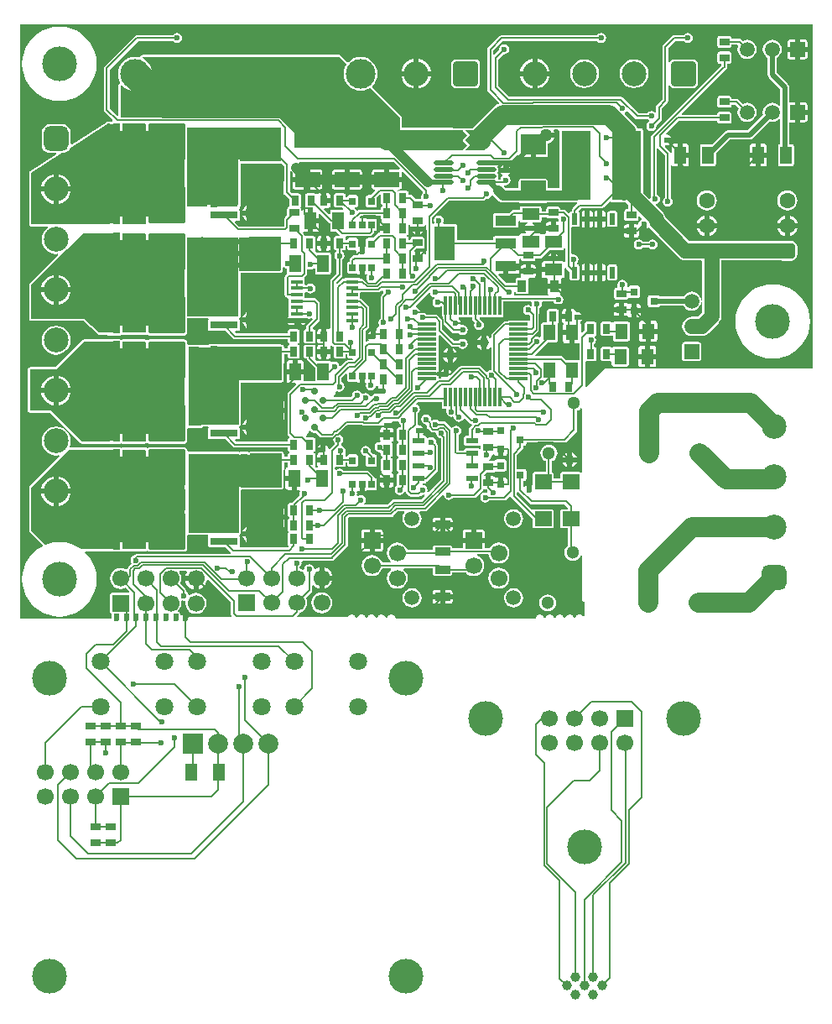
<source format=gtl>
G04 Layer_Physical_Order=1*
G04 Layer_Color=255*
%FSLAX25Y25*%
%MOIN*%
G70*
G01*
G75*
%ADD10R,0.06000X0.03248*%
%ADD11C,0.02756*%
%ADD12R,0.02756X0.03150*%
%ADD13R,0.03150X0.03937*%
%ADD14R,0.03937X0.03150*%
%ADD15R,0.04724X0.07087*%
%ADD16R,0.12598X0.06299*%
%ADD17R,0.09842X0.05905*%
G04:AMPARAMS|DCode=18|XSize=145.67mil|YSize=145.67mil|CornerRadius=3.64mil|HoleSize=0mil|Usage=FLASHONLY|Rotation=180.000|XOffset=0mil|YOffset=0mil|HoleType=Round|Shape=RoundedRectangle|*
%AMROUNDEDRECTD18*
21,1,0.14567,0.13839,0,0,180.0*
21,1,0.13839,0.14567,0,0,180.0*
1,1,0.00728,-0.06919,0.06919*
1,1,0.00728,0.06919,0.06919*
1,1,0.00728,0.06919,-0.06919*
1,1,0.00728,-0.06919,-0.06919*
%
%ADD18ROUNDEDRECTD18*%
%ADD19R,0.11024X0.03150*%
G04:AMPARAMS|DCode=20|XSize=27.56mil|YSize=397.64mil|CornerRadius=0.69mil|HoleSize=0mil|Usage=FLASHONLY|Rotation=0.000|XOffset=0mil|YOffset=0mil|HoleType=Round|Shape=RoundedRectangle|*
%AMROUNDEDRECTD20*
21,1,0.02756,0.39626,0,0,0.0*
21,1,0.02618,0.39764,0,0,0.0*
1,1,0.00138,0.01309,-0.19813*
1,1,0.00138,-0.01309,-0.19813*
1,1,0.00138,-0.01309,0.19813*
1,1,0.00138,0.01309,0.19813*
%
%ADD20ROUNDEDRECTD20*%
%ADD21R,0.06614X0.05984*%
%ADD22R,0.09842X0.07874*%
%ADD23R,0.11811X0.27559*%
%ADD24R,0.01968X0.07874*%
%ADD25R,0.04921X0.01701*%
%ADD26R,0.04724X0.02362*%
%ADD27R,0.03150X0.03150*%
%ADD28R,0.05118X0.06299*%
%ADD29R,0.05118X0.06299*%
%ADD30R,0.05118X0.06299*%
%ADD31R,0.07087X0.04724*%
%ADD32R,0.03583X0.04803*%
%ADD33R,0.02362X0.04724*%
%ADD34O,0.07874X0.01772*%
%ADD35R,0.08465X0.13780*%
%ADD36R,0.08465X0.04331*%
%ADD37R,0.08465X0.04331*%
%ADD38R,0.01181X0.07677*%
%ADD39R,0.07677X0.01181*%
%ADD40C,0.00787*%
%ADD41C,0.11811*%
%ADD42C,0.01968*%
%ADD43C,0.07874*%
%ADD44C,0.03937*%
%ADD45C,0.05905*%
%ADD46R,0.15000X0.22500*%
%ADD47R,0.15000X0.20000*%
%ADD48R,0.42000X0.12000*%
%ADD49R,0.26288X0.12858*%
%ADD50R,0.20288X0.30858*%
%ADD51R,0.20280X0.31358*%
%ADD52R,0.16443X0.13358*%
%ADD53R,0.19999X0.30800*%
%ADD54R,0.19944X0.13500*%
%ADD55R,0.19998X0.31300*%
%ADD56R,0.19117X0.12831*%
%ADD57R,0.01968X0.01968*%
%ADD58R,0.01968X0.01968*%
%ADD59R,0.12500X0.13189*%
%ADD60R,0.12598X0.13189*%
%ADD61R,0.04528X0.39764*%
%ADD62R,0.03150X0.31496*%
%ADD63R,0.26181X0.34252*%
%ADD64C,0.06000*%
%ADD65C,0.03937*%
%ADD66C,0.06693*%
%ADD67R,0.06693X0.06693*%
%ADD68C,0.13780*%
G04:AMPARAMS|DCode=69|XSize=98.42mil|YSize=98.42mil|CornerRadius=24.61mil|HoleSize=0mil|Usage=FLASHONLY|Rotation=270.000|XOffset=0mil|YOffset=0mil|HoleType=Round|Shape=RoundedRectangle|*
%AMROUNDEDRECTD69*
21,1,0.09842,0.04921,0,0,270.0*
21,1,0.04921,0.09842,0,0,270.0*
1,1,0.04921,-0.02461,-0.02461*
1,1,0.04921,-0.02461,0.02461*
1,1,0.04921,0.02461,0.02461*
1,1,0.04921,0.02461,-0.02461*
%
%ADD69ROUNDEDRECTD69*%
%ADD70C,0.09842*%
%ADD71C,0.05905*%
%ADD72C,0.06299*%
%ADD73C,0.05118*%
%ADD74R,0.05905X0.05905*%
%ADD75C,0.05905*%
%ADD76R,0.05905X0.05905*%
G04:AMPARAMS|DCode=77|XSize=62.99mil|YSize=62.99mil|CornerRadius=15.75mil|HoleSize=0mil|Usage=FLASHONLY|Rotation=90.000|XOffset=0mil|YOffset=0mil|HoleType=Round|Shape=RoundedRectangle|*
%AMROUNDEDRECTD77*
21,1,0.06299,0.03150,0,0,90.0*
21,1,0.03150,0.06299,0,0,90.0*
1,1,0.03150,0.01575,0.01575*
1,1,0.03150,0.01575,-0.01575*
1,1,0.03150,-0.01575,-0.01575*
1,1,0.03150,-0.01575,0.01575*
%
%ADD77ROUNDEDRECTD77*%
G04:AMPARAMS|DCode=78|XSize=98.42mil|YSize=98.42mil|CornerRadius=12.3mil|HoleSize=0mil|Usage=FLASHONLY|Rotation=180.000|XOffset=0mil|YOffset=0mil|HoleType=Round|Shape=RoundedRectangle|*
%AMROUNDEDRECTD78*
21,1,0.09842,0.07382,0,0,180.0*
21,1,0.07382,0.09842,0,0,180.0*
1,1,0.02461,-0.03691,0.03691*
1,1,0.02461,0.03691,0.03691*
1,1,0.02461,0.03691,-0.03691*
1,1,0.02461,-0.03691,-0.03691*
%
%ADD78ROUNDEDRECTD78*%
%ADD79C,0.11811*%
%ADD80C,0.07087*%
%ADD81R,0.07874X0.07874*%
%ADD82C,0.07874*%
%ADD83C,0.02362*%
%ADD84C,0.05000*%
G36*
X90091Y-84642D02*
Y-86807D01*
X97409D01*
Y-87791D01*
X98394D01*
Y-91961D01*
X103613D01*
Y-97831D01*
X103443Y-98000D01*
X87931D01*
X87910Y-97990D01*
X87559Y-97500D01*
X87579Y-97402D01*
Y-96811D01*
X81047D01*
Y-94843D01*
X87579D01*
Y-94252D01*
X87501Y-93862D01*
X87496Y-93855D01*
X87312Y-93465D01*
X87496Y-93074D01*
X87501Y-93067D01*
X87579Y-92677D01*
Y-92087D01*
X81047D01*
Y-90118D01*
X87579D01*
Y-89528D01*
X87501Y-89137D01*
X87280Y-88807D01*
Y-88674D01*
X87501Y-88343D01*
X87579Y-87953D01*
Y-87362D01*
X81047D01*
Y-85394D01*
X87579D01*
Y-84803D01*
X87711Y-84642D01*
X90091D01*
X90091Y-84642D01*
D02*
G37*
G36*
X167780Y-152047D02*
X167841Y-152355D01*
X168015Y-152615D01*
X168275Y-152789D01*
X168583Y-152850D01*
X169299D01*
X169417Y-152980D01*
X169622Y-153350D01*
X169493Y-154000D01*
X169646Y-154768D01*
X170081Y-155419D01*
X170732Y-155854D01*
X171500Y-156007D01*
X172003Y-155907D01*
X172347Y-155972D01*
X172547Y-156270D01*
X172646Y-156768D01*
X173081Y-157419D01*
X173732Y-157854D01*
X174500Y-158007D01*
X175268Y-157854D01*
X175919Y-157419D01*
X176354Y-156768D01*
X176369Y-156695D01*
X176847Y-156550D01*
X178648Y-158352D01*
X178648Y-158352D01*
X179039Y-158613D01*
X179428Y-158690D01*
X179581Y-158919D01*
X179626Y-159378D01*
X178778Y-160226D01*
X178517Y-160617D01*
X178426Y-161077D01*
X178426Y-161077D01*
Y-163516D01*
X177268D01*
X176961Y-163577D01*
X176700Y-163751D01*
X176526Y-164012D01*
X176465Y-164319D01*
Y-166681D01*
X176526Y-166988D01*
X176700Y-167249D01*
X176961Y-167423D01*
X177268Y-167484D01*
X181992D01*
X182299Y-167423D01*
X182512Y-167281D01*
X182736Y-167336D01*
X183012Y-167472D01*
Y-168528D01*
X182736Y-168664D01*
X182512Y-168719D01*
X182299Y-168577D01*
X181992Y-168516D01*
X177268D01*
X176961Y-168577D01*
X176700Y-168751D01*
X176526Y-169012D01*
X176470Y-169296D01*
X174491D01*
Y-163205D01*
X174919Y-162919D01*
X175354Y-162268D01*
X175507Y-161500D01*
X175354Y-160732D01*
X174919Y-160081D01*
X174268Y-159646D01*
X173500Y-159493D01*
X172732Y-159646D01*
X172081Y-160081D01*
X171969Y-160248D01*
X171472Y-160297D01*
X169324Y-158149D01*
X168933Y-157887D01*
X168472Y-157796D01*
X168472Y-157796D01*
X166563D01*
X166419Y-157581D01*
X165768Y-157146D01*
X165000Y-156993D01*
X164232Y-157146D01*
X163951Y-157334D01*
X163500Y-157033D01*
X163507Y-157000D01*
X163354Y-156232D01*
X162919Y-155581D01*
X162268Y-155146D01*
X161500Y-154993D01*
X160732Y-155146D01*
X160081Y-155581D01*
X159646Y-156232D01*
X159493Y-157000D01*
X159646Y-157768D01*
X160081Y-158419D01*
X160732Y-158854D01*
X161500Y-159007D01*
X161821Y-159453D01*
Y-159818D01*
X161821Y-159818D01*
X161913Y-160279D01*
X162174Y-160670D01*
X163330Y-161826D01*
X163721Y-162087D01*
X164182Y-162179D01*
X165229D01*
X165493Y-162500D01*
X165646Y-163268D01*
X166081Y-163919D01*
X166732Y-164354D01*
X167301Y-164468D01*
X167333Y-164499D01*
Y-180964D01*
X162423Y-185874D01*
X161885Y-185757D01*
X161862Y-185728D01*
X162007Y-185000D01*
X161854Y-184232D01*
X161419Y-183581D01*
X160768Y-183146D01*
X160283Y-183049D01*
X159996Y-182525D01*
X159996Y-182521D01*
X160015Y-182484D01*
X160732D01*
X161039Y-182423D01*
X161300Y-182249D01*
X161474Y-181988D01*
X161535Y-181681D01*
Y-181656D01*
X161754Y-181613D01*
X162144Y-181351D01*
X165826Y-177670D01*
X165826Y-177670D01*
X166087Y-177279D01*
X166179Y-176818D01*
Y-167475D01*
X166087Y-167014D01*
X165826Y-166623D01*
X165826Y-166623D01*
X165457Y-166254D01*
X165507Y-166000D01*
X165354Y-165232D01*
X164919Y-164581D01*
X164268Y-164146D01*
X163500Y-163993D01*
X162732Y-164146D01*
X162252Y-164467D01*
X161946Y-164376D01*
X161752Y-164266D01*
X161739Y-164254D01*
X161674Y-163929D01*
X161453Y-163598D01*
X161123Y-163377D01*
X160732Y-163299D01*
X160522D01*
X160255Y-162799D01*
X160466Y-162484D01*
X158500D01*
Y-160516D01*
X160466D01*
X160073Y-159927D01*
X159351Y-159446D01*
X158653Y-159307D01*
X158412Y-159142D01*
X158204Y-158825D01*
Y-154563D01*
X158419Y-154419D01*
X158854Y-153768D01*
X159007Y-153000D01*
X158854Y-152232D01*
X158419Y-151581D01*
X157768Y-151146D01*
X157695Y-151131D01*
X157550Y-150653D01*
X158149Y-150054D01*
X167780D01*
Y-152047D01*
D02*
G37*
G36*
X192047Y-171335D02*
X192638D01*
X193028Y-171257D01*
X193359Y-171036D01*
X193483Y-170850D01*
X193983Y-171002D01*
Y-180479D01*
X193483Y-180631D01*
X193359Y-180444D01*
X193028Y-180223D01*
X192638Y-180146D01*
X192047D01*
Y-182740D01*
X190079D01*
Y-180146D01*
X189488D01*
X189098Y-180223D01*
X189062Y-180247D01*
X188910Y-180185D01*
X188689Y-179854D01*
X188359Y-179633D01*
X187969Y-179555D01*
X186984D01*
Y-182150D01*
X185016D01*
Y-179555D01*
X184705D01*
X184498Y-179055D01*
X185325Y-178228D01*
X187969D01*
X188276Y-178167D01*
X188536Y-177993D01*
X188710Y-177732D01*
X189181Y-177576D01*
X189488Y-177637D01*
X192638D01*
X192945Y-177576D01*
X193205Y-177402D01*
X193379Y-177142D01*
X193441Y-176835D01*
Y-173685D01*
X193379Y-173378D01*
X193205Y-173117D01*
X192945Y-172943D01*
X192638Y-172882D01*
X189488D01*
X189181Y-172943D01*
X188920Y-173117D01*
X188747Y-173378D01*
X188276Y-173534D01*
X187969Y-173473D01*
X186616D01*
X186474Y-172973D01*
X187073Y-172573D01*
X187555Y-171851D01*
X187724Y-171000D01*
X188174Y-170703D01*
X188359Y-170666D01*
X188395Y-170642D01*
X188546Y-170705D01*
X188767Y-171036D01*
X189098Y-171257D01*
X189488Y-171335D01*
X190079D01*
Y-168740D01*
X192047D01*
Y-171335D01*
D02*
G37*
G36*
X177728Y-44031D02*
X175760Y-46000D01*
X177728Y-47969D01*
X175760Y-49937D01*
X169854D01*
X169854Y-42063D01*
X175760D01*
X177728Y-44031D01*
D02*
G37*
G36*
X184854Y-49937D02*
X176980D01*
X178949Y-47969D01*
X176980Y-46000D01*
X178949Y-44032D01*
X176980Y-42063D01*
X184854D01*
Y-49937D01*
D02*
G37*
G36*
X115439Y-161648D02*
X116155Y-162126D01*
X117000Y-162294D01*
X117493Y-162196D01*
X119149Y-163851D01*
X119149Y-163851D01*
X119539Y-164113D01*
X120000Y-164204D01*
X120000Y-164204D01*
X124028D01*
X124028Y-164204D01*
X124146Y-164181D01*
X124571Y-164606D01*
X124493Y-165000D01*
X124646Y-165768D01*
X125081Y-166419D01*
X125107Y-166690D01*
X123161Y-168636D01*
X123097Y-168636D01*
X122629Y-168525D01*
X122555Y-168149D01*
X122073Y-167428D01*
X121484Y-167034D01*
Y-169000D01*
X120500D01*
Y-169984D01*
X118535D01*
X118691Y-170219D01*
X118555Y-170310D01*
X118334Y-170641D01*
X118256Y-171031D01*
Y-172016D01*
X120850D01*
Y-173984D01*
X118256D01*
Y-174969D01*
X118334Y-175359D01*
X118470Y-175563D01*
X118311Y-175987D01*
X118249Y-176063D01*
X117650D01*
X117307Y-175627D01*
X117292Y-175536D01*
X117466Y-175276D01*
X117527Y-174969D01*
Y-171031D01*
X117466Y-170724D01*
X117292Y-170464D01*
X117032Y-170290D01*
X116856Y-170255D01*
Y-169745D01*
X117032Y-169710D01*
X117292Y-169536D01*
X117466Y-169276D01*
X117527Y-168968D01*
Y-165032D01*
X117466Y-164724D01*
X117292Y-164464D01*
X117032Y-164290D01*
X116724Y-164229D01*
X114081D01*
X113718Y-163865D01*
X113767Y-163368D01*
X113999Y-163213D01*
X114220Y-162991D01*
X114612Y-162405D01*
X114732Y-162116D01*
Y-162116D01*
X114828Y-161633D01*
X115359Y-161528D01*
X115439Y-161648D01*
D02*
G37*
G36*
X50101Y-83386D02*
X50099Y-83396D01*
Y-89331D01*
X58410D01*
Y-90315D01*
X59394D01*
Y-98625D01*
X65329D01*
X65500Y-98766D01*
Y-107061D01*
X65329Y-107202D01*
X59394D01*
Y-115512D01*
X58410D01*
Y-116496D01*
X50099D01*
Y-122431D01*
X50043Y-122500D01*
X40730D01*
Y-103898D01*
X35932D01*
Y-122500D01*
X31500D01*
X25500Y-117000D01*
X4500D01*
Y-103500D01*
X5000Y-103000D01*
X18256Y-89744D01*
X18481Y-89571D01*
X18654Y-89346D01*
X25000Y-83000D01*
X35849D01*
X35932Y-83100D01*
Y-101929D01*
X40730D01*
Y-83100D01*
X40812Y-83000D01*
X49784D01*
X50101Y-83386D01*
D02*
G37*
G36*
X70306Y-41642D02*
X69647Y-42147D01*
X69006Y-42983D01*
X68603Y-43956D01*
X68595Y-44016D01*
X72500D01*
Y-45984D01*
X68595D01*
X68603Y-46044D01*
X69006Y-47017D01*
X69647Y-47853D01*
X70458Y-48475D01*
X70497Y-48745D01*
Y-48755D01*
X70458Y-49025D01*
X69647Y-49647D01*
X69006Y-50483D01*
X68603Y-51456D01*
X68595Y-51516D01*
X72500D01*
Y-53484D01*
X68595D01*
X68603Y-53544D01*
X69006Y-54517D01*
X69647Y-55353D01*
X70458Y-55975D01*
X70497Y-56245D01*
Y-56255D01*
X70458Y-56525D01*
X69647Y-57147D01*
X69006Y-57983D01*
X68603Y-58956D01*
X68595Y-59016D01*
X72500D01*
Y-60984D01*
X68595D01*
X68603Y-61044D01*
X69006Y-62017D01*
X69647Y-62853D01*
X70458Y-63475D01*
X70497Y-63745D01*
Y-63755D01*
X70458Y-64025D01*
X69647Y-64647D01*
X69006Y-65483D01*
X68603Y-66456D01*
X68595Y-66516D01*
X72500D01*
Y-67500D01*
X73484D01*
Y-71405D01*
X73544Y-71397D01*
X74092Y-71170D01*
X74508Y-71448D01*
Y-72500D01*
X66500D01*
Y-55000D01*
Y-41201D01*
X66642Y-41142D01*
X70136D01*
X70306Y-41642D01*
D02*
G37*
G36*
X71362Y-171142D02*
X70483Y-171506D01*
X69647Y-172147D01*
X69006Y-172983D01*
X68603Y-173956D01*
X68595Y-174016D01*
X72500D01*
Y-175984D01*
X68595D01*
X68603Y-176044D01*
X69006Y-177017D01*
X69647Y-177853D01*
X70458Y-178475D01*
X70497Y-178745D01*
Y-178755D01*
X70458Y-179025D01*
X69647Y-179647D01*
X69006Y-180483D01*
X68603Y-181456D01*
X68595Y-181516D01*
X72500D01*
Y-183484D01*
X68595D01*
X68603Y-183544D01*
X69006Y-184517D01*
X69647Y-185353D01*
X70458Y-185975D01*
X70497Y-186245D01*
Y-186255D01*
X70458Y-186525D01*
X69647Y-187147D01*
X69006Y-187983D01*
X68603Y-188956D01*
X68595Y-189016D01*
X72500D01*
Y-190984D01*
X68595D01*
X68603Y-191044D01*
X69006Y-192017D01*
X69647Y-192853D01*
X70458Y-193475D01*
X70497Y-193745D01*
Y-193755D01*
X70458Y-194025D01*
X69647Y-194647D01*
X69006Y-195483D01*
X68603Y-196456D01*
X68595Y-196516D01*
X72500D01*
Y-198484D01*
X68595D01*
X68603Y-198544D01*
X69006Y-199517D01*
X69647Y-200353D01*
X70483Y-200994D01*
X71456Y-201397D01*
X72238Y-201500D01*
X72205Y-202000D01*
X67002D01*
Y-184500D01*
Y-170701D01*
X67144Y-170642D01*
X71263D01*
X71362Y-171142D01*
D02*
G37*
G36*
X104928Y-96573D02*
X105649Y-97054D01*
X106106Y-97145D01*
Y-98543D01*
X106184Y-98934D01*
X106190Y-98942D01*
X106149Y-99148D01*
X106149Y-99148D01*
X105589Y-99708D01*
X105328Y-100098D01*
X105237Y-100559D01*
X105237Y-100559D01*
Y-107441D01*
X105328Y-107902D01*
X105589Y-108292D01*
X105980Y-108554D01*
X106346Y-108626D01*
X106463Y-108685D01*
X106714Y-109145D01*
X106713Y-109150D01*
Y-110850D01*
X106774Y-111158D01*
X106855Y-111279D01*
X106774Y-111401D01*
X106713Y-111709D01*
Y-113409D01*
X106774Y-113717D01*
X106855Y-113839D01*
X106774Y-113961D01*
X106713Y-114268D01*
Y-115969D01*
X106753Y-116169D01*
X106574Y-116437D01*
X106523Y-116693D01*
X107182D01*
X107208Y-116710D01*
X107516Y-116771D01*
X112437D01*
X112744Y-116710D01*
X112770Y-116693D01*
X113825D01*
X113932Y-116654D01*
X114232Y-116854D01*
X115000Y-117007D01*
X115768Y-116854D01*
X116121Y-116619D01*
X116440Y-117007D01*
X114298Y-119149D01*
X114037Y-119539D01*
X113945Y-120000D01*
X113945Y-120000D01*
Y-121229D01*
X113575D01*
X113268Y-121290D01*
X113007Y-121464D01*
X112833Y-121724D01*
X112772Y-122031D01*
Y-125969D01*
X112833Y-126276D01*
X113007Y-126536D01*
X113268Y-126710D01*
X113443Y-126745D01*
Y-127255D01*
X113268Y-127290D01*
X113007Y-127464D01*
X112833Y-127724D01*
X112772Y-128032D01*
Y-131968D01*
X112833Y-132276D01*
X113007Y-132536D01*
X113268Y-132710D01*
X113575Y-132771D01*
X113972D01*
X114037Y-133099D01*
X114298Y-133489D01*
X117347Y-136538D01*
Y-141543D01*
X117140Y-141796D01*
X113077D01*
X112870Y-141543D01*
Y-138984D01*
X109488D01*
X106106D01*
Y-141543D01*
X106184Y-141934D01*
X106405Y-142264D01*
X106736Y-142485D01*
X107126Y-142563D01*
X109615D01*
X109806Y-143025D01*
X106649Y-146182D01*
X106387Y-146573D01*
X106296Y-147034D01*
X106296Y-147034D01*
Y-162500D01*
X106296Y-162500D01*
X106387Y-162961D01*
X106649Y-163352D01*
X107059Y-163762D01*
X106985Y-164191D01*
X106915Y-164325D01*
X106708Y-164464D01*
X106534Y-164724D01*
X106473Y-165032D01*
Y-165796D01*
X86097D01*
X85590Y-165288D01*
X85781Y-164827D01*
X86559D01*
X86866Y-164765D01*
X87127Y-164591D01*
X87301Y-164331D01*
X87362Y-164024D01*
Y-160874D01*
X87301Y-160567D01*
X87127Y-160306D01*
Y-159895D01*
X87211Y-159761D01*
X87307Y-159742D01*
X87568Y-159568D01*
X87742Y-159307D01*
X87803Y-159000D01*
Y-142303D01*
X103944D01*
X103944Y-142303D01*
X104251Y-142242D01*
X104511Y-142068D01*
X104677Y-141902D01*
X104683Y-141898D01*
X104857Y-141638D01*
X104918Y-141331D01*
Y-134797D01*
X104950Y-134748D01*
X105011Y-134441D01*
Y-131204D01*
X106473D01*
Y-131968D01*
X106534Y-132276D01*
X106708Y-132536D01*
X106968Y-132710D01*
X107276Y-132771D01*
X110425D01*
X110732Y-132710D01*
X110993Y-132536D01*
X111167Y-132276D01*
X111228Y-131968D01*
Y-128032D01*
X111167Y-127724D01*
X110993Y-127464D01*
X110732Y-127290D01*
X110557Y-127255D01*
Y-126745D01*
X110732Y-126710D01*
X110993Y-126536D01*
X111167Y-126276D01*
X111228Y-125969D01*
Y-122031D01*
X111167Y-121724D01*
X110993Y-121464D01*
X110732Y-121290D01*
X110425Y-121229D01*
X107276D01*
X106968Y-121290D01*
X106708Y-121464D01*
X106534Y-121724D01*
X106473Y-122031D01*
Y-122796D01*
X86097D01*
X85590Y-122288D01*
X85781Y-121827D01*
X86559D01*
X86866Y-121765D01*
X87127Y-121591D01*
X87301Y-121331D01*
X87362Y-121024D01*
Y-117874D01*
X87301Y-117567D01*
X87127Y-117306D01*
X87192Y-116790D01*
X87211Y-116761D01*
X87307Y-116742D01*
X87568Y-116568D01*
X87742Y-116307D01*
X87803Y-116000D01*
Y-98803D01*
X103443D01*
X103443Y-98803D01*
X103751Y-98742D01*
X104011Y-98568D01*
X104175Y-98403D01*
X104183Y-98398D01*
X104357Y-98138D01*
X104418Y-97831D01*
Y-96710D01*
X104918Y-96558D01*
X104928Y-96573D01*
D02*
G37*
G36*
X188034Y-67966D02*
X190034Y-69965D01*
X190610Y-70407D01*
X191281Y-70685D01*
X192000Y-70780D01*
X198546D01*
X198772Y-70931D01*
X199079Y-70992D01*
X208921D01*
X209228Y-70931D01*
X209454Y-70780D01*
X221181D01*
X221355Y-70757D01*
X221444Y-70876D01*
X221563Y-71234D01*
X219649Y-73149D01*
X219387Y-73539D01*
X219296Y-74000D01*
X219012Y-74266D01*
X218751Y-74440D01*
X218577Y-74701D01*
X218548Y-74845D01*
X218055Y-75059D01*
X216995Y-73999D01*
X216604Y-73738D01*
X216143Y-73646D01*
X216143Y-73646D01*
X214771D01*
Y-73276D01*
X214710Y-72968D01*
X214536Y-72708D01*
X214276Y-72534D01*
X213968Y-72473D01*
X210032D01*
X209724Y-72534D01*
X209464Y-72708D01*
X209290Y-72968D01*
X209229Y-73276D01*
Y-74284D01*
X207346D01*
Y-73126D01*
X207285Y-72819D01*
X207111Y-72558D01*
X206851Y-72384D01*
X206543Y-72323D01*
X199457D01*
X199150Y-72384D01*
X198889Y-72558D01*
X198715Y-72819D01*
X198654Y-73126D01*
Y-73796D01*
X196150D01*
X196150Y-73796D01*
X195689Y-73887D01*
X195298Y-74148D01*
X195298Y-74148D01*
X194470Y-74977D01*
X188972D01*
X188665Y-75038D01*
X188405Y-75212D01*
X188231Y-75472D01*
X188170Y-75779D01*
Y-80110D01*
X188231Y-80417D01*
X188405Y-80678D01*
X188665Y-80852D01*
X188972Y-80913D01*
X197437D01*
X197744Y-80852D01*
X198005Y-80678D01*
X198179Y-80417D01*
X198240Y-80110D01*
Y-78497D01*
X198704Y-78191D01*
X198740Y-78195D01*
X198889Y-78418D01*
X199150Y-78592D01*
X199457Y-78653D01*
X201628D01*
X201663Y-78742D01*
X201712Y-79153D01*
X201077Y-79577D01*
X200684Y-80165D01*
X204615D01*
X204222Y-79577D01*
X203588Y-79153D01*
X203637Y-78742D01*
X203671Y-78653D01*
X206543D01*
X206851Y-78592D01*
X207111Y-78418D01*
X207285Y-78158D01*
X207346Y-77850D01*
Y-76692D01*
X209282D01*
X209290Y-76732D01*
X209464Y-76993D01*
X209724Y-77167D01*
X210032Y-77228D01*
X213537D01*
X213993Y-77500D01*
X214107Y-78073D01*
X214082Y-78161D01*
X213834Y-78487D01*
X213736Y-78555D01*
X212984D01*
Y-81150D01*
X212000D01*
Y-82134D01*
X209012D01*
Y-82724D01*
X209032Y-82823D01*
X208673Y-83323D01*
X208457D01*
X208150Y-83384D01*
X207901Y-83550D01*
X207886Y-83558D01*
X207319Y-83511D01*
X207264Y-83429D01*
X206933Y-83208D01*
X206543Y-83130D01*
X204443D01*
X204284Y-82630D01*
X204615Y-82134D01*
X200684D01*
X201016Y-82630D01*
X200856Y-83130D01*
X199457D01*
X199066Y-83208D01*
X198736Y-83429D01*
X198515Y-83759D01*
X198458Y-84045D01*
X198164Y-84189D01*
X197937Y-84222D01*
X197744Y-84093D01*
X197437Y-84032D01*
X188972D01*
X188665Y-84093D01*
X188405Y-84267D01*
X188231Y-84527D01*
X188170Y-84835D01*
Y-85796D01*
X173830D01*
Y-80110D01*
X173769Y-79803D01*
X173595Y-79542D01*
X173335Y-79369D01*
X173028Y-79307D01*
X168524D01*
X168289Y-78866D01*
X168354Y-78768D01*
X168507Y-78000D01*
X168354Y-77232D01*
X167919Y-76581D01*
X167268Y-76146D01*
X166500Y-75993D01*
X165732Y-76146D01*
X165081Y-76581D01*
X164646Y-77232D01*
X164493Y-78000D01*
X164646Y-78768D01*
X164711Y-78866D01*
X164423Y-79335D01*
X164392Y-79342D01*
X164003Y-79119D01*
X163892Y-79010D01*
Y-76811D01*
X170499Y-70204D01*
X184000D01*
X184000Y-70204D01*
X184461Y-70113D01*
X184852Y-69851D01*
X185246Y-69457D01*
X185500Y-69507D01*
X186268Y-69354D01*
X186919Y-68919D01*
X187354Y-68268D01*
X187412Y-67976D01*
X187947Y-67852D01*
X188034Y-67966D01*
D02*
G37*
G36*
X50091Y-39797D02*
Y-45732D01*
X58402D01*
Y-46716D01*
X59386D01*
Y-55027D01*
X65321D01*
X65500Y-55174D01*
Y-63456D01*
X65321Y-63603D01*
X59386D01*
Y-71913D01*
X58402D01*
Y-72898D01*
X50091D01*
Y-78833D01*
X50125Y-79000D01*
X49732Y-79500D01*
X41031D01*
X40722Y-79000D01*
Y-60299D01*
X35924D01*
Y-79128D01*
X35619Y-79500D01*
X4500Y-79500D01*
X4500Y-59121D01*
X16826Y-51237D01*
X16870D01*
X17718Y-51125D01*
X18508Y-50798D01*
X19187Y-50277D01*
X19707Y-49599D01*
X19823Y-49319D01*
X35173Y-39500D01*
X35922D01*
X35924Y-39502D01*
Y-58331D01*
X40722D01*
Y-39502D01*
X40723Y-39500D01*
X49847D01*
X50091Y-39797D01*
D02*
G37*
G36*
X50178Y-169297D02*
Y-175232D01*
X58488D01*
Y-176216D01*
X59472D01*
Y-184527D01*
X65303D01*
X65607Y-184685D01*
X65799Y-184845D01*
X65698Y-192868D01*
X65408Y-193103D01*
X59472D01*
Y-201413D01*
X58488D01*
Y-202398D01*
X50178D01*
Y-208333D01*
X50041Y-208500D01*
X40808D01*
Y-189799D01*
X36011D01*
Y-208500D01*
X24463D01*
X24453Y-208491D01*
X22471Y-207277D01*
X20324Y-206388D01*
X18065Y-205845D01*
X15748Y-205663D01*
X13431Y-205845D01*
X11172Y-206388D01*
X10264Y-206764D01*
X9500Y-206000D01*
X4500Y-201000D01*
Y-188000D01*
Y-184000D01*
X13500Y-175000D01*
X19567Y-168933D01*
X35954D01*
X36011Y-169002D01*
Y-187831D01*
X40808D01*
Y-169002D01*
X40865Y-168933D01*
X49879D01*
X50178Y-169297D01*
D02*
G37*
G36*
X150968Y-57254D02*
X150770Y-57673D01*
X150727Y-57721D01*
X146811D01*
Y-60709D01*
X151768D01*
Y-58761D01*
X151815Y-58718D01*
X152234Y-58520D01*
X160199Y-66485D01*
X160162Y-67027D01*
X160081Y-67081D01*
X159646Y-67732D01*
X159493Y-68500D01*
X159587Y-68973D01*
X159227Y-69473D01*
X157325D01*
X156001Y-68148D01*
X155610Y-67887D01*
X155150Y-67796D01*
X155150Y-67796D01*
X154527D01*
Y-67032D01*
X154466Y-66724D01*
X154292Y-66464D01*
X154032Y-66290D01*
X153724Y-66229D01*
X150575D01*
X150338Y-66276D01*
X150193Y-66179D01*
X150189Y-66165D01*
X150541Y-65665D01*
X150748D01*
X151138Y-65588D01*
X151469Y-65367D01*
X151690Y-65036D01*
X151768Y-64646D01*
Y-62677D01*
X145827D01*
X139886D01*
Y-64646D01*
X139963Y-65036D01*
X140185Y-65367D01*
X140515Y-65588D01*
X140905Y-65665D01*
X140978D01*
X141170Y-66127D01*
X139399Y-67898D01*
X138362D01*
X138055Y-67959D01*
X137795Y-68133D01*
X137620Y-68394D01*
X137559Y-68701D01*
Y-71850D01*
X137620Y-72158D01*
X137795Y-72418D01*
X138055Y-72592D01*
X138362Y-72653D01*
X141118D01*
X141425Y-72592D01*
X141686Y-72418D01*
X141860Y-72158D01*
X141921Y-71850D01*
Y-68782D01*
X143011Y-67692D01*
X143473Y-67884D01*
Y-70969D01*
X143534Y-71276D01*
X143708Y-71536D01*
X143968Y-71710D01*
X144144Y-71745D01*
Y-72255D01*
X143968Y-72290D01*
X143708Y-72464D01*
X143534Y-72724D01*
X143473Y-73032D01*
Y-73796D01*
X135000D01*
X135000Y-73796D01*
X134539Y-73887D01*
X134350Y-74014D01*
X134010Y-74061D01*
X133715Y-73874D01*
X133419Y-73431D01*
X133003Y-73153D01*
X133155Y-72653D01*
X133638D01*
X133945Y-72592D01*
X134205Y-72418D01*
X134379Y-72158D01*
X134441Y-71850D01*
Y-68701D01*
X134379Y-68394D01*
X134205Y-68133D01*
X133945Y-67959D01*
X133638Y-67898D01*
X130882D01*
X130575Y-67959D01*
X130314Y-68133D01*
X130140Y-68394D01*
X130079Y-68701D01*
Y-68796D01*
X129527D01*
Y-68032D01*
X129466Y-67724D01*
X129292Y-67464D01*
X129032Y-67290D01*
X128724Y-67229D01*
X125575D01*
X125268Y-67290D01*
X125007Y-67464D01*
X124833Y-67724D01*
X124772Y-68032D01*
Y-71969D01*
X124833Y-72276D01*
X125007Y-72536D01*
X125268Y-72710D01*
X125575Y-72771D01*
X128218D01*
X128600Y-73154D01*
X128393Y-73654D01*
X124150D01*
X123842Y-73715D01*
X123582Y-73889D01*
X123408Y-74150D01*
X123347Y-74457D01*
Y-75341D01*
X122885Y-75532D01*
X120803Y-73450D01*
X120994Y-72988D01*
X122425D01*
X122815Y-72910D01*
X123146Y-72689D01*
X123367Y-72359D01*
X123445Y-71969D01*
Y-70984D01*
X120850D01*
Y-70000D01*
X119866D01*
Y-67012D01*
X119276D01*
X118885Y-67089D01*
X118555Y-67311D01*
X118401Y-67541D01*
X118005Y-67575D01*
X117844Y-67542D01*
X117792Y-67464D01*
X117532Y-67290D01*
X117224Y-67229D01*
X114075D01*
X113768Y-67290D01*
X113507Y-67464D01*
X113333Y-67724D01*
X113272Y-68032D01*
Y-71969D01*
X113333Y-72276D01*
X113507Y-72536D01*
X113768Y-72710D01*
X114075Y-72771D01*
X116472D01*
X116596Y-72937D01*
X116472Y-73184D01*
Y-77016D01*
X118870D01*
Y-75577D01*
X119332Y-75385D01*
X122798Y-78851D01*
X123189Y-79113D01*
X123347Y-79144D01*
Y-81543D01*
X123408Y-81850D01*
X123582Y-82111D01*
X123842Y-82285D01*
X124150Y-82346D01*
X125649D01*
X125660Y-82363D01*
X127026Y-83729D01*
X126857Y-84214D01*
X126845Y-84229D01*
X125575D01*
X125268Y-84290D01*
X125007Y-84464D01*
X124833Y-84724D01*
X124772Y-85031D01*
Y-88968D01*
X124833Y-89276D01*
X125007Y-89536D01*
X125268Y-89710D01*
X125575Y-89771D01*
X125796D01*
Y-90437D01*
X125581Y-90581D01*
X125146Y-91232D01*
X124993Y-92000D01*
X125146Y-92768D01*
X125581Y-93419D01*
X125796Y-93563D01*
Y-99001D01*
X123649Y-101148D01*
X123387Y-101539D01*
X123296Y-102000D01*
X123296Y-102000D01*
Y-120809D01*
X122818Y-121088D01*
X122796Y-121086D01*
X122425Y-121012D01*
X121835D01*
Y-124000D01*
X120850D01*
Y-124984D01*
X118256D01*
Y-125969D01*
X118334Y-126359D01*
X118555Y-126690D01*
X118569Y-126699D01*
Y-127301D01*
X118555Y-127311D01*
X118334Y-127641D01*
X118256Y-128032D01*
Y-129016D01*
X120850D01*
X123445D01*
Y-128032D01*
X123401Y-127811D01*
X123862Y-127565D01*
X124148Y-127851D01*
X124148Y-127851D01*
X124539Y-128113D01*
X124772Y-128159D01*
Y-131968D01*
X124833Y-132276D01*
X125007Y-132536D01*
X125268Y-132710D01*
X125575Y-132771D01*
X128724D01*
X129032Y-132710D01*
X129292Y-132536D01*
X129466Y-132276D01*
X129527Y-131968D01*
Y-131204D01*
X130079D01*
Y-131850D01*
X130140Y-132158D01*
X130314Y-132418D01*
X130575Y-132592D01*
X130882Y-132653D01*
X132063D01*
X132318Y-133153D01*
X132215Y-133296D01*
X130500D01*
X130500Y-133296D01*
X130039Y-133387D01*
X129648Y-133649D01*
X129648Y-133649D01*
X127480Y-135817D01*
X126938Y-135652D01*
X126854Y-135232D01*
X126419Y-134581D01*
X125768Y-134146D01*
X125000Y-133993D01*
X124232Y-134146D01*
X124137Y-134209D01*
X124000Y-134193D01*
X123526Y-134016D01*
X123442Y-133889D01*
X123181Y-133715D01*
X122874Y-133654D01*
X118150D01*
X117915Y-133701D01*
X117328Y-133113D01*
X117292Y-132536D01*
X117466Y-132276D01*
X117527Y-131968D01*
Y-128032D01*
X117466Y-127724D01*
X117292Y-127464D01*
X117032Y-127290D01*
X116856Y-127255D01*
Y-126745D01*
X117032Y-126710D01*
X117292Y-126536D01*
X117466Y-126276D01*
X117527Y-125969D01*
Y-122031D01*
X117466Y-121724D01*
X117292Y-121464D01*
X117032Y-121290D01*
X116724Y-121229D01*
X116354D01*
Y-120499D01*
X118851Y-118001D01*
X118851Y-118001D01*
X119113Y-117611D01*
X119204Y-117150D01*
X119204Y-117150D01*
Y-111000D01*
X119113Y-110539D01*
X118851Y-110149D01*
X118851Y-110149D01*
X117851Y-109149D01*
X117461Y-108887D01*
X117000Y-108796D01*
X117000Y-108796D01*
X113610D01*
X113599Y-108790D01*
X113239Y-108296D01*
X113240Y-108291D01*
Y-106738D01*
X113628Y-106321D01*
X114018Y-106325D01*
X114081Y-106419D01*
X114732Y-106854D01*
X115500Y-107007D01*
X116268Y-106854D01*
X116919Y-106419D01*
X117354Y-105768D01*
X117507Y-105000D01*
X117354Y-104232D01*
X116919Y-103581D01*
X116268Y-103146D01*
X115500Y-102993D01*
X114732Y-103146D01*
X114081Y-103581D01*
X114059Y-103613D01*
X113557Y-103616D01*
X113239Y-103178D01*
X113240Y-103173D01*
Y-101472D01*
X113179Y-101165D01*
X113005Y-100905D01*
X112986Y-100717D01*
X113851Y-99852D01*
X113851Y-99852D01*
X114113Y-99461D01*
X114204Y-99000D01*
Y-97532D01*
X114645Y-97296D01*
X114732Y-97354D01*
X115500Y-97507D01*
X116268Y-97354D01*
X116847Y-96968D01*
X117347Y-97111D01*
Y-98543D01*
X117408Y-98851D01*
X117582Y-99111D01*
X117842Y-99285D01*
X118150Y-99346D01*
X122874D01*
X123181Y-99285D01*
X123442Y-99111D01*
X123616Y-98851D01*
X123677Y-98543D01*
Y-91457D01*
X123616Y-91149D01*
X123442Y-90889D01*
X123181Y-90715D01*
X122874Y-90654D01*
X118150D01*
X117915Y-90701D01*
X117328Y-90113D01*
X117292Y-89536D01*
X117466Y-89276D01*
X117527Y-88968D01*
Y-85031D01*
X117466Y-84724D01*
X117292Y-84464D01*
X117032Y-84290D01*
X116724Y-84229D01*
X113575D01*
X113230Y-84155D01*
X113143Y-83843D01*
X113113Y-83689D01*
X112852Y-83298D01*
X112447Y-82894D01*
X112736Y-82485D01*
X113126Y-82563D01*
X114504D01*
Y-78000D01*
Y-73437D01*
X113126D01*
X112736Y-73515D01*
X112405Y-73736D01*
X112271Y-73936D01*
X111771Y-73784D01*
Y-73276D01*
X111710Y-72968D01*
X111536Y-72708D01*
X111667Y-72276D01*
X111728Y-71969D01*
Y-68032D01*
X111667Y-67724D01*
X111493Y-67464D01*
X111232Y-67290D01*
X110925Y-67229D01*
X108282D01*
X107385Y-66332D01*
Y-58455D01*
X107885Y-58303D01*
X108065Y-58573D01*
X108390Y-58789D01*
Y-60709D01*
X113347D01*
Y-57721D01*
X112112D01*
X111795Y-57334D01*
X111862Y-57000D01*
X111692Y-56149D01*
X111210Y-55427D01*
X110876Y-55204D01*
X111028Y-54704D01*
X148418D01*
X150968Y-57254D01*
D02*
G37*
G36*
X90591Y-170642D02*
Y-172807D01*
X97909D01*
Y-173791D01*
X98894D01*
Y-177961D01*
X104115D01*
Y-183831D01*
X103945Y-184000D01*
X88002D01*
Y-184000D01*
X87542Y-183905D01*
X87502Y-183856D01*
X87575Y-183700D01*
X87580Y-183693D01*
X87657Y-183303D01*
Y-182713D01*
X81126D01*
Y-180744D01*
X87657D01*
Y-180154D01*
X87580Y-179763D01*
X87575Y-179756D01*
X87390Y-179366D01*
X87575Y-178976D01*
X87580Y-178969D01*
X87657Y-178579D01*
Y-177988D01*
X81126D01*
Y-176020D01*
X87657D01*
Y-175429D01*
X87580Y-175039D01*
X87359Y-174708D01*
Y-174575D01*
X87580Y-174244D01*
X87657Y-173854D01*
Y-173264D01*
X81126D01*
Y-171295D01*
X87657D01*
Y-170705D01*
X87709Y-170642D01*
X90591D01*
X90591Y-170642D01*
D02*
G37*
G36*
X106473Y-174969D02*
X106534Y-175276D01*
X106591Y-175361D01*
X106592Y-175382D01*
X106415Y-175866D01*
X106391Y-175893D01*
X106236Y-175924D01*
X105905Y-176145D01*
X105684Y-176476D01*
X105606Y-176866D01*
Y-179425D01*
X108988D01*
Y-180409D01*
X109972D01*
Y-184972D01*
X111052D01*
X111319Y-185472D01*
X111146Y-185732D01*
X110993Y-186500D01*
X111126Y-187171D01*
X108068Y-190229D01*
X107276D01*
X106968Y-190290D01*
X106708Y-190464D01*
X106534Y-190724D01*
X106473Y-191032D01*
Y-194968D01*
X106534Y-195276D01*
X106708Y-195536D01*
X106968Y-195710D01*
X107144Y-195745D01*
Y-196255D01*
X106968Y-196290D01*
X106708Y-196464D01*
X106534Y-196724D01*
X106473Y-197031D01*
Y-200969D01*
X106534Y-201276D01*
X106708Y-201536D01*
X106708Y-201964D01*
X106534Y-202224D01*
X106473Y-202532D01*
Y-206469D01*
X106534Y-206776D01*
X106708Y-207036D01*
X106679Y-207618D01*
X106501Y-207796D01*
X87584D01*
X87337Y-207296D01*
X87379Y-207232D01*
X87441Y-206925D01*
Y-203776D01*
X87379Y-203468D01*
X87223Y-203235D01*
X87256Y-203041D01*
X87357Y-202708D01*
X87568Y-202568D01*
X87742Y-202307D01*
X87803Y-202000D01*
Y-185272D01*
X87808Y-185251D01*
X88002Y-184803D01*
X103945D01*
X103945Y-184803D01*
X104253Y-184742D01*
X104513Y-184568D01*
X104676Y-184404D01*
X104685Y-184398D01*
X104859Y-184138D01*
X104920Y-183831D01*
Y-177293D01*
X104950Y-177248D01*
X105011Y-176941D01*
Y-174204D01*
X106473D01*
Y-174969D01*
D02*
G37*
G36*
X90091Y-41142D02*
Y-43307D01*
X97409D01*
Y-44291D01*
X98394D01*
Y-48461D01*
X103612D01*
Y-54331D01*
X103443Y-54500D01*
X87890D01*
X87801Y-54431D01*
X87532Y-54000D01*
X87571Y-53803D01*
Y-53213D01*
X81039D01*
Y-51244D01*
X87571D01*
Y-50654D01*
X87493Y-50263D01*
X87489Y-50257D01*
X87304Y-49866D01*
X87489Y-49476D01*
X87493Y-49469D01*
X87571Y-49079D01*
Y-48488D01*
X81039D01*
Y-46520D01*
X87571D01*
Y-45929D01*
X87493Y-45539D01*
X87272Y-45208D01*
Y-45075D01*
X87493Y-44745D01*
X87571Y-44354D01*
Y-43764D01*
X81039D01*
Y-41795D01*
X87571D01*
Y-41205D01*
X87622Y-41142D01*
X90091D01*
X90091Y-41142D01*
D02*
G37*
G36*
X214355Y-42323D02*
Y-65220D01*
X209724D01*
Y-62315D01*
X209663Y-62008D01*
X209489Y-61747D01*
X209228Y-61573D01*
X208921Y-61512D01*
X199079D01*
X198772Y-61573D01*
X198511Y-61747D01*
X198337Y-62008D01*
X198276Y-62315D01*
Y-65220D01*
X193151D01*
X192430Y-64499D01*
X192595Y-63957D01*
X192622Y-63951D01*
X192644Y-63936D01*
X193000Y-64007D01*
X193768Y-63854D01*
X194419Y-63419D01*
X194854Y-62768D01*
X195007Y-62000D01*
X194854Y-61232D01*
X194419Y-60581D01*
X194191Y-60429D01*
X194191Y-59827D01*
X194572Y-59572D01*
X194966Y-58984D01*
X191034D01*
X191428Y-59572D01*
X191809Y-59827D01*
X191809Y-60429D01*
X191581Y-60581D01*
X191146Y-61232D01*
X191066Y-61634D01*
X190224D01*
X189957Y-61134D01*
X190092Y-60932D01*
X190222Y-60280D01*
X190092Y-59627D01*
X189722Y-59073D01*
Y-58927D01*
X190092Y-58373D01*
X190222Y-57721D01*
X190092Y-57068D01*
X189773Y-56590D01*
X189875Y-56521D01*
X190292Y-55897D01*
X190438Y-55161D01*
X190401Y-54974D01*
X190718Y-54588D01*
X194616D01*
X194616Y-54588D01*
X195077Y-54496D01*
X195468Y-54235D01*
X197627Y-52076D01*
X197778Y-52076D01*
X198216Y-52194D01*
X198358Y-52406D01*
X198689Y-52627D01*
X199079Y-52705D01*
X203016D01*
Y-47748D01*
X204984D01*
Y-52705D01*
X208921D01*
X209311Y-52627D01*
X209642Y-52406D01*
X209863Y-52075D01*
X209941Y-51685D01*
Y-47399D01*
X210765Y-47057D01*
X211496Y-46496D01*
X212057Y-45765D01*
X212381Y-44984D01*
X209000D01*
Y-43016D01*
X212381D01*
X212130Y-42411D01*
X212386Y-41910D01*
X213930D01*
X214355Y-42323D01*
D02*
G37*
G36*
X104977Y-56392D02*
Y-62387D01*
X104477Y-62539D01*
X104430Y-62468D01*
X104099Y-62247D01*
X103709Y-62169D01*
X98394D01*
Y-66339D01*
X97409D01*
Y-67323D01*
X90091D01*
Y-69488D01*
X90168Y-69878D01*
X90389Y-70209D01*
X90720Y-70430D01*
X91110Y-70508D01*
X92146D01*
X92179Y-71008D01*
X91456Y-71103D01*
X90483Y-71506D01*
X89647Y-72147D01*
X89006Y-72983D01*
X88603Y-73956D01*
X88595Y-74016D01*
X92500D01*
Y-75000D01*
X93484D01*
Y-78905D01*
X93544Y-78897D01*
X94517Y-78494D01*
X95353Y-77853D01*
X95975Y-77042D01*
X96245Y-77003D01*
X96255D01*
X96525Y-77042D01*
X97147Y-77853D01*
X97983Y-78494D01*
X98956Y-78897D01*
X99016Y-78905D01*
Y-75000D01*
X100000D01*
Y-74016D01*
X103905D01*
X103897Y-73956D01*
X103494Y-72983D01*
X102853Y-72147D01*
X102017Y-71506D01*
X101044Y-71103D01*
X100321Y-71008D01*
X100354Y-70508D01*
X103709D01*
X104099Y-70430D01*
X104430Y-70209D01*
X104651Y-69878D01*
X104728Y-69488D01*
Y-67682D01*
X105228Y-67531D01*
X105330Y-67682D01*
X106973Y-69325D01*
Y-71969D01*
X106978Y-71995D01*
X107011Y-72294D01*
X106724Y-72534D01*
X106464Y-72708D01*
X106290Y-72968D01*
X106229Y-73276D01*
Y-75919D01*
X105386Y-76761D01*
X105125Y-77152D01*
X105034Y-77613D01*
X105034Y-77613D01*
Y-80263D01*
X105001Y-80296D01*
X87188D01*
X85582Y-78690D01*
X85773Y-78228D01*
X86551D01*
X86858Y-78167D01*
X87119Y-77993D01*
X87293Y-77732D01*
X87354Y-77425D01*
Y-74276D01*
X87293Y-73968D01*
X87119Y-73708D01*
Y-73269D01*
X87293Y-73008D01*
X87352Y-72712D01*
X87568Y-72568D01*
X87742Y-72307D01*
X87803Y-72000D01*
Y-55374D01*
X87890Y-55303D01*
X103443D01*
X103443Y-55303D01*
X103750Y-55242D01*
X103796Y-55211D01*
X104977Y-56392D01*
D02*
G37*
G36*
X185926Y-185244D02*
X185838Y-185689D01*
X185776Y-186000D01*
X185295Y-186052D01*
X185000Y-185993D01*
X184232Y-186146D01*
X183581Y-186581D01*
X183146Y-187232D01*
X182993Y-188000D01*
X183146Y-188768D01*
X183581Y-189419D01*
X184232Y-189854D01*
X185000Y-190007D01*
X185768Y-189854D01*
X186419Y-189419D01*
X186563Y-189204D01*
X192500D01*
X192500Y-189204D01*
X192961Y-189113D01*
X193351Y-188851D01*
X194688Y-187514D01*
X195231Y-187679D01*
X195262Y-187836D01*
X195523Y-188226D01*
X203890Y-196593D01*
Y-199394D01*
X203951Y-199701D01*
X204125Y-199961D01*
X204386Y-200135D01*
X204693Y-200197D01*
X211307D01*
X211614Y-200135D01*
X211875Y-199961D01*
X212049Y-199701D01*
X212110Y-199394D01*
Y-193410D01*
X212049Y-193102D01*
X211875Y-192842D01*
X211614Y-192668D01*
X211307Y-192607D01*
X204693D01*
X204386Y-192668D01*
X204125Y-192842D01*
X203534Y-192831D01*
X197579Y-186876D01*
Y-185931D01*
X198079Y-185779D01*
X198085Y-185789D01*
X202648Y-190351D01*
X202648Y-190351D01*
X203039Y-190613D01*
X203500Y-190704D01*
X203500Y-190704D01*
X216501D01*
X217796Y-191999D01*
Y-192607D01*
X215693D01*
X215386Y-192668D01*
X215125Y-192842D01*
X214951Y-193102D01*
X214890Y-193410D01*
Y-199394D01*
X214951Y-199701D01*
X215125Y-199961D01*
X215386Y-200135D01*
X215693Y-200197D01*
X217796D01*
Y-207181D01*
X217397Y-207487D01*
X216860Y-208186D01*
X216523Y-209000D01*
X216408Y-209874D01*
X216523Y-210748D01*
X216860Y-211562D01*
X217397Y-212261D01*
X218096Y-212797D01*
X218910Y-213134D01*
X219783Y-213249D01*
X220657Y-213134D01*
X221471Y-212797D01*
X222170Y-212261D01*
X222707Y-211562D01*
X222906Y-211081D01*
X223406Y-211180D01*
Y-228346D01*
X223482Y-228731D01*
X223700Y-229056D01*
X224025Y-229274D01*
X224409Y-229350D01*
X224500Y-229424D01*
Y-234995D01*
X224416Y-235060D01*
X223818Y-235065D01*
X223597Y-234843D01*
X223271Y-234626D01*
X222982Y-234506D01*
X222598Y-234430D01*
X222598Y-234430D01*
X222518D01*
X222441Y-234414D01*
X222363Y-234430D01*
X222284D01*
X222284Y-234430D01*
X221900Y-234506D01*
X221900D01*
X221611Y-234626D01*
X221285Y-234843D01*
X221064Y-235065D01*
X220846Y-235390D01*
X220726Y-235680D01*
X220219Y-235680D01*
X220218Y-235680D01*
X220099Y-235390D01*
X219881Y-235065D01*
X219660Y-234843D01*
X219334Y-234626D01*
X219045Y-234506D01*
X218661Y-234430D01*
X218661Y-234430D01*
X218582D01*
X218504Y-234414D01*
X218426Y-234430D01*
X218347D01*
X218347Y-234430D01*
X217963Y-234506D01*
X217963D01*
X217674Y-234626D01*
X217348Y-234843D01*
X217127Y-235065D01*
X216909Y-235390D01*
X216789Y-235680D01*
X216282Y-235680D01*
X216282Y-235680D01*
X216162Y-235390D01*
X215944Y-235065D01*
X215723Y-234843D01*
X215397Y-234626D01*
X215108Y-234506D01*
X214724Y-234430D01*
X214723Y-234430D01*
X214645D01*
X214567Y-234414D01*
X214489Y-234430D01*
X214410D01*
X214410Y-234430D01*
X214026Y-234506D01*
X214026D01*
X213737Y-234626D01*
X213411Y-234843D01*
X213190Y-235065D01*
X212972Y-235390D01*
X212852Y-235680D01*
X212345Y-235680D01*
X212345Y-235680D01*
X212225Y-235390D01*
X212007Y-235065D01*
X211786Y-234843D01*
X211460Y-234626D01*
X211171Y-234506D01*
X210787Y-234430D01*
X210787Y-234430D01*
X210707D01*
X210630Y-234414D01*
X210552Y-234430D01*
X210473D01*
X210473Y-234430D01*
X210089Y-234506D01*
X210089D01*
X209800Y-234626D01*
X209474Y-234843D01*
X209253Y-235065D01*
X209035Y-235390D01*
X208915Y-235680D01*
X208407Y-235680D01*
X208407Y-235680D01*
X208288Y-235390D01*
X208070Y-235065D01*
X207849Y-234843D01*
X207523Y-234626D01*
X207234Y-234506D01*
X206850Y-234430D01*
X206850Y-234430D01*
X206770D01*
X206693Y-234414D01*
X206615Y-234430D01*
X206536D01*
X206536Y-234430D01*
X206152Y-234506D01*
X206152D01*
X205863Y-234626D01*
X205537Y-234843D01*
X205316Y-235065D01*
X205098Y-235390D01*
X204978Y-235680D01*
X204915Y-236000D01*
X149416D01*
X149352Y-235680D01*
Y-235680D01*
X149232Y-235390D01*
X149015Y-235065D01*
X148793Y-234843D01*
X148468Y-234626D01*
X148178Y-234506D01*
X147794Y-234430D01*
X147794Y-234430D01*
X147715D01*
X147638Y-234414D01*
X147560Y-234430D01*
X147481D01*
X147481Y-234430D01*
X147097Y-234506D01*
X147097D01*
X146808Y-234626D01*
X146482Y-234843D01*
X146261Y-235065D01*
X146043Y-235390D01*
X145923Y-235680D01*
X145415Y-235680D01*
X145415Y-235680D01*
X145296Y-235390D01*
X145078Y-235065D01*
X144856Y-234843D01*
X144531Y-234626D01*
X144241Y-234506D01*
X143857Y-234430D01*
X143857Y-234430D01*
X143778D01*
X143701Y-234414D01*
X143623Y-234430D01*
X143544D01*
X143544Y-234430D01*
X143160Y-234506D01*
X143160D01*
X142871Y-234626D01*
X142545Y-234843D01*
X142324Y-235065D01*
X142106Y-235390D01*
X141986Y-235680D01*
X141478Y-235680D01*
X141478Y-235680D01*
X141358Y-235390D01*
X141141Y-235065D01*
X140919Y-234843D01*
X140594Y-234626D01*
X140304Y-234506D01*
X139920Y-234430D01*
X139920Y-234430D01*
X139841D01*
X139764Y-234414D01*
X139686Y-234430D01*
X139607D01*
X139607Y-234430D01*
X139223Y-234506D01*
X139223D01*
X138934Y-234626D01*
X138608Y-234843D01*
X138387Y-235065D01*
X138169Y-235390D01*
X138049Y-235680D01*
X137541Y-235680D01*
X137541Y-235680D01*
X137421Y-235390D01*
X137204Y-235065D01*
X136982Y-234843D01*
X136657Y-234626D01*
X136367Y-234506D01*
X135983Y-234430D01*
X135983Y-234430D01*
X135904D01*
X135827Y-234414D01*
X135749Y-234430D01*
X135670D01*
X135670Y-234430D01*
X135286Y-234506D01*
X135286D01*
X134997Y-234626D01*
X134671Y-234843D01*
X134450Y-235065D01*
X134232Y-235390D01*
X134112Y-235680D01*
X133604Y-235680D01*
X133604Y-235680D01*
X133484Y-235390D01*
X133267Y-235065D01*
X133045Y-234843D01*
X132720Y-234626D01*
X132430Y-234506D01*
X132046Y-234430D01*
X132046Y-234430D01*
X131967D01*
X131890Y-234414D01*
X131812Y-234430D01*
X131733D01*
X131733Y-234430D01*
X131349Y-234506D01*
X131349D01*
X131060Y-234626D01*
X130734Y-234843D01*
X130513Y-235065D01*
X130295Y-235390D01*
X130263Y-235468D01*
X130228Y-235479D01*
X129921Y-235418D01*
X110439D01*
X110247Y-234956D01*
X110852Y-234351D01*
X111113Y-233961D01*
X111135Y-233847D01*
X112085Y-233453D01*
X112948Y-232791D01*
X113611Y-231927D01*
X114027Y-230922D01*
X114170Y-229842D01*
X114027Y-228763D01*
X113663Y-227883D01*
X115851Y-225694D01*
X115851Y-225694D01*
X116113Y-225303D01*
X116204Y-224843D01*
X116204Y-224843D01*
Y-222971D01*
X116678Y-222810D01*
X116900Y-223100D01*
X117808Y-223797D01*
X118865Y-224235D01*
X119016Y-224254D01*
Y-220000D01*
Y-215746D01*
X118865Y-215765D01*
X117808Y-216203D01*
X117488Y-216449D01*
X116953Y-216229D01*
X116854Y-215732D01*
X116419Y-215081D01*
X115768Y-214646D01*
X115000Y-214493D01*
X114232Y-214646D01*
X113581Y-215081D01*
X113146Y-215732D01*
X113001Y-216462D01*
X112841Y-216575D01*
X112529Y-216730D01*
X112085Y-216389D01*
X111220Y-216031D01*
X111205Y-215562D01*
X111419Y-215419D01*
X111854Y-214768D01*
X112007Y-214000D01*
X111948Y-213704D01*
X112359Y-213204D01*
X124000D01*
X124461Y-213113D01*
X124852Y-212852D01*
X125113Y-212461D01*
X125116Y-212446D01*
X130039Y-207523D01*
X130300Y-207132D01*
X130392Y-206671D01*
Y-196170D01*
X130857Y-195704D01*
X147500D01*
X147500Y-195704D01*
X147961Y-195613D01*
X148352Y-195352D01*
X150124Y-193579D01*
X152689D01*
X152936Y-194079D01*
X152689Y-194400D01*
X152655Y-194471D01*
X152639Y-194492D01*
X152629Y-194516D01*
X152585Y-194582D01*
X152287Y-195300D01*
X152272Y-195378D01*
X152262Y-195402D01*
X152258Y-195428D01*
X152233Y-195502D01*
X152131Y-196273D01*
X152135Y-196326D01*
X152125Y-196378D01*
X152135Y-196430D01*
X152131Y-196483D01*
X152233Y-197254D01*
X152258Y-197328D01*
X152262Y-197354D01*
X152272Y-197378D01*
X152287Y-197456D01*
X152585Y-198174D01*
X152629Y-198240D01*
X152639Y-198264D01*
X152655Y-198285D01*
X152690Y-198356D01*
X153163Y-198973D01*
X153222Y-199025D01*
X153238Y-199046D01*
X153259Y-199061D01*
X153311Y-199121D01*
X153928Y-199594D01*
X153999Y-199629D01*
X154019Y-199645D01*
X154043Y-199655D01*
X154109Y-199699D01*
X154827Y-199996D01*
X154905Y-200012D01*
X154929Y-200022D01*
X154955Y-200025D01*
X155030Y-200051D01*
X155801Y-200152D01*
X155880Y-200147D01*
X155906Y-200150D01*
X155931Y-200147D01*
X156010Y-200152D01*
X156781Y-200051D01*
X156856Y-200025D01*
X156882Y-200022D01*
X156906Y-200012D01*
X156984Y-199996D01*
X157702Y-199699D01*
X157768Y-199655D01*
X157792Y-199645D01*
X157812Y-199629D01*
X157883Y-199594D01*
X158500Y-199121D01*
X158553Y-199061D01*
X158573Y-199046D01*
X158589Y-199025D01*
X158649Y-198973D01*
X159122Y-198356D01*
X159157Y-198285D01*
X159173Y-198264D01*
X159183Y-198240D01*
X159227Y-198174D01*
X159524Y-197456D01*
X159539Y-197378D01*
X159549Y-197354D01*
X159553Y-197328D01*
X159578Y-197254D01*
X159680Y-196483D01*
X159676Y-196430D01*
X159687Y-196378D01*
X159676Y-196326D01*
X159680Y-196273D01*
X159578Y-195502D01*
X159553Y-195428D01*
X159549Y-195402D01*
X159539Y-195378D01*
X159524Y-195300D01*
X159227Y-194582D01*
X159183Y-194516D01*
X159173Y-194492D01*
X159157Y-194471D01*
X159122Y-194400D01*
X158875Y-194079D01*
X159122Y-193579D01*
X160984D01*
X160984Y-193579D01*
X161444Y-193487D01*
X161835Y-193226D01*
X168012Y-187049D01*
X168539Y-187230D01*
X168646Y-187768D01*
X169081Y-188419D01*
X169732Y-188854D01*
X170500Y-189007D01*
X171268Y-188854D01*
X171919Y-188419D01*
X172063Y-188204D01*
X180500D01*
X180500Y-188204D01*
X180961Y-188113D01*
X181351Y-187852D01*
X183852Y-185352D01*
X183852Y-185352D01*
X184113Y-184961D01*
X184156Y-184744D01*
X185661D01*
X185926Y-185244D01*
D02*
G37*
G36*
X143473Y-76968D02*
X143534Y-77276D01*
X143708Y-77536D01*
X143799Y-77597D01*
X143831Y-77778D01*
X143799Y-78139D01*
X143795Y-78150D01*
X143555Y-78311D01*
X143334Y-78641D01*
X143256Y-79031D01*
Y-80016D01*
X145850D01*
Y-81984D01*
X143256D01*
Y-82401D01*
X143016Y-82796D01*
X142555Y-82887D01*
X142164Y-83148D01*
X142164Y-83148D01*
X140415Y-84898D01*
X138362D01*
X138055Y-84959D01*
X137795Y-85133D01*
X137620Y-85394D01*
X137559Y-85701D01*
Y-88317D01*
X137059Y-88585D01*
X136984Y-88534D01*
Y-90500D01*
X135016D01*
Y-88534D01*
X134941Y-88585D01*
X134441Y-88317D01*
Y-85701D01*
X134379Y-85394D01*
X134205Y-85133D01*
X133945Y-84959D01*
X133638Y-84898D01*
X130882D01*
X130575Y-84959D01*
X130314Y-85133D01*
X130140Y-85394D01*
X130079Y-85701D01*
Y-85796D01*
X129527D01*
Y-85031D01*
X129466Y-84724D01*
X129453Y-84704D01*
X129720Y-84204D01*
X139000D01*
X139000Y-84204D01*
X139461Y-84113D01*
X139851Y-83851D01*
X140584Y-83119D01*
X140584Y-83119D01*
X140845Y-82728D01*
X140937Y-82267D01*
Y-82102D01*
X141111D01*
X141418Y-82041D01*
X141678Y-81867D01*
X141852Y-81606D01*
X141913Y-81299D01*
Y-78150D01*
X141852Y-77842D01*
X141678Y-77582D01*
X141418Y-77408D01*
X141111Y-77347D01*
X138355D01*
X138063Y-77405D01*
X137768Y-77208D01*
X137378Y-77130D01*
X135280D01*
X135073Y-76630D01*
X135499Y-76204D01*
X143473D01*
Y-76968D01*
D02*
G37*
G36*
X71362Y-128642D02*
X70483Y-129006D01*
X69647Y-129647D01*
X69006Y-130483D01*
X68603Y-131456D01*
X68595Y-131516D01*
X72500D01*
Y-133484D01*
X68595D01*
X68603Y-133544D01*
X69006Y-134517D01*
X69647Y-135353D01*
X70458Y-135975D01*
X70497Y-136245D01*
Y-136255D01*
X70458Y-136525D01*
X69647Y-137147D01*
X69006Y-137983D01*
X68603Y-138956D01*
X68595Y-139016D01*
X72500D01*
Y-140984D01*
X68595D01*
X68603Y-141044D01*
X69006Y-142017D01*
X69647Y-142853D01*
X70458Y-143475D01*
X70497Y-143745D01*
Y-143755D01*
X70458Y-144025D01*
X69647Y-144647D01*
X69006Y-145483D01*
X68603Y-146456D01*
X68595Y-146516D01*
X72500D01*
Y-148484D01*
X68595D01*
X68603Y-148544D01*
X69006Y-149517D01*
X69647Y-150353D01*
X70458Y-150975D01*
X70497Y-151245D01*
Y-151255D01*
X70458Y-151525D01*
X69647Y-152147D01*
X69006Y-152983D01*
X68603Y-153956D01*
X68595Y-154016D01*
X72500D01*
Y-155984D01*
X68595D01*
X68603Y-156044D01*
X69006Y-157017D01*
X69647Y-157853D01*
X70483Y-158494D01*
X71456Y-158897D01*
X72238Y-159000D01*
X72205Y-159500D01*
X67001D01*
Y-142000D01*
Y-128200D01*
X67142Y-128142D01*
X71263D01*
X71362Y-128642D01*
D02*
G37*
G36*
X69268Y-85142D02*
X69006Y-85483D01*
X68603Y-86456D01*
X68595Y-86516D01*
X72500D01*
Y-88484D01*
X68595D01*
X68603Y-88544D01*
X69006Y-89517D01*
X69647Y-90353D01*
X70458Y-90975D01*
X70497Y-91245D01*
Y-91255D01*
X70458Y-91525D01*
X69647Y-92147D01*
X69006Y-92983D01*
X68603Y-93956D01*
X68595Y-94016D01*
X72500D01*
Y-95984D01*
X68595D01*
X68603Y-96044D01*
X69006Y-97017D01*
X69647Y-97853D01*
X70458Y-98475D01*
X70497Y-98745D01*
Y-98755D01*
X70458Y-99025D01*
X69647Y-99647D01*
X69006Y-100483D01*
X68603Y-101456D01*
X68595Y-101516D01*
X72500D01*
Y-103484D01*
X68595D01*
X68603Y-103544D01*
X69006Y-104517D01*
X69647Y-105353D01*
X70458Y-105975D01*
X70497Y-106245D01*
Y-106255D01*
X70458Y-106525D01*
X69647Y-107147D01*
X69006Y-107983D01*
X68603Y-108956D01*
X68595Y-109016D01*
X72500D01*
Y-110000D01*
X73484D01*
Y-113905D01*
X73544Y-113897D01*
X74100Y-113667D01*
X74516Y-113945D01*
Y-116000D01*
X66503D01*
Y-108592D01*
X66500Y-108579D01*
Y-98500D01*
Y-97248D01*
X66503Y-97234D01*
Y-84699D01*
X66642Y-84642D01*
X69021D01*
X69268Y-85142D01*
D02*
G37*
G36*
X144215Y-105876D02*
X144537Y-106278D01*
X144493Y-106500D01*
X144543Y-106754D01*
X143649Y-107649D01*
X143387Y-108039D01*
X143296Y-108500D01*
X143296Y-108500D01*
Y-116937D01*
X143081Y-117081D01*
X142646Y-117732D01*
X142493Y-118500D01*
X142646Y-119268D01*
X142809Y-119512D01*
X142802Y-119617D01*
X142569Y-120053D01*
X142385Y-120089D01*
X142055Y-120310D01*
X141834Y-120641D01*
X141756Y-121031D01*
Y-121660D01*
X141484Y-121805D01*
Y-124000D01*
X140500D01*
Y-124984D01*
X138534D01*
X138743Y-125296D01*
X138500Y-125796D01*
X138039Y-125887D01*
X137892Y-125986D01*
X137392Y-125719D01*
Y-121991D01*
X138539Y-120843D01*
X138800Y-120453D01*
X138892Y-119992D01*
X138892Y-119992D01*
Y-112626D01*
X138892Y-112626D01*
X138800Y-112165D01*
X138539Y-111775D01*
X138539Y-111775D01*
X135913Y-109149D01*
X135600Y-108939D01*
X135226Y-108598D01*
X135287Y-108291D01*
Y-106590D01*
X135296Y-106579D01*
X142484D01*
X142484Y-106579D01*
X142945Y-106487D01*
X143335Y-106226D01*
X143705Y-105857D01*
X144215Y-105876D01*
D02*
G37*
G36*
X150318Y-157679D02*
X150561Y-157841D01*
X150646Y-158268D01*
X151081Y-158919D01*
X151296Y-159063D01*
Y-160229D01*
X150575D01*
X150268Y-160290D01*
X150007Y-160464D01*
X149833Y-160724D01*
X149772Y-161031D01*
Y-164969D01*
X149833Y-165276D01*
X150007Y-165536D01*
X150268Y-165710D01*
X150443Y-165745D01*
Y-166255D01*
X150268Y-166290D01*
X150007Y-166464D01*
X149833Y-166724D01*
X149772Y-167032D01*
Y-170968D01*
X149833Y-171276D01*
X150007Y-171536D01*
X150268Y-171710D01*
X150443Y-171745D01*
Y-172255D01*
X150268Y-172290D01*
X150007Y-172464D01*
X149833Y-172724D01*
X149772Y-173031D01*
Y-176969D01*
X149833Y-177276D01*
X150007Y-177536D01*
X150268Y-177710D01*
X150443Y-177745D01*
Y-178255D01*
X150268Y-178290D01*
X150007Y-178464D01*
X149833Y-178724D01*
X149772Y-179032D01*
Y-182968D01*
X149833Y-183276D01*
X149896Y-183370D01*
X149581Y-183581D01*
X149146Y-184232D01*
X148993Y-185000D01*
X149146Y-185768D01*
X149581Y-186419D01*
X150232Y-186854D01*
X151000Y-187007D01*
X151768Y-186854D01*
X152419Y-186419D01*
X152854Y-185768D01*
X152857Y-185755D01*
X153367Y-185755D01*
X153413Y-185986D01*
X153674Y-186377D01*
X154586Y-187289D01*
X154977Y-187550D01*
X155438Y-187642D01*
X158562D01*
X158562Y-187642D01*
X159023Y-187550D01*
X159414Y-187289D01*
X159746Y-186957D01*
X160000Y-187007D01*
X160728Y-186862D01*
X160757Y-186885D01*
X160874Y-187423D01*
X159501Y-188796D01*
X148642D01*
X148642Y-188796D01*
X148181Y-188887D01*
X147790Y-189148D01*
X147790Y-189148D01*
X146018Y-190921D01*
X137068D01*
X136917Y-190421D01*
X136919Y-190419D01*
X137354Y-189768D01*
X137507Y-189000D01*
X137354Y-188232D01*
X136919Y-187581D01*
X136268Y-187146D01*
X135500Y-186993D01*
X134732Y-187146D01*
X134298Y-187436D01*
X133886Y-187110D01*
X134007Y-186500D01*
X133854Y-185732D01*
X134150Y-185294D01*
X134232Y-185241D01*
X134622Y-185319D01*
X135016D01*
Y-182724D01*
X136984D01*
Y-185319D01*
X137378D01*
X137768Y-185241D01*
X138063Y-185044D01*
X138355Y-185102D01*
X141111D01*
X141418Y-185041D01*
X141678Y-184867D01*
X141852Y-184606D01*
X141913Y-184299D01*
Y-181150D01*
X141852Y-180842D01*
X141678Y-180582D01*
X141418Y-180408D01*
X141381Y-180400D01*
X140937Y-180233D01*
X140845Y-179772D01*
X140584Y-179381D01*
X140584Y-179381D01*
X138851Y-177648D01*
X138461Y-177387D01*
X138000Y-177296D01*
X138000Y-177296D01*
X128563D01*
X128419Y-177081D01*
X127768Y-176646D01*
X127000Y-176493D01*
X126232Y-176646D01*
X125704Y-176998D01*
X125204Y-176813D01*
Y-176207D01*
X125575Y-175771D01*
X128724D01*
X129032Y-175710D01*
X129292Y-175536D01*
X129466Y-175276D01*
X129527Y-174969D01*
Y-174204D01*
X130079D01*
Y-174850D01*
X130140Y-175158D01*
X130314Y-175418D01*
X130575Y-175592D01*
X130882Y-175653D01*
X133638D01*
X133945Y-175592D01*
X134205Y-175418D01*
X134379Y-175158D01*
X134441Y-174850D01*
Y-171701D01*
X134379Y-171394D01*
X134205Y-171133D01*
X133945Y-170959D01*
X133638Y-170898D01*
X130882D01*
X130575Y-170959D01*
X130314Y-171133D01*
X130140Y-171394D01*
X130079Y-171701D01*
Y-171796D01*
X129527D01*
Y-171031D01*
X129466Y-170724D01*
X129292Y-170464D01*
X129276Y-170385D01*
X129354Y-170268D01*
X129507Y-169500D01*
X129354Y-168732D01*
X128919Y-168081D01*
X128268Y-167646D01*
X128071Y-167606D01*
X127700Y-167023D01*
X127704Y-167000D01*
Y-166563D01*
X127919Y-166419D01*
X128354Y-165768D01*
X128507Y-165000D01*
X128354Y-164232D01*
X127919Y-163581D01*
X127268Y-163146D01*
X126830Y-163058D01*
X126683Y-162520D01*
X127374Y-161829D01*
X127613Y-161782D01*
X128003Y-161520D01*
X130157Y-159367D01*
X135892D01*
X136221Y-159587D01*
X136682Y-159679D01*
X136682Y-159679D01*
X142318D01*
X142318Y-159679D01*
X142779Y-159587D01*
X143153Y-159337D01*
X143179Y-159338D01*
X143217Y-159347D01*
X143664Y-159539D01*
X143787Y-160155D01*
X143555Y-160310D01*
X143334Y-160641D01*
X143256Y-161031D01*
Y-162016D01*
X145850D01*
X148445D01*
Y-161031D01*
X148367Y-160641D01*
X148162Y-160335D01*
X145850D01*
Y-158366D01*
X147816D01*
X147691Y-158179D01*
X147958Y-157679D01*
X150318D01*
X150318Y-157679D01*
D02*
G37*
G36*
X50099Y-126396D02*
Y-132331D01*
X58410D01*
Y-133315D01*
X59394D01*
Y-141625D01*
X65329D01*
X65500Y-141766D01*
Y-150061D01*
X65329Y-150202D01*
X59394D01*
Y-158512D01*
X58410D01*
Y-159496D01*
X50099D01*
Y-165295D01*
X49771Y-165795D01*
X40786Y-165795D01*
X40730Y-165726D01*
Y-146898D01*
X35932D01*
Y-165295D01*
X35460Y-165795D01*
X24795D01*
X12500Y-153500D01*
X4000Y-153500D01*
Y-137000D01*
X8000D01*
X14500Y-137000D01*
X25469Y-126032D01*
X35180Y-126031D01*
X35875D01*
X35932Y-126100D01*
Y-144929D01*
X40730D01*
Y-126100D01*
X40786Y-126031D01*
X49800D01*
X50099Y-126396D01*
D02*
G37*
G36*
X203552Y-110704D02*
X203493Y-111000D01*
X203614Y-111610D01*
X203202Y-111936D01*
X202768Y-111646D01*
X202000Y-111493D01*
X201232Y-111646D01*
X200581Y-112081D01*
X200146Y-112732D01*
X199993Y-113500D01*
X200146Y-114268D01*
X200581Y-114919D01*
X201232Y-115354D01*
X202000Y-115507D01*
X202358Y-115436D01*
X202921Y-115999D01*
Y-117641D01*
X202421Y-117885D01*
X202355Y-117841D01*
X202047Y-117780D01*
X194370D01*
X194063Y-117841D01*
X193871Y-117969D01*
X192827D01*
X192827Y-117969D01*
X192366Y-118061D01*
X191975Y-118322D01*
X191975Y-118322D01*
X187648Y-122649D01*
X187387Y-123039D01*
X187296Y-123500D01*
X187296Y-123500D01*
Y-124446D01*
X186796Y-124616D01*
X186617Y-124383D01*
X185997Y-123907D01*
X185484Y-123695D01*
Y-126500D01*
Y-129305D01*
X185997Y-129093D01*
X186617Y-128617D01*
X186796Y-128384D01*
X187296Y-128554D01*
Y-137317D01*
X186649Y-137445D01*
X185927Y-137927D01*
X185899Y-137970D01*
X185401Y-138019D01*
X183343Y-135961D01*
X182953Y-135700D01*
X182492Y-135608D01*
X182492Y-135608D01*
X175508D01*
X175508Y-135608D01*
X175047Y-135700D01*
X174657Y-135961D01*
X174657Y-135961D01*
X172081Y-138537D01*
X171603Y-138391D01*
X171555Y-138149D01*
X171072Y-137427D01*
X170484Y-137034D01*
Y-139000D01*
X169500D01*
Y-139984D01*
X167534D01*
X167617Y-140108D01*
X167350Y-140608D01*
X166433D01*
Y-140236D01*
X166404Y-140091D01*
X166570Y-139842D01*
X166314D01*
X166198Y-139668D01*
X165937Y-139494D01*
X165630Y-139433D01*
X161791D01*
Y-138283D01*
X165630D01*
X165937Y-138222D01*
X166198Y-138048D01*
X166314Y-137874D01*
X166569D01*
X166404Y-137626D01*
X166433Y-137480D01*
Y-136299D01*
X166372Y-135992D01*
X166314Y-135906D01*
X166372Y-135819D01*
X166433Y-135512D01*
Y-134331D01*
X166372Y-134023D01*
X166314Y-133937D01*
X166372Y-133851D01*
X166433Y-133543D01*
Y-132362D01*
X166372Y-132055D01*
X166314Y-131968D01*
X166372Y-131882D01*
X166433Y-131575D01*
Y-130394D01*
X166372Y-130087D01*
X166314Y-130000D01*
X166372Y-129913D01*
X166433Y-129606D01*
Y-128425D01*
X166372Y-128118D01*
X166314Y-128032D01*
X166372Y-127945D01*
X166433Y-127638D01*
Y-126457D01*
X166372Y-126149D01*
X166314Y-126063D01*
X166372Y-125977D01*
X166433Y-125669D01*
Y-124488D01*
X166372Y-124181D01*
X166324Y-124109D01*
X166339Y-124057D01*
X166372Y-124008D01*
X166414Y-123797D01*
X166460Y-123636D01*
X166895Y-123456D01*
X171290Y-127851D01*
X171594Y-128055D01*
X171681Y-128113D01*
X171545Y-128577D01*
X171775Y-128608D01*
X171929Y-128672D01*
X172070Y-128207D01*
X172142Y-128204D01*
X172155Y-128204D01*
X174437D01*
X174581Y-128419D01*
X175232Y-128854D01*
X176000Y-129007D01*
X176768Y-128854D01*
X177419Y-128419D01*
X177854Y-127768D01*
X178007Y-127000D01*
X177854Y-126232D01*
X177419Y-125581D01*
X176768Y-125146D01*
X176000Y-124993D01*
X175232Y-125146D01*
X174581Y-125581D01*
X174437Y-125796D01*
X172640D01*
X168003Y-121158D01*
Y-119413D01*
X168503Y-119206D01*
X171649Y-122352D01*
X171649Y-122352D01*
X172039Y-122613D01*
X172500Y-122704D01*
X174437D01*
X174581Y-122919D01*
X175232Y-123354D01*
X176000Y-123507D01*
X176768Y-123354D01*
X177419Y-122919D01*
X177854Y-122268D01*
X178007Y-121500D01*
X177854Y-120732D01*
X177419Y-120081D01*
X176768Y-119646D01*
X176000Y-119493D01*
X175584Y-119576D01*
X175158Y-119151D01*
X175224Y-118821D01*
X175055Y-117970D01*
X174573Y-117248D01*
X174408Y-117138D01*
X174352Y-116499D01*
X174376Y-116476D01*
X174488Y-116433D01*
X175669D01*
X175977Y-116372D01*
X176063Y-116314D01*
X176149Y-116372D01*
X176457Y-116433D01*
X177638D01*
X177945Y-116372D01*
X178032Y-116314D01*
X178118Y-116372D01*
X178425Y-116433D01*
X179606D01*
X179780Y-116575D01*
Y-116984D01*
X179780Y-116984D01*
X179872Y-117445D01*
X180133Y-117836D01*
X180799Y-118502D01*
X180646Y-118732D01*
X180493Y-119500D01*
X180646Y-120268D01*
X181081Y-120919D01*
X181732Y-121354D01*
X182500Y-121507D01*
X183268Y-121354D01*
X183919Y-120919D01*
X184354Y-120268D01*
X184507Y-119500D01*
X184354Y-118732D01*
X183919Y-118081D01*
X183415Y-117744D01*
X183352Y-117648D01*
X183352Y-117648D01*
X182636Y-116933D01*
X182843Y-116433D01*
X183543D01*
X183851Y-116372D01*
X183937Y-116314D01*
X184023Y-116372D01*
X184331Y-116433D01*
X185512D01*
X185819Y-116372D01*
X185906Y-116314D01*
X185992Y-116372D01*
X186299Y-116433D01*
X187480D01*
X187787Y-116372D01*
X187874Y-116314D01*
X187961Y-116372D01*
X188268Y-116433D01*
X189449D01*
X189756Y-116372D01*
X189842Y-116314D01*
X189929Y-116372D01*
X190236Y-116433D01*
X191417D01*
X191725Y-116372D01*
X191985Y-116198D01*
X192159Y-115937D01*
X192220Y-115630D01*
Y-110204D01*
X203141D01*
X203552Y-110704D01*
D02*
G37*
G36*
X163057Y-106825D02*
X163146Y-107268D01*
X163581Y-107919D01*
X164232Y-108354D01*
X164645Y-108437D01*
X164751Y-108967D01*
X164581Y-109081D01*
X164146Y-109732D01*
X163993Y-110500D01*
X164146Y-111268D01*
X164581Y-111919D01*
X165232Y-112354D01*
X166000Y-112507D01*
X166768Y-112354D01*
X167331Y-111978D01*
X167715Y-112178D01*
X167780Y-112234D01*
Y-115630D01*
X167841Y-115937D01*
X167969Y-116129D01*
Y-116738D01*
X167469Y-116945D01*
X166172Y-115648D01*
X165782Y-115387D01*
X165321Y-115296D01*
X165321Y-115296D01*
X161563D01*
X161419Y-115081D01*
X160768Y-114646D01*
X160000Y-114493D01*
X159705Y-114552D01*
X159224Y-114500D01*
X159162Y-114189D01*
X159055Y-113649D01*
X158572Y-112927D01*
X157851Y-112445D01*
X157506Y-112377D01*
X157341Y-111834D01*
X162515Y-106660D01*
X163057Y-106825D01*
D02*
G37*
G36*
X130079Y-138957D02*
Y-141299D01*
X130140Y-141606D01*
X130314Y-141867D01*
X130575Y-142041D01*
X130882Y-142102D01*
X133638D01*
X133935Y-142043D01*
X134232Y-142241D01*
X134622Y-142319D01*
X135016D01*
Y-139724D01*
X136984D01*
Y-142319D01*
X137320D01*
X137471Y-142483D01*
X137637Y-142777D01*
X137493Y-143500D01*
X137646Y-144268D01*
X138081Y-144919D01*
X138732Y-145354D01*
X139500Y-145507D01*
X140268Y-145354D01*
X140919Y-144919D01*
X141354Y-144268D01*
X141466Y-143708D01*
X141997Y-143603D01*
X142055Y-143690D01*
X142385Y-143911D01*
X142529Y-144449D01*
X142385Y-144665D01*
X144350D01*
Y-146634D01*
X141904D01*
X141861Y-146682D01*
X141763Y-146662D01*
X140995Y-146815D01*
X140344Y-147250D01*
X140088Y-147632D01*
X139873Y-147776D01*
X139636Y-147756D01*
X139288Y-147633D01*
X138919Y-147081D01*
X138268Y-146646D01*
X137500Y-146493D01*
X136732Y-146646D01*
X136392Y-146873D01*
X135854Y-146732D01*
X135419Y-146081D01*
X134768Y-145646D01*
X134000Y-145493D01*
X133232Y-145646D01*
X132581Y-146081D01*
X132146Y-146732D01*
X131993Y-147500D01*
X132043Y-147754D01*
X131544Y-148252D01*
X124921D01*
X124859Y-148169D01*
X124735Y-147752D01*
X124850Y-147637D01*
X125242Y-147051D01*
X125362Y-146761D01*
Y-146761D01*
X125499Y-146070D01*
X125499Y-146070D01*
Y-145991D01*
X125504Y-145969D01*
X125852Y-145716D01*
X125894Y-145701D01*
X125984Y-145688D01*
X126232Y-145854D01*
X127000Y-146007D01*
X127768Y-145854D01*
X128419Y-145419D01*
X128854Y-144768D01*
X129007Y-144000D01*
X128854Y-143232D01*
X128419Y-142581D01*
X127892Y-142228D01*
Y-140491D01*
X129617Y-138765D01*
X130079Y-138957D01*
D02*
G37*
G36*
X129868Y-15868D02*
X129802Y-15949D01*
X129180Y-17111D01*
X128798Y-18373D01*
X128668Y-19685D01*
X128798Y-20997D01*
X129180Y-22259D01*
X129802Y-23421D01*
X130638Y-24441D01*
X131657Y-25277D01*
X132820Y-25898D01*
X134082Y-26281D01*
X135394Y-26410D01*
X136706Y-26281D01*
X137967Y-25898D01*
X139130Y-25277D01*
X139211Y-25211D01*
X151000Y-37000D01*
Y-41766D01*
X150748Y-41973D01*
X146811D01*
Y-45945D01*
X145827D01*
Y-46929D01*
X139886D01*
Y-48898D01*
X139802Y-49000D01*
X136104D01*
X136020Y-48898D01*
Y-46929D01*
X130079D01*
X124138D01*
Y-48898D01*
X124054Y-49000D01*
X120356D01*
X120272Y-48898D01*
Y-46929D01*
X114331D01*
Y-45945D01*
X113347D01*
Y-41973D01*
X109409D01*
X109019Y-42050D01*
X108688Y-42271D01*
X108309Y-42309D01*
X106631Y-40631D01*
X106613Y-40539D01*
X106351Y-40148D01*
X106351Y-40148D01*
X103551Y-37348D01*
X103160Y-37087D01*
X103068Y-37068D01*
X103000Y-37000D01*
X102725D01*
X102699Y-36995D01*
X102699Y-36995D01*
X40000D01*
Y-24356D01*
X40471Y-24188D01*
X40802Y-24592D01*
X41854Y-25455D01*
X43053Y-26096D01*
X44355Y-26491D01*
X44725Y-26527D01*
Y-19685D01*
X45709D01*
Y-18701D01*
X52551D01*
X52514Y-18331D01*
X52119Y-17030D01*
X51478Y-15830D01*
X50615Y-14778D01*
X49564Y-13916D01*
X48786Y-13500D01*
X48911Y-13000D01*
X127000D01*
X129868Y-15868D01*
D02*
G37*
G36*
X90591Y-128142D02*
Y-130307D01*
X97909D01*
Y-131291D01*
X98894D01*
Y-135461D01*
X104113D01*
Y-141331D01*
X103944Y-141500D01*
X88001D01*
Y-141500D01*
X87510Y-141477D01*
X87328Y-141155D01*
X87496Y-140799D01*
X87501Y-140792D01*
X87579Y-140402D01*
Y-139811D01*
X81047D01*
Y-137843D01*
X87579D01*
Y-137252D01*
X87501Y-136862D01*
X87496Y-136855D01*
X87312Y-136465D01*
X87496Y-136074D01*
X87501Y-136067D01*
X87579Y-135677D01*
Y-135087D01*
X81047D01*
Y-133118D01*
X87579D01*
Y-132528D01*
X87501Y-132137D01*
X87280Y-131807D01*
Y-131674D01*
X87501Y-131343D01*
X87579Y-130953D01*
Y-130362D01*
X81047D01*
Y-128394D01*
X87579D01*
Y-128142D01*
X90591D01*
X90591Y-128142D01*
D02*
G37*
G36*
X315000Y-136792D02*
X232705D01*
X232321Y-136868D01*
X231995Y-137086D01*
X225123Y-143958D01*
X224662Y-143711D01*
X224704Y-143500D01*
Y-134129D01*
X224747Y-134061D01*
X225204Y-133757D01*
X225276Y-133771D01*
X228425D01*
X228732Y-133710D01*
X228993Y-133536D01*
X229167Y-133276D01*
X229228Y-132968D01*
Y-129032D01*
X229167Y-128724D01*
X228993Y-128464D01*
X228732Y-128290D01*
X228425Y-128229D01*
X228204D01*
Y-127063D01*
X228419Y-126919D01*
X228854Y-126268D01*
X229007Y-125500D01*
X228854Y-124732D01*
X228538Y-124259D01*
X228693Y-123753D01*
X228728Y-123711D01*
X228732Y-123710D01*
X228993Y-123536D01*
X229167Y-123276D01*
X229228Y-122968D01*
Y-119032D01*
X229167Y-118724D01*
X228993Y-118464D01*
X228732Y-118290D01*
X228425Y-118229D01*
X225276D01*
X224968Y-118290D01*
X224708Y-118464D01*
X224534Y-118724D01*
X224473Y-119032D01*
Y-121675D01*
X223568Y-122579D01*
X223106Y-122388D01*
Y-119370D01*
X223029Y-118980D01*
X222901Y-118789D01*
X222924Y-118172D01*
X223073Y-118072D01*
X223465Y-117484D01*
X221500D01*
Y-115516D01*
X223465D01*
X223073Y-114927D01*
X222351Y-114445D01*
X221500Y-114276D01*
X221130Y-114350D01*
X220967Y-114216D01*
X220722Y-113921D01*
X220666Y-113641D01*
X220445Y-113311D01*
X220115Y-113090D01*
X219724Y-113012D01*
X219134D01*
Y-116000D01*
X218150D01*
Y-116984D01*
X215555D01*
Y-117968D01*
X215633Y-118359D01*
X215854Y-118690D01*
X216107Y-118859D01*
X216027Y-118980D01*
X215949Y-119370D01*
Y-121535D01*
X219528D01*
Y-122520D01*
X220512D01*
Y-126689D01*
X222087D01*
X222296Y-126860D01*
Y-133356D01*
X222087Y-133528D01*
X217278D01*
X215852Y-132101D01*
X215461Y-131840D01*
X215000Y-131748D01*
X215000Y-131748D01*
X205076D01*
X204885Y-131287D01*
X209699Y-126472D01*
X213031D01*
X213339Y-126411D01*
X213599Y-126237D01*
X213773Y-125977D01*
X213834Y-125669D01*
Y-119370D01*
X213773Y-119063D01*
X213733Y-118712D01*
X213982Y-118544D01*
X213993Y-118536D01*
X214167Y-118276D01*
X214228Y-117968D01*
Y-114032D01*
X214167Y-113724D01*
X213993Y-113464D01*
X213732Y-113290D01*
X213425Y-113229D01*
X210276D01*
X209968Y-113290D01*
X209708Y-113464D01*
X209534Y-113724D01*
X209473Y-114032D01*
Y-117968D01*
X209492Y-118067D01*
X209212Y-118507D01*
X209127Y-118567D01*
X207913D01*
X207606Y-118628D01*
X207346Y-118802D01*
X207172Y-119063D01*
X207111Y-119370D01*
Y-124107D01*
X206610Y-124374D01*
X206268Y-124146D01*
X205500Y-123993D01*
X205173Y-124058D01*
X204927Y-123597D01*
X206164Y-122360D01*
X206164Y-122360D01*
X206425Y-121969D01*
X206517Y-121508D01*
Y-112688D01*
X206919Y-112419D01*
X207354Y-111768D01*
X207507Y-111000D01*
X207448Y-110704D01*
X207859Y-110204D01*
X212133D01*
X212146Y-110268D01*
X212581Y-110919D01*
X213232Y-111354D01*
X214000Y-111507D01*
X214768Y-111354D01*
X215419Y-110919D01*
X215854Y-110268D01*
X216007Y-109500D01*
X215854Y-108732D01*
X215419Y-108081D01*
X214917Y-107745D01*
X214858Y-107272D01*
X214883Y-107167D01*
X214949Y-107123D01*
X215170Y-106792D01*
X215248Y-106402D01*
Y-104984D01*
X212437D01*
X209626D01*
Y-106402D01*
X209704Y-106792D01*
X209925Y-107123D01*
X210184Y-107296D01*
X210170Y-107592D01*
X210101Y-107796D01*
X196532D01*
X196296Y-107355D01*
X196354Y-107268D01*
X196507Y-106500D01*
X196983Y-106474D01*
X197030Y-106709D01*
X197204Y-106969D01*
X197464Y-107143D01*
X197772Y-107204D01*
X201354D01*
X201662Y-107143D01*
X201922Y-106969D01*
X202096Y-106709D01*
X202157Y-106402D01*
Y-101598D01*
X202096Y-101291D01*
X202064Y-101244D01*
X202324Y-100744D01*
X203969D01*
X204359Y-100666D01*
X204690Y-100445D01*
X204910Y-100115D01*
X204988Y-99724D01*
Y-99134D01*
X199012D01*
Y-99724D01*
X199090Y-100115D01*
X199211Y-100296D01*
X199015Y-100767D01*
X198989Y-100796D01*
X197772D01*
X197464Y-100857D01*
X197204Y-101031D01*
X197030Y-101291D01*
X196969Y-101598D01*
Y-102796D01*
X193357D01*
X190263Y-99702D01*
X190455Y-99240D01*
X192220D01*
Y-96055D01*
X193205D01*
Y-95071D01*
X198457D01*
Y-93890D01*
X198390Y-93555D01*
X198416Y-93445D01*
X198683Y-93055D01*
X199229D01*
Y-93425D01*
X199290Y-93732D01*
X199464Y-93993D01*
X199724Y-94167D01*
X200031Y-94228D01*
X203969D01*
X204276Y-94167D01*
X204536Y-93993D01*
X204710Y-93732D01*
X204771Y-93425D01*
Y-93055D01*
X206638D01*
X206638Y-93055D01*
X207099Y-92963D01*
X207489Y-92702D01*
X210538Y-89653D01*
X215543D01*
X215850Y-89592D01*
X216111Y-89418D01*
X216285Y-89158D01*
X216296Y-89104D01*
X216796Y-89153D01*
Y-94324D01*
X216296Y-94476D01*
X216264Y-94429D01*
X215933Y-94208D01*
X215543Y-94130D01*
X214424D01*
X214329Y-93984D01*
X209671D01*
X209576Y-94130D01*
X208457D01*
X208067Y-94208D01*
X207736Y-94429D01*
X207515Y-94759D01*
X207437Y-95150D01*
Y-96528D01*
X212000D01*
Y-98496D01*
X207437D01*
Y-99874D01*
X207515Y-100264D01*
X207736Y-100595D01*
X208067Y-100816D01*
X208457Y-100894D01*
X209358D01*
X209667Y-101394D01*
X209626Y-101598D01*
Y-103016D01*
X212437D01*
X215248D01*
Y-101598D01*
X215207Y-101394D01*
X215516Y-100894D01*
X215543D01*
X215933Y-100816D01*
X216264Y-100595D01*
X216485Y-100264D01*
X216563Y-99874D01*
Y-97005D01*
X217063Y-96853D01*
X217148Y-96981D01*
X218516Y-98349D01*
Y-100992D01*
X218577Y-101299D01*
X218751Y-101560D01*
X219012Y-101734D01*
X219319Y-101795D01*
X221681D01*
X221988Y-101734D01*
X222249Y-101560D01*
X222423Y-101299D01*
X222484Y-100992D01*
Y-96268D01*
X222423Y-95960D01*
X222249Y-95700D01*
X221988Y-95526D01*
X221681Y-95465D01*
X221503D01*
X221351Y-94965D01*
X221419Y-94919D01*
X221854Y-94268D01*
X222007Y-93500D01*
X221854Y-92732D01*
X221419Y-92081D01*
X220768Y-91646D01*
X220000Y-91493D01*
X219704Y-91552D01*
X219204Y-91141D01*
Y-80629D01*
X219319Y-80535D01*
X221681D01*
X221988Y-80474D01*
X222249Y-80300D01*
X222423Y-80040D01*
X222484Y-79732D01*
Y-75008D01*
X222423Y-74701D01*
X222249Y-74440D01*
X222318Y-73885D01*
X222999Y-73204D01*
X231157D01*
X231157Y-73204D01*
X231618Y-73113D01*
X232009Y-72852D01*
X234434Y-70426D01*
X234668Y-70450D01*
X234929Y-70624D01*
X235236Y-70685D01*
X239280D01*
X239281Y-70685D01*
X240000Y-70780D01*
X240719Y-70685D01*
X240720Y-70685D01*
X240774D01*
X241796Y-71706D01*
Y-73473D01*
X241032D01*
X240724Y-73534D01*
X240464Y-73708D01*
X240290Y-73968D01*
X240229Y-74276D01*
Y-77425D01*
X240290Y-77732D01*
X240464Y-77993D01*
X240724Y-78167D01*
X241032Y-78228D01*
X244969D01*
X245276Y-78167D01*
X245536Y-77993D01*
X245710Y-77732D01*
X245771Y-77425D01*
Y-76335D01*
X246233Y-76144D01*
X247078Y-76989D01*
X246956Y-77574D01*
X246427Y-77928D01*
X245945Y-78649D01*
X245810Y-79333D01*
X245431Y-79585D01*
X245290Y-79619D01*
X244969Y-79555D01*
X243984D01*
Y-82150D01*
Y-84744D01*
X244969D01*
X245359Y-84666D01*
X245690Y-84445D01*
X245911Y-84115D01*
X245988Y-83724D01*
Y-81315D01*
X246229Y-81182D01*
X246488Y-81113D01*
X247016Y-81466D01*
Y-79500D01*
X248984D01*
Y-81466D01*
X249572Y-81072D01*
X249682Y-80909D01*
X250181Y-80893D01*
X250299Y-81046D01*
X261921Y-92668D01*
X262702Y-93267D01*
X263612Y-93644D01*
X264588Y-93772D01*
X270462D01*
X270503Y-93800D01*
X271228Y-93944D01*
Y-109627D01*
X270728Y-109659D01*
X270644Y-109024D01*
X270267Y-108114D01*
X269668Y-107333D01*
X268886Y-106733D01*
X267976Y-106356D01*
X267000Y-106228D01*
X266024Y-106356D01*
X265114Y-106733D01*
X264333Y-107333D01*
X263733Y-108114D01*
X263700Y-108194D01*
X254332D01*
X254316Y-108118D01*
X254142Y-107858D01*
X253882Y-107684D01*
X253575Y-107622D01*
X250425D01*
X250118Y-107684D01*
X249857Y-107858D01*
X249683Y-108118D01*
X249622Y-108425D01*
Y-111575D01*
X249683Y-111882D01*
X249857Y-112143D01*
X250118Y-112317D01*
X250425Y-112378D01*
X253575D01*
X253882Y-112317D01*
X254142Y-112143D01*
X254316Y-111882D01*
X254332Y-111806D01*
X263700D01*
X263733Y-111886D01*
X264333Y-112668D01*
X265114Y-113267D01*
X266024Y-113644D01*
X267000Y-113772D01*
X267976Y-113644D01*
X268886Y-113267D01*
X269668Y-112668D01*
X270267Y-111886D01*
X270644Y-110976D01*
X270728Y-110341D01*
X271228Y-110373D01*
Y-114437D01*
X269437Y-116228D01*
X267000D01*
X266024Y-116356D01*
X265114Y-116733D01*
X264333Y-117332D01*
X263733Y-118114D01*
X263356Y-119024D01*
X263228Y-120000D01*
X263356Y-120976D01*
X263733Y-121886D01*
X264333Y-122668D01*
X265114Y-123267D01*
X266024Y-123644D01*
X267000Y-123772D01*
X271000D01*
X271976Y-123644D01*
X272886Y-123267D01*
X273668Y-122668D01*
X277667Y-118667D01*
X278267Y-117886D01*
X278644Y-116976D01*
X278772Y-116000D01*
Y-93772D01*
X302462D01*
X302503Y-93800D01*
X303425Y-93983D01*
X306575D01*
X307497Y-93800D01*
X308278Y-93278D01*
X308800Y-92497D01*
X308983Y-91575D01*
Y-88425D01*
X308800Y-87503D01*
X308278Y-86722D01*
X307497Y-86200D01*
X306575Y-86017D01*
X303425D01*
X302503Y-86200D01*
X302462Y-86228D01*
X275538D01*
X275497Y-86200D01*
X274575Y-86017D01*
X271425D01*
X270503Y-86200D01*
X270462Y-86228D01*
X266151D01*
X256628Y-76705D01*
X256610Y-76565D01*
X256233Y-75656D01*
X255634Y-74874D01*
X252730Y-71971D01*
X252895Y-71429D01*
X253268Y-71354D01*
X253919Y-70919D01*
X254354Y-70268D01*
X254507Y-69500D01*
X254354Y-68732D01*
X253919Y-68081D01*
X253268Y-67646D01*
X253204Y-67633D01*
Y-49587D01*
X253475Y-49444D01*
X253704Y-49407D01*
X256296Y-51999D01*
Y-68937D01*
X256081Y-69081D01*
X255646Y-69732D01*
X255493Y-70500D01*
X255646Y-71268D01*
X256081Y-71919D01*
X256732Y-72354D01*
X257500Y-72507D01*
X258268Y-72354D01*
X258919Y-71919D01*
X259354Y-71268D01*
X259507Y-70500D01*
X259354Y-69732D01*
X258919Y-69081D01*
X258704Y-68937D01*
Y-56219D01*
X259168Y-55958D01*
X259204Y-55964D01*
X259405Y-56264D01*
X259736Y-56485D01*
X260126Y-56563D01*
X261504D01*
Y-52000D01*
Y-47437D01*
X260126D01*
X259736Y-47515D01*
X259405Y-47736D01*
X259184Y-48066D01*
X259106Y-48457D01*
Y-50959D01*
X258613Y-51039D01*
X258351Y-50648D01*
X256297Y-48594D01*
X256543Y-48133D01*
X257000Y-48224D01*
X257851Y-48055D01*
X258573Y-47572D01*
X258965Y-46984D01*
X257000D01*
Y-45016D01*
X258965D01*
X258573Y-44427D01*
X257851Y-43945D01*
X257112Y-43798D01*
X256873Y-43330D01*
X261849Y-38354D01*
X277229D01*
Y-38724D01*
X277290Y-39032D01*
X277464Y-39292D01*
X277724Y-39466D01*
X278031Y-39527D01*
X281968D01*
X282276Y-39466D01*
X282536Y-39292D01*
X282710Y-39032D01*
X282771Y-38724D01*
Y-35575D01*
X282710Y-35268D01*
X282536Y-35007D01*
X282276Y-34833D01*
X281968Y-34772D01*
X278031D01*
X277724Y-34833D01*
X277464Y-35007D01*
X277290Y-35268D01*
X277229Y-35575D01*
Y-35945D01*
X263232D01*
X263040Y-35483D01*
X280399Y-18125D01*
X280461Y-18113D01*
X280852Y-17852D01*
X281113Y-17461D01*
X281204Y-17000D01*
Y-15677D01*
X281968D01*
X282276Y-15616D01*
X282536Y-15442D01*
X282710Y-15181D01*
X282771Y-14874D01*
Y-11724D01*
X282710Y-11417D01*
X282536Y-11157D01*
X282276Y-10983D01*
X281968Y-10922D01*
X278031D01*
X277724Y-10983D01*
X277464Y-11157D01*
X277290Y-11417D01*
X277229Y-11724D01*
Y-14874D01*
X277290Y-15181D01*
X277464Y-15442D01*
X277724Y-15616D01*
X278031Y-15677D01*
X278796D01*
Y-16322D01*
X251149Y-43969D01*
X250887Y-44360D01*
X250796Y-44821D01*
X250796Y-44821D01*
Y-68507D01*
X250646Y-68732D01*
X250571Y-69105D01*
X250029Y-69270D01*
X247850Y-67091D01*
Y-42323D01*
X247789Y-42016D01*
X247615Y-41755D01*
X247355Y-41581D01*
X247047Y-41520D01*
X245501D01*
X245127Y-40617D01*
X244370Y-39630D01*
X240515Y-35776D01*
X240587Y-35141D01*
X240919Y-34919D01*
X241073Y-34690D01*
X241716Y-34626D01*
X244441Y-37352D01*
X244832Y-37613D01*
X245293Y-37704D01*
X245293Y-37704D01*
X249437D01*
X249581Y-37919D01*
X250025Y-38216D01*
Y-38784D01*
X249581Y-39081D01*
X249146Y-39732D01*
X248993Y-40500D01*
X249146Y-41268D01*
X249581Y-41919D01*
X250232Y-42354D01*
X251000Y-42507D01*
X251768Y-42354D01*
X252419Y-41919D01*
X252854Y-41268D01*
X253007Y-40500D01*
X252957Y-40246D01*
X254852Y-38352D01*
X255113Y-37961D01*
X255204Y-37500D01*
Y-33499D01*
X257351Y-31352D01*
X257351Y-31352D01*
X257613Y-30961D01*
X257704Y-30500D01*
Y-24371D01*
X258167Y-24181D01*
X258204Y-24188D01*
X258634Y-24831D01*
X259301Y-25277D01*
X260089Y-25433D01*
X267471D01*
X268258Y-25277D01*
X268925Y-24831D01*
X269371Y-24163D01*
X269528Y-23376D01*
Y-15994D01*
X269371Y-15207D01*
X268925Y-14539D01*
X268258Y-14094D01*
X267471Y-13937D01*
X260089D01*
X259301Y-14094D01*
X258634Y-14539D01*
X258204Y-15182D01*
X258167Y-15189D01*
X257704Y-14999D01*
Y-9499D01*
X260499Y-6704D01*
X263937D01*
X264081Y-6919D01*
X264732Y-7354D01*
X265500Y-7507D01*
X266268Y-7354D01*
X266919Y-6919D01*
X267354Y-6268D01*
X267507Y-5500D01*
X267354Y-4732D01*
X266919Y-4081D01*
X266268Y-3646D01*
X265500Y-3493D01*
X264732Y-3646D01*
X264081Y-4081D01*
X263937Y-4296D01*
X260000D01*
X260000Y-4296D01*
X259539Y-4387D01*
X259149Y-4648D01*
X259149Y-4648D01*
X255648Y-8149D01*
X255387Y-8539D01*
X255296Y-9000D01*
X255296Y-9000D01*
Y-30001D01*
X253149Y-32149D01*
X252887Y-32539D01*
X252796Y-33000D01*
X252796Y-33000D01*
Y-34813D01*
X252296Y-34998D01*
X251768Y-34646D01*
X251000Y-34493D01*
X250232Y-34646D01*
X249581Y-35081D01*
X249437Y-35296D01*
X245792D01*
X239702Y-29206D01*
X239311Y-28945D01*
X238850Y-28853D01*
X238850Y-28853D01*
X203225D01*
X203102Y-28878D01*
X194581D01*
X190204Y-24501D01*
Y-13999D01*
X192246Y-11957D01*
X192500Y-12007D01*
X193268Y-11854D01*
X193919Y-11419D01*
X194354Y-10768D01*
X194507Y-10000D01*
X194354Y-9232D01*
X193919Y-8581D01*
X193268Y-8146D01*
X192500Y-7993D01*
X191732Y-8146D01*
X191081Y-8581D01*
X190646Y-9232D01*
X190493Y-10000D01*
X190543Y-10254D01*
X188666Y-12131D01*
X188204Y-11939D01*
Y-10499D01*
X191999Y-6704D01*
X229437D01*
X229581Y-6919D01*
X230232Y-7354D01*
X231000Y-7507D01*
X231768Y-7354D01*
X232419Y-6919D01*
X232854Y-6268D01*
X233007Y-5500D01*
X232854Y-4732D01*
X232419Y-4081D01*
X231768Y-3646D01*
X231000Y-3493D01*
X230232Y-3646D01*
X229581Y-4081D01*
X229437Y-4296D01*
X191500D01*
X191039Y-4387D01*
X190648Y-4648D01*
X186149Y-9149D01*
X185887Y-9539D01*
X185796Y-10000D01*
X185796Y-10000D01*
Y-26000D01*
X185796Y-26000D01*
X185887Y-26461D01*
X186149Y-26851D01*
X190397Y-31100D01*
X190300Y-31591D01*
X189617Y-31873D01*
X188630Y-32631D01*
X180131Y-41131D01*
X180031Y-41260D01*
X176980D01*
X176673Y-41321D01*
X176518Y-41425D01*
X176362Y-41321D01*
X176055Y-41260D01*
X175760D01*
X175760Y-41260D01*
X172192D01*
X172000Y-41235D01*
X151803D01*
Y-37000D01*
X151742Y-36693D01*
X151568Y-36432D01*
X151568Y-36432D01*
X140098Y-24962D01*
X140122Y-24463D01*
X140149Y-24441D01*
X140986Y-23421D01*
X141607Y-22259D01*
X141990Y-20997D01*
X142119Y-19685D01*
X141990Y-18373D01*
X141607Y-17111D01*
X140986Y-15949D01*
X140149Y-14930D01*
X139130Y-14093D01*
X137967Y-13472D01*
X136706Y-13089D01*
X135394Y-12960D01*
X134082Y-13089D01*
X132820Y-13472D01*
X131657Y-14093D01*
X130638Y-14930D01*
X130616Y-14957D01*
X130117Y-14981D01*
X127568Y-12432D01*
X127307Y-12258D01*
X127000Y-12197D01*
X48911D01*
X48853Y-12209D01*
X48794Y-12206D01*
X48701Y-12239D01*
X48604Y-12258D01*
X48555Y-12291D01*
X48499Y-12311D01*
X48426Y-12378D01*
X48344Y-12432D01*
X48311Y-12482D01*
X48267Y-12522D01*
X48225Y-12611D01*
X48170Y-12693D01*
X48158Y-12751D01*
X48133Y-12805D01*
X48110Y-12897D01*
X47533Y-13243D01*
X47526Y-13242D01*
X47021Y-13089D01*
X45709Y-12960D01*
X44397Y-13089D01*
X43135Y-13472D01*
X41972Y-14093D01*
X40953Y-14930D01*
X40117Y-15949D01*
X39495Y-17111D01*
X39113Y-18373D01*
X38983Y-19685D01*
X39113Y-20997D01*
X39495Y-22259D01*
X39897Y-23009D01*
X39742Y-23558D01*
X39693Y-23615D01*
X39579Y-23691D01*
X39461Y-23761D01*
X39449Y-23777D01*
X39432Y-23789D01*
X39356Y-23903D01*
X39274Y-24013D01*
X39269Y-24032D01*
X39258Y-24049D01*
X39232Y-24184D01*
X39198Y-24317D01*
X39201Y-24337D01*
X39197Y-24356D01*
Y-36341D01*
X38735Y-36532D01*
X35704Y-33501D01*
Y-17999D01*
X46999Y-6704D01*
X60937D01*
X61081Y-6919D01*
X61732Y-7354D01*
X62500Y-7507D01*
X63268Y-7354D01*
X63919Y-6919D01*
X64354Y-6268D01*
X64507Y-5500D01*
X64354Y-4732D01*
X63919Y-4081D01*
X63268Y-3646D01*
X62500Y-3493D01*
X61732Y-3646D01*
X61081Y-4081D01*
X60937Y-4296D01*
X46500D01*
X46039Y-4387D01*
X45649Y-4648D01*
X45649Y-4648D01*
X33648Y-16648D01*
X33387Y-17039D01*
X33296Y-17500D01*
X33296Y-17500D01*
Y-34000D01*
X33296Y-34000D01*
X33387Y-34461D01*
X33648Y-34852D01*
X36927Y-38130D01*
X36720Y-38630D01*
X35173D01*
X34865Y-38691D01*
X34605Y-38865D01*
X34553Y-38943D01*
X20646Y-47840D01*
X20146Y-47566D01*
Y-43039D01*
X20034Y-42191D01*
X19707Y-41401D01*
X19187Y-40723D01*
X18508Y-40202D01*
X17718Y-39875D01*
X16870Y-39763D01*
X11949D01*
X11101Y-39875D01*
X10311Y-40202D01*
X9632Y-40723D01*
X9112Y-41401D01*
X8784Y-42191D01*
X8673Y-43039D01*
Y-47961D01*
X8784Y-48809D01*
X9112Y-49599D01*
X9632Y-50277D01*
X10311Y-50798D01*
X11101Y-51125D01*
X11949Y-51237D01*
X14445D01*
X14585Y-51717D01*
X4067Y-58445D01*
X4005Y-58505D01*
X3932Y-58554D01*
X3893Y-58613D01*
X3841Y-58662D01*
X3807Y-58742D01*
X3758Y-58814D01*
X3744Y-58884D01*
X3716Y-58949D01*
X3714Y-59036D01*
X3697Y-59121D01*
X3697Y-79500D01*
X3758Y-79807D01*
X3932Y-80068D01*
X4193Y-80242D01*
X4500Y-80303D01*
X10984D01*
X11153Y-80803D01*
X10338Y-81428D01*
X9423Y-82621D01*
X8848Y-84010D01*
X8652Y-85500D01*
X8848Y-86990D01*
X9423Y-88379D01*
X10338Y-89571D01*
X11530Y-90487D01*
X12919Y-91062D01*
X14410Y-91258D01*
X15017Y-91178D01*
X15238Y-91626D01*
X4432Y-102432D01*
X4432Y-102432D01*
X3932Y-102932D01*
X3758Y-103193D01*
X3697Y-103500D01*
Y-117000D01*
X3758Y-117307D01*
X3932Y-117568D01*
X4193Y-117742D01*
X4500Y-117803D01*
X25188D01*
X30957Y-123092D01*
X31077Y-123164D01*
X31193Y-123242D01*
X31210Y-123245D01*
X31225Y-123254D01*
X31363Y-123276D01*
X31500Y-123303D01*
X34572D01*
X34613Y-123363D01*
X34873Y-123537D01*
X35180Y-123598D01*
X37015D01*
X37022Y-123600D01*
X39640D01*
X39646Y-123598D01*
X39708D01*
X40015Y-123537D01*
X40276Y-123363D01*
X40377Y-123211D01*
X40422Y-123242D01*
X40730Y-123303D01*
X50043D01*
X50082Y-123295D01*
X50121Y-123299D01*
X50234Y-123265D01*
X50350Y-123242D01*
X50660Y-123261D01*
X51041Y-123516D01*
X51490Y-123605D01*
X65329D01*
X65778Y-123516D01*
X66159Y-123261D01*
X66413Y-122880D01*
X66503Y-122431D01*
Y-116803D01*
X74821D01*
X74968Y-117088D01*
X74968Y-117306D01*
X74794Y-117567D01*
X74733Y-117874D01*
Y-121024D01*
X74794Y-121331D01*
X74968Y-121591D01*
X75228Y-121765D01*
X75535Y-121827D01*
X81722D01*
X84747Y-124852D01*
X84747Y-124852D01*
X85138Y-125113D01*
X85598Y-125204D01*
X106473D01*
Y-125969D01*
X106534Y-126276D01*
X106708Y-126536D01*
X106968Y-126710D01*
X107144Y-126745D01*
Y-127255D01*
X106968Y-127290D01*
X106708Y-127464D01*
X106534Y-127724D01*
X106473Y-128032D01*
Y-128796D01*
X105011D01*
Y-128142D01*
X104950Y-127834D01*
X104776Y-127574D01*
X104516Y-127400D01*
X104441Y-127385D01*
X104251Y-127258D01*
X103944Y-127197D01*
X87069D01*
X86866Y-127061D01*
X86559Y-127000D01*
X75535D01*
X75228Y-127061D01*
X74968Y-127235D01*
X74859Y-127398D01*
X71558D01*
X71492Y-127385D01*
X71419Y-127354D01*
X71340D01*
X71263Y-127339D01*
X67142D01*
X67003Y-127367D01*
X66617Y-127135D01*
X66503Y-126997D01*
Y-126396D01*
X66413Y-125946D01*
X66159Y-125565D01*
X65778Y-125311D01*
X65329Y-125222D01*
X51490D01*
X51041Y-125311D01*
X50660Y-125565D01*
X50206Y-125345D01*
X50179Y-125323D01*
X50141Y-125312D01*
X50108Y-125290D01*
X49992Y-125267D01*
X49879Y-125233D01*
X49839Y-125236D01*
X49800Y-125229D01*
X40786D01*
X40747Y-125236D01*
X40707Y-125233D01*
X40595Y-125267D01*
X40479Y-125290D01*
X40446Y-125312D01*
X40408Y-125323D01*
X40317Y-125398D01*
X40247Y-125445D01*
X40015Y-125290D01*
X39708Y-125229D01*
X39647D01*
X39640Y-125227D01*
X37022D01*
X37015Y-125229D01*
X35180D01*
X25469Y-125229D01*
X25469Y-125229D01*
X25161Y-125290D01*
X24901Y-125464D01*
X24901Y-125464D01*
X14167Y-136197D01*
X8000Y-136197D01*
X4000D01*
X3693Y-136258D01*
X3432Y-136432D01*
X3258Y-136693D01*
X3197Y-137000D01*
Y-153500D01*
X3258Y-153807D01*
X3432Y-154068D01*
X3693Y-154242D01*
X4000Y-154303D01*
X12167Y-154303D01*
X24228Y-166363D01*
X24488Y-166537D01*
X24795Y-166598D01*
X35180D01*
X35180Y-166598D01*
X37015D01*
X37022Y-166600D01*
X39640D01*
X39646Y-166598D01*
X39708D01*
X40015Y-166537D01*
X40247Y-166382D01*
X40317Y-166428D01*
X40408Y-166503D01*
X40446Y-166515D01*
X40479Y-166537D01*
X40595Y-166560D01*
X40707Y-166594D01*
X40747Y-166590D01*
X40786Y-166598D01*
X49771Y-166598D01*
X49852Y-166582D01*
X49935Y-166581D01*
X50004Y-166552D01*
X50079Y-166537D01*
X50147Y-166491D01*
X50223Y-166459D01*
X50586Y-166295D01*
X50913Y-166430D01*
X51041Y-166516D01*
X51490Y-166605D01*
X65329D01*
X65778Y-166516D01*
X66159Y-166261D01*
X66413Y-165880D01*
X66503Y-165431D01*
Y-160670D01*
X67001Y-160303D01*
X72205D01*
X72333Y-160277D01*
X72463Y-160260D01*
X72486Y-160247D01*
X72512Y-160242D01*
X72621Y-160169D01*
X72734Y-160104D01*
X72751Y-160082D01*
X72773Y-160068D01*
X72845Y-159959D01*
X72925Y-159855D01*
X72932Y-159829D01*
X72947Y-159807D01*
X72948Y-159803D01*
X74821D01*
X74968Y-160088D01*
X74968Y-160306D01*
X74794Y-160567D01*
X74733Y-160874D01*
Y-164024D01*
X74794Y-164331D01*
X74968Y-164591D01*
X75228Y-164765D01*
X75535Y-164827D01*
X81722D01*
X84747Y-167851D01*
X84747Y-167851D01*
X85138Y-168113D01*
X85598Y-168204D01*
X106473D01*
Y-168968D01*
X106534Y-169276D01*
X106708Y-169536D01*
X106968Y-169710D01*
X107144Y-169745D01*
Y-170255D01*
X106968Y-170290D01*
X106708Y-170464D01*
X106534Y-170724D01*
X106473Y-171031D01*
Y-171796D01*
X105011D01*
Y-170642D01*
X104950Y-170334D01*
X104776Y-170074D01*
X104516Y-169900D01*
X104209Y-169839D01*
X104118D01*
X104118Y-169839D01*
X91618D01*
X91618Y-169839D01*
X91610D01*
X91303Y-169900D01*
X91101Y-170035D01*
X90898Y-169900D01*
X90591Y-169839D01*
X87709D01*
X87670Y-169847D01*
X87630Y-169843D01*
X87517Y-169877D01*
X87402Y-169900D01*
X87369Y-169922D01*
X87331Y-169934D01*
X87301Y-169958D01*
X87000Y-169898D01*
X71558D01*
X71492Y-169885D01*
X71419Y-169854D01*
X71340D01*
X71263Y-169839D01*
X67144D01*
X67082Y-169851D01*
X66630Y-169548D01*
X66582Y-169465D01*
Y-169297D01*
X66492Y-168848D01*
X66238Y-168467D01*
X65857Y-168212D01*
X65408Y-168123D01*
X51569D01*
X51120Y-168212D01*
X50739Y-168467D01*
X50284Y-168247D01*
X50258Y-168225D01*
X50220Y-168213D01*
X50186Y-168191D01*
X50071Y-168168D01*
X49958Y-168134D01*
X49918Y-168138D01*
X49879Y-168130D01*
X40865D01*
X40826Y-168138D01*
X40786Y-168134D01*
X40673Y-168168D01*
X40558Y-168191D01*
X40525Y-168213D01*
X40486Y-168225D01*
X40395Y-168300D01*
X40326Y-168346D01*
X40094Y-168191D01*
X39787Y-168130D01*
X39725D01*
X39718Y-168129D01*
X37100D01*
X37093Y-168130D01*
X20040D01*
X19706Y-167630D01*
X19971Y-166990D01*
X20167Y-165500D01*
X19971Y-164010D01*
X19396Y-162621D01*
X18481Y-161428D01*
X17288Y-160513D01*
X15900Y-159938D01*
X14410Y-159742D01*
X12919Y-159938D01*
X11530Y-160513D01*
X10338Y-161428D01*
X9423Y-162621D01*
X8848Y-164010D01*
X8652Y-165500D01*
X8848Y-166990D01*
X9423Y-168379D01*
X10338Y-169571D01*
X11530Y-170486D01*
X12919Y-171062D01*
X14410Y-171258D01*
X15550Y-171108D01*
X15783Y-171581D01*
X12932Y-174432D01*
X3932Y-183432D01*
X3758Y-183693D01*
X3697Y-184000D01*
Y-188000D01*
Y-201000D01*
X3697Y-201000D01*
X3758Y-201307D01*
X3932Y-201568D01*
X3932Y-201568D01*
X9143Y-206778D01*
X9088Y-207056D01*
X8969Y-207311D01*
X7043Y-208491D01*
X5276Y-210001D01*
X3767Y-211768D01*
X2553Y-213749D01*
X1663Y-215896D01*
X1121Y-218156D01*
X939Y-220472D01*
X1121Y-222789D01*
X1663Y-225049D01*
X2553Y-227196D01*
X3767Y-229177D01*
X5276Y-230944D01*
X7043Y-232453D01*
X9025Y-233668D01*
X11172Y-234557D01*
X13431Y-235100D01*
X15748Y-235282D01*
X18065Y-235100D01*
X20324Y-234557D01*
X22471Y-233668D01*
X24453Y-232453D01*
X26220Y-230944D01*
X27729Y-229177D01*
X28943Y-227196D01*
X29833Y-225049D01*
X30375Y-222789D01*
X30557Y-220472D01*
X30375Y-218156D01*
X29833Y-215896D01*
X28943Y-213749D01*
X27729Y-211768D01*
X26220Y-210001D01*
X25952Y-209772D01*
X26125Y-209303D01*
X34749D01*
X34952Y-209439D01*
X35259Y-209500D01*
X37094D01*
X37100Y-209501D01*
X39718D01*
X39725Y-209500D01*
X39787D01*
X40094Y-209439D01*
X40354Y-209265D01*
X40410Y-209181D01*
X40501Y-209242D01*
X40808Y-209303D01*
X50041D01*
X50080Y-209295D01*
X50119Y-209299D01*
X50232Y-209265D01*
X50348Y-209242D01*
X50739Y-209163D01*
X51120Y-209417D01*
X51569Y-209507D01*
X65408D01*
X65857Y-209417D01*
X66238Y-209163D01*
X66492Y-208782D01*
X66582Y-208333D01*
Y-203222D01*
X67002Y-202803D01*
X74762D01*
X74872Y-202960D01*
X74979Y-203290D01*
X74972Y-203320D01*
X74872Y-203468D01*
X74811Y-203776D01*
Y-206925D01*
X74872Y-207232D01*
X75046Y-207493D01*
X75307Y-207667D01*
X75614Y-207728D01*
X81801D01*
X83894Y-209821D01*
X83882Y-209951D01*
X83727Y-210321D01*
X46475D01*
X46475Y-210321D01*
X46014Y-210413D01*
X45623Y-210674D01*
X45149Y-211149D01*
X45085Y-211244D01*
X44581Y-211581D01*
X44146Y-212232D01*
X43993Y-213000D01*
X44146Y-213768D01*
X44428Y-214190D01*
X42961Y-215657D01*
X42700Y-216047D01*
X42641Y-216343D01*
X42230Y-216562D01*
X42124Y-216577D01*
X42085Y-216547D01*
X41079Y-216130D01*
X40000Y-215988D01*
X38921Y-216130D01*
X37915Y-216547D01*
X37052Y-217209D01*
X36389Y-218073D01*
X35973Y-219078D01*
X35831Y-220158D01*
X35973Y-221237D01*
X36389Y-222242D01*
X37052Y-223106D01*
X37915Y-223768D01*
X38921Y-224185D01*
X40000Y-224327D01*
X41079Y-224185D01*
X41960Y-223820D01*
X43514Y-225374D01*
X43399Y-225701D01*
X43283Y-225851D01*
X36654D01*
X36346Y-225912D01*
X36086Y-226086D01*
X35912Y-226346D01*
X35851Y-226654D01*
Y-233347D01*
X35912Y-233654D01*
X36086Y-233914D01*
X36346Y-234088D01*
X36621Y-234143D01*
X36599Y-234252D01*
Y-235352D01*
X36531Y-235452D01*
X36423Y-236000D01*
X0D01*
Y0D01*
X315000D01*
Y-136792D01*
D02*
G37*
G36*
X223406Y-152623D02*
Y-177934D01*
X222906Y-178085D01*
X222875Y-178039D01*
X222614Y-177865D01*
X222307Y-177803D01*
X215693D01*
X215386Y-177865D01*
X215125Y-178039D01*
X214951Y-178299D01*
X214890Y-178606D01*
Y-180394D01*
X212110D01*
Y-178606D01*
X212049Y-178299D01*
X211875Y-178039D01*
X211614Y-177865D01*
X211488Y-177839D01*
Y-173497D01*
X211971Y-173297D01*
X212670Y-172761D01*
X213207Y-172062D01*
X213544Y-171248D01*
X213659Y-170374D01*
X213544Y-169500D01*
X213207Y-168686D01*
X212670Y-167987D01*
X211971Y-167451D01*
X211157Y-167114D01*
X210283Y-166999D01*
X209410Y-167114D01*
X208596Y-167451D01*
X207897Y-167987D01*
X207360Y-168686D01*
X207023Y-169500D01*
X206908Y-170374D01*
X207023Y-171248D01*
X207360Y-172062D01*
X207897Y-172761D01*
X208596Y-173297D01*
X209079Y-173497D01*
Y-177803D01*
X204693D01*
X204386Y-177865D01*
X204125Y-178039D01*
X203951Y-178299D01*
X203890Y-178606D01*
Y-182775D01*
X203484Y-182992D01*
Y-185000D01*
X201516D01*
Y-183035D01*
X200927Y-183428D01*
X200641Y-183856D01*
X200141Y-183704D01*
Y-181378D01*
X200512D01*
X200819Y-181316D01*
X201080Y-181142D01*
X201254Y-180882D01*
X201315Y-180575D01*
Y-177425D01*
X201254Y-177118D01*
X201080Y-176857D01*
X200819Y-176683D01*
X200512Y-176622D01*
X197579D01*
Y-171124D01*
X199788Y-168915D01*
X199788Y-168914D01*
X200050Y-168524D01*
X200141Y-168063D01*
X200141Y-168063D01*
Y-167378D01*
X200512D01*
X200819Y-167316D01*
X201080Y-167142D01*
X201254Y-166882D01*
X201315Y-166575D01*
Y-166204D01*
X216500D01*
X216500Y-166204D01*
X216961Y-166113D01*
X217352Y-165851D01*
X221135Y-162068D01*
X221396Y-161677D01*
X221488Y-161216D01*
Y-153497D01*
X221971Y-153297D01*
X222670Y-152761D01*
X222906Y-152453D01*
X223406Y-152623D01*
D02*
G37*
G36*
X130079Y-88850D02*
X130140Y-89158D01*
X130314Y-89418D01*
X130575Y-89592D01*
X130882Y-89653D01*
X133435D01*
X133793Y-89993D01*
X133852Y-90121D01*
X133776Y-90500D01*
X133934Y-91296D01*
X133897Y-91450D01*
X133712Y-91796D01*
X133000D01*
X132539Y-91887D01*
X132149Y-92149D01*
X131408Y-92889D01*
X131147Y-93279D01*
X131055Y-93740D01*
X131056Y-93740D01*
Y-94347D01*
X130882D01*
X130575Y-94408D01*
X130314Y-94582D01*
X130140Y-94842D01*
X130079Y-95150D01*
Y-98299D01*
X130140Y-98606D01*
X130314Y-98867D01*
X130575Y-99041D01*
X130882Y-99102D01*
X133638D01*
X133935Y-99043D01*
X134232Y-99241D01*
X134622Y-99319D01*
X135016D01*
Y-96724D01*
X136984D01*
Y-99319D01*
X137378D01*
X137768Y-99241D01*
X137796Y-99222D01*
X138156Y-99583D01*
X137878Y-99999D01*
X137726Y-100767D01*
X137878Y-101535D01*
X138104Y-101873D01*
X137716Y-102192D01*
X136995Y-101471D01*
X136604Y-101210D01*
X136144Y-101119D01*
X136144Y-101119D01*
X135195D01*
X135052Y-100905D01*
X134792Y-100731D01*
X134484Y-100670D01*
X129563D01*
X129256Y-100731D01*
X128995Y-100905D01*
X128852Y-101119D01*
X128677D01*
X128677Y-101119D01*
X128216Y-101210D01*
X127826Y-101471D01*
X127826Y-101471D01*
X126228Y-103069D01*
X125768Y-102886D01*
X125726Y-102478D01*
X127851Y-100352D01*
X127851Y-100352D01*
X128113Y-99961D01*
X128204Y-99500D01*
Y-93563D01*
X128419Y-93419D01*
X128854Y-92768D01*
X129007Y-92000D01*
X128854Y-91232D01*
X128419Y-90581D01*
X128204Y-90437D01*
Y-89771D01*
X128724D01*
X129032Y-89710D01*
X129292Y-89536D01*
X129466Y-89276D01*
X129527Y-88968D01*
Y-88204D01*
X130079D01*
Y-88850D01*
D02*
G37*
G36*
X66430Y-217670D02*
X66203Y-217966D01*
X65765Y-219023D01*
X65746Y-219173D01*
X70000D01*
Y-220158D01*
X70984D01*
Y-224412D01*
X71135Y-224392D01*
X72192Y-223954D01*
X73100Y-223257D01*
X73797Y-222350D01*
X74235Y-221292D01*
X74310Y-220720D01*
X74838Y-220541D01*
X83796Y-229499D01*
Y-234000D01*
X83796Y-234000D01*
X83887Y-234461D01*
X84149Y-234852D01*
X84253Y-234956D01*
X84061Y-235418D01*
X68898D01*
X68590Y-235479D01*
X68538Y-235514D01*
X68040Y-235380D01*
X67995Y-235352D01*
X67976Y-235334D01*
X67517Y-234648D01*
X66929Y-234255D01*
Y-236221D01*
X64961D01*
Y-234255D01*
X64372Y-234648D01*
X64295Y-234764D01*
X63795Y-234612D01*
Y-234252D01*
X63734Y-233945D01*
X63560Y-233684D01*
X63299Y-233510D01*
X63091Y-233469D01*
X62880Y-233000D01*
X62948Y-232948D01*
X63611Y-232085D01*
X64027Y-231079D01*
X64170Y-230000D01*
X64078Y-229307D01*
X64531Y-228914D01*
X65000Y-229007D01*
X65469Y-228914D01*
X65922Y-229307D01*
X65830Y-230000D01*
X65973Y-231079D01*
X66389Y-232085D01*
X67052Y-232948D01*
X67915Y-233611D01*
X68921Y-234027D01*
X70000Y-234170D01*
X71079Y-234027D01*
X72085Y-233611D01*
X72948Y-232948D01*
X73611Y-232085D01*
X74027Y-231079D01*
X74169Y-230000D01*
X74027Y-228921D01*
X73611Y-227915D01*
X72948Y-227052D01*
X72085Y-226389D01*
X71079Y-225973D01*
X70000Y-225831D01*
X68921Y-225973D01*
X67915Y-226389D01*
X67464Y-226735D01*
X66913Y-226528D01*
X66854Y-226232D01*
X66419Y-225581D01*
X66204Y-225437D01*
Y-225157D01*
X66204Y-225157D01*
X66113Y-224697D01*
X65851Y-224306D01*
X65851Y-224306D01*
X63663Y-222117D01*
X64027Y-221237D01*
X64170Y-220158D01*
X64027Y-219078D01*
X63611Y-218073D01*
X63302Y-217670D01*
X63523Y-217222D01*
X66209D01*
X66430Y-217670D01*
D02*
G37*
G36*
X161483Y-79736D02*
Y-91563D01*
X160988Y-91575D01*
X160910Y-91185D01*
X160689Y-90854D01*
X160359Y-90633D01*
X159968Y-90555D01*
X158984D01*
Y-93150D01*
X157016D01*
Y-90555D01*
X156855D01*
X156648Y-90055D01*
X157475Y-89228D01*
X159968D01*
X160276Y-89167D01*
X160536Y-88993D01*
X160710Y-88732D01*
X160771Y-88425D01*
Y-85276D01*
X160710Y-84968D01*
X160536Y-84708D01*
X160276Y-84534D01*
X159968Y-84473D01*
X156032D01*
X155724Y-84534D01*
X155464Y-84708D01*
X155290Y-84968D01*
X155229Y-85276D01*
Y-85796D01*
X154527D01*
Y-85031D01*
X154466Y-84724D01*
X154292Y-84464D01*
X154032Y-84290D01*
X153856Y-84255D01*
Y-83745D01*
X154032Y-83710D01*
X154292Y-83536D01*
X154466Y-83276D01*
X154527Y-82968D01*
Y-79851D01*
X155027Y-79801D01*
X155089Y-80115D01*
X155310Y-80445D01*
X155416Y-80516D01*
X160584D01*
X160689Y-80445D01*
X160910Y-80115D01*
X160988Y-79724D01*
X161483Y-79736D01*
D02*
G37*
%LPC*%
G36*
X96425Y-88776D02*
X90091D01*
Y-90941D01*
X90168Y-91331D01*
X90389Y-91662D01*
X90720Y-91883D01*
X91110Y-91961D01*
X96425D01*
Y-88776D01*
D02*
G37*
G36*
X119516Y-167034D02*
X118928Y-167428D01*
X118535Y-168016D01*
X119516D01*
Y-167034D01*
D02*
G37*
G36*
X57425Y-91299D02*
X50099D01*
Y-97234D01*
X50205Y-97767D01*
X50507Y-98218D01*
X50958Y-98519D01*
X51490Y-98625D01*
X57425D01*
Y-91299D01*
D02*
G37*
G36*
X13425Y-106484D02*
X8557D01*
X8574Y-106661D01*
X8912Y-107777D01*
X9462Y-108806D01*
X10202Y-109707D01*
X11104Y-110447D01*
X12133Y-110997D01*
X13249Y-111336D01*
X13425Y-111353D01*
Y-106484D01*
D02*
G37*
G36*
X20262D02*
X15394D01*
Y-111353D01*
X15570Y-111336D01*
X16686Y-110997D01*
X17715Y-110447D01*
X18617Y-109707D01*
X19357Y-108806D01*
X19906Y-107777D01*
X20245Y-106661D01*
X20262Y-106484D01*
D02*
G37*
G36*
X57425Y-107202D02*
X51490D01*
X50958Y-107308D01*
X50507Y-107609D01*
X50205Y-108060D01*
X50099Y-108592D01*
Y-114528D01*
X57425D01*
Y-107202D01*
D02*
G37*
G36*
X15394Y-99647D02*
Y-104516D01*
X20262D01*
X20245Y-104339D01*
X19906Y-103223D01*
X19357Y-102194D01*
X18617Y-101293D01*
X17715Y-100553D01*
X16686Y-100003D01*
X15570Y-99664D01*
X15394Y-99647D01*
D02*
G37*
G36*
X13425D02*
X13249Y-99664D01*
X12133Y-100003D01*
X11104Y-100553D01*
X10202Y-101293D01*
X9462Y-102194D01*
X8912Y-103223D01*
X8574Y-104339D01*
X8557Y-104516D01*
X13425D01*
Y-99647D01*
D02*
G37*
G36*
X71516Y-68484D02*
X68595D01*
X68603Y-68544D01*
X69006Y-69517D01*
X69647Y-70353D01*
X70483Y-70994D01*
X71456Y-71397D01*
X71516Y-71405D01*
Y-68484D01*
D02*
G37*
G36*
X108504Y-133437D02*
X107126D01*
X106736Y-133515D01*
X106405Y-133736D01*
X106184Y-134066D01*
X106106Y-134457D01*
Y-137016D01*
X108504D01*
Y-133437D01*
D02*
G37*
G36*
X111850D02*
X110472D01*
Y-137016D01*
X112870D01*
Y-134457D01*
X112792Y-134066D01*
X112571Y-133736D01*
X112241Y-133515D01*
X111850Y-133437D01*
D02*
G37*
G36*
X103905Y-118484D02*
X100984D01*
Y-121405D01*
X101044Y-121397D01*
X102017Y-120994D01*
X102853Y-120353D01*
X103494Y-119517D01*
X103897Y-118544D01*
X103905Y-118484D01*
D02*
G37*
G36*
X91516D02*
X88595D01*
X88603Y-118544D01*
X89006Y-119517D01*
X89647Y-120353D01*
X90483Y-120994D01*
X91456Y-121397D01*
X91516Y-121405D01*
Y-118484D01*
D02*
G37*
G36*
X104728Y-110823D02*
X97409D01*
X90091D01*
Y-112988D01*
X90168Y-113378D01*
X90284Y-113551D01*
X90374Y-113757D01*
X90227Y-114202D01*
X89647Y-114647D01*
X89006Y-115483D01*
X88603Y-116456D01*
X88595Y-116516D01*
X92500D01*
Y-117500D01*
X93484D01*
Y-121405D01*
X93544Y-121397D01*
X94517Y-120994D01*
X95353Y-120353D01*
X95975Y-119542D01*
X96245Y-119503D01*
X96255D01*
X96525Y-119542D01*
X97147Y-120353D01*
X97983Y-120994D01*
X98956Y-121397D01*
X99016Y-121405D01*
Y-117500D01*
X100000D01*
Y-116516D01*
X103905D01*
X103897Y-116456D01*
X103494Y-115483D01*
X102853Y-114647D01*
X102637Y-114481D01*
X102797Y-114008D01*
X103709D01*
X104099Y-113930D01*
X104430Y-113709D01*
X104651Y-113378D01*
X104728Y-112988D01*
Y-110823D01*
D02*
G37*
G36*
X108992Y-118661D02*
X106523D01*
X106574Y-118918D01*
X106795Y-119249D01*
X107125Y-119470D01*
X107516Y-119547D01*
X108992D01*
Y-118661D01*
D02*
G37*
G36*
X113430D02*
X110961D01*
Y-119547D01*
X112437D01*
X112827Y-119470D01*
X113158Y-119249D01*
X113379Y-118918D01*
X113430Y-118661D01*
D02*
G37*
G36*
X91516Y-160984D02*
X88595D01*
X88603Y-161044D01*
X89006Y-162017D01*
X89647Y-162853D01*
X90483Y-163494D01*
X91456Y-163897D01*
X91516Y-163905D01*
Y-160984D01*
D02*
G37*
G36*
X96925Y-149169D02*
X91610D01*
X91220Y-149247D01*
X90889Y-149468D01*
X90668Y-149799D01*
X90591Y-150189D01*
Y-152354D01*
X96925D01*
Y-149169D01*
D02*
G37*
G36*
X104209D02*
X98894D01*
Y-152354D01*
X105228D01*
Y-150189D01*
X105151Y-149799D01*
X104930Y-149468D01*
X104599Y-149247D01*
X104209Y-149169D01*
D02*
G37*
G36*
X105228Y-154323D02*
X97909D01*
X90591D01*
Y-156461D01*
X90483Y-156506D01*
X89647Y-157147D01*
X89006Y-157983D01*
X88603Y-158956D01*
X88595Y-159016D01*
X92500D01*
Y-160000D01*
X93484D01*
Y-163905D01*
X93544Y-163897D01*
X94517Y-163494D01*
X95353Y-162853D01*
X95975Y-162042D01*
X96245Y-162003D01*
X96255D01*
X96525Y-162042D01*
X97147Y-162853D01*
X97983Y-163494D01*
X98956Y-163897D01*
X99016Y-163905D01*
Y-160000D01*
X100000D01*
Y-159016D01*
X103905D01*
X103897Y-158956D01*
X103494Y-157983D01*
X103474Y-157956D01*
X103695Y-157508D01*
X104209D01*
X104599Y-157430D01*
X104930Y-157209D01*
X105151Y-156878D01*
X105228Y-156488D01*
Y-154323D01*
D02*
G37*
G36*
X103905Y-160984D02*
X100984D01*
Y-163905D01*
X101044Y-163897D01*
X102017Y-163494D01*
X102853Y-162853D01*
X103494Y-162017D01*
X103897Y-161044D01*
X103905Y-160984D01*
D02*
G37*
G36*
X96425Y-105669D02*
X91110D01*
X90720Y-105747D01*
X90389Y-105968D01*
X90168Y-106299D01*
X90091Y-106689D01*
Y-108854D01*
X96425D01*
Y-105669D01*
D02*
G37*
G36*
X103709D02*
X98394D01*
Y-108854D01*
X104728D01*
Y-106689D01*
X104651Y-106299D01*
X104430Y-105968D01*
X104099Y-105747D01*
X103709Y-105669D01*
D02*
G37*
G36*
X211016Y-78555D02*
X210032D01*
X209641Y-78633D01*
X209311Y-78854D01*
X209089Y-79185D01*
X209012Y-79575D01*
Y-80165D01*
X211016D01*
Y-78555D01*
D02*
G37*
G36*
X15394Y-59647D02*
Y-64516D01*
X20262D01*
X20245Y-64339D01*
X19906Y-63223D01*
X19357Y-62194D01*
X18617Y-61293D01*
X17715Y-60553D01*
X16686Y-60003D01*
X15570Y-59664D01*
X15394Y-59647D01*
D02*
G37*
G36*
X57417Y-47701D02*
X50091D01*
Y-53636D01*
X50197Y-54168D01*
X50499Y-54619D01*
X50950Y-54921D01*
X51482Y-55027D01*
X57417D01*
Y-47701D01*
D02*
G37*
G36*
X13425Y-59647D02*
X13249Y-59664D01*
X12133Y-60003D01*
X11104Y-60553D01*
X10202Y-61293D01*
X9462Y-62194D01*
X8912Y-63223D01*
X8574Y-64339D01*
X8557Y-64516D01*
X13425D01*
Y-59647D01*
D02*
G37*
G36*
Y-66484D02*
X8557D01*
X8574Y-66661D01*
X8912Y-67777D01*
X9462Y-68806D01*
X10202Y-69707D01*
X11104Y-70447D01*
X12133Y-70997D01*
X13249Y-71336D01*
X13425Y-71353D01*
Y-66484D01*
D02*
G37*
G36*
X20262D02*
X15394D01*
Y-71353D01*
X15570Y-71336D01*
X16686Y-70997D01*
X17715Y-70447D01*
X18617Y-69707D01*
X19357Y-68806D01*
X19906Y-67777D01*
X20245Y-66661D01*
X20262Y-66484D01*
D02*
G37*
G36*
X57417Y-63603D02*
X51482D01*
X50950Y-63709D01*
X50499Y-64011D01*
X50197Y-64462D01*
X50091Y-64994D01*
Y-70929D01*
X57417D01*
Y-63603D01*
D02*
G37*
G36*
X57504Y-193103D02*
X51569D01*
X51037Y-193209D01*
X50585Y-193511D01*
X50284Y-193962D01*
X50178Y-194494D01*
Y-200429D01*
X57504D01*
Y-193103D01*
D02*
G37*
G36*
X13425Y-186484D02*
X8557D01*
X8574Y-186661D01*
X8912Y-187777D01*
X9462Y-188806D01*
X10202Y-189707D01*
X11104Y-190447D01*
X12133Y-190997D01*
X13249Y-191336D01*
X13425Y-191353D01*
Y-186484D01*
D02*
G37*
G36*
X20262D02*
X15394D01*
Y-191353D01*
X15570Y-191336D01*
X16686Y-190997D01*
X17715Y-190447D01*
X18617Y-189707D01*
X19357Y-188806D01*
X19906Y-187777D01*
X20245Y-186661D01*
X20262Y-186484D01*
D02*
G37*
G36*
X57504Y-177201D02*
X50178D01*
Y-183136D01*
X50284Y-183668D01*
X50585Y-184119D01*
X51037Y-184421D01*
X51569Y-184527D01*
X57504D01*
Y-177201D01*
D02*
G37*
G36*
X13425Y-179647D02*
X13249Y-179664D01*
X12133Y-180003D01*
X11104Y-180553D01*
X10202Y-181293D01*
X9462Y-182194D01*
X8912Y-183223D01*
X8574Y-184339D01*
X8557Y-184516D01*
X13425D01*
Y-179647D01*
D02*
G37*
G36*
X15394D02*
Y-184516D01*
X20262D01*
X20245Y-184339D01*
X19906Y-183223D01*
X19357Y-182194D01*
X18617Y-181293D01*
X17715Y-180553D01*
X16686Y-180003D01*
X15570Y-179664D01*
X15394Y-179647D01*
D02*
G37*
G36*
X119866Y-130984D02*
X118256D01*
Y-131968D01*
X118334Y-132359D01*
X118555Y-132689D01*
X118885Y-132911D01*
X119276Y-132988D01*
X119866D01*
Y-130984D01*
D02*
G37*
G36*
Y-121012D02*
X119276D01*
X118885Y-121089D01*
X118555Y-121310D01*
X118334Y-121641D01*
X118256Y-122031D01*
Y-123016D01*
X119866D01*
Y-121012D01*
D02*
G37*
G36*
X123445Y-130984D02*
X121835D01*
Y-132988D01*
X122425D01*
X122815Y-132911D01*
X123146Y-132689D01*
X123367Y-132359D01*
X123445Y-131968D01*
Y-130984D01*
D02*
G37*
G36*
X144843Y-57721D02*
X140905D01*
X140515Y-57798D01*
X140185Y-58019D01*
X139963Y-58350D01*
X139886Y-58740D01*
Y-60709D01*
X144843D01*
Y-57721D01*
D02*
G37*
G36*
X119252Y-57721D02*
X115315D01*
Y-60709D01*
X120272D01*
Y-58740D01*
X120194Y-58350D01*
X119973Y-58019D01*
X119642Y-57798D01*
X119252Y-57721D01*
D02*
G37*
G36*
X129095Y-57721D02*
X125157D01*
X124767Y-57798D01*
X124436Y-58019D01*
X124215Y-58350D01*
X124138Y-58740D01*
Y-60709D01*
X129095D01*
Y-57721D01*
D02*
G37*
G36*
X135000D02*
X131063D01*
Y-60709D01*
X136020D01*
Y-58740D01*
X135942Y-58350D01*
X135721Y-58019D01*
X135390Y-57798D01*
X135000Y-57721D01*
D02*
G37*
G36*
X113347Y-62677D02*
X108390D01*
Y-64646D01*
X108467Y-65036D01*
X108688Y-65367D01*
X109019Y-65588D01*
X109409Y-65665D01*
X113347D01*
Y-62677D01*
D02*
G37*
G36*
X120272D02*
X115315D01*
Y-65665D01*
X119252D01*
X119642Y-65588D01*
X119973Y-65367D01*
X120194Y-65036D01*
X120272Y-64646D01*
Y-62677D01*
D02*
G37*
G36*
X122425Y-67012D02*
X121835D01*
Y-69016D01*
X123445D01*
Y-68032D01*
X123367Y-67641D01*
X123146Y-67311D01*
X122815Y-67089D01*
X122425Y-67012D01*
D02*
G37*
G36*
X129095Y-62677D02*
X124138D01*
Y-64646D01*
X124215Y-65036D01*
X124436Y-65367D01*
X124767Y-65588D01*
X125157Y-65665D01*
X129095D01*
Y-62677D01*
D02*
G37*
G36*
X136020D02*
X131063D01*
Y-65665D01*
X135000D01*
X135390Y-65588D01*
X135721Y-65367D01*
X135942Y-65036D01*
X136020Y-64646D01*
Y-62677D01*
D02*
G37*
G36*
X119866Y-87984D02*
X118256D01*
Y-88968D01*
X118334Y-89359D01*
X118555Y-89689D01*
X118885Y-89911D01*
X119276Y-89988D01*
X119866D01*
Y-87984D01*
D02*
G37*
G36*
X122425Y-84012D02*
X121835D01*
Y-86016D01*
X123445D01*
Y-85031D01*
X123367Y-84641D01*
X123146Y-84311D01*
X122815Y-84089D01*
X122425Y-84012D01*
D02*
G37*
G36*
X123445Y-87984D02*
X121835D01*
Y-89988D01*
X122425D01*
X122815Y-89911D01*
X123146Y-89689D01*
X123367Y-89359D01*
X123445Y-88968D01*
Y-87984D01*
D02*
G37*
G36*
X119866Y-84012D02*
X119276D01*
X118885Y-84089D01*
X118555Y-84311D01*
X118334Y-84641D01*
X118256Y-85031D01*
Y-86016D01*
X119866D01*
Y-84012D01*
D02*
G37*
G36*
X118870Y-78984D02*
X116472D01*
Y-82563D01*
X117850D01*
X118241Y-82485D01*
X118571Y-82264D01*
X118792Y-81933D01*
X118870Y-81543D01*
Y-78984D01*
D02*
G37*
G36*
X96925Y-174776D02*
X90591D01*
Y-176941D01*
X90668Y-177331D01*
X90889Y-177662D01*
X91220Y-177883D01*
X91610Y-177961D01*
X96925D01*
Y-174776D01*
D02*
G37*
G36*
X105228Y-196823D02*
X97909D01*
X90591D01*
Y-198961D01*
X90483Y-199006D01*
X89647Y-199647D01*
X89006Y-200483D01*
X88603Y-201456D01*
X88595Y-201516D01*
X92500D01*
Y-202500D01*
X93484D01*
Y-206405D01*
X93544Y-206397D01*
X94517Y-205994D01*
X95353Y-205353D01*
X95975Y-204542D01*
X96245Y-204503D01*
X96255D01*
X96525Y-204542D01*
X97147Y-205353D01*
X97983Y-205994D01*
X98956Y-206397D01*
X99016Y-206405D01*
Y-202500D01*
X100000D01*
Y-201516D01*
X103905D01*
X103897Y-201456D01*
X103494Y-200483D01*
X103474Y-200456D01*
X103695Y-200008D01*
X104209D01*
X104599Y-199930D01*
X104930Y-199709D01*
X105151Y-199378D01*
X105228Y-198988D01*
Y-196823D01*
D02*
G37*
G36*
X103905Y-203484D02*
X100984D01*
Y-206405D01*
X101044Y-206397D01*
X102017Y-205994D01*
X102853Y-205353D01*
X103494Y-204517D01*
X103897Y-203544D01*
X103905Y-203484D01*
D02*
G37*
G36*
X91516D02*
X88595D01*
X88603Y-203544D01*
X89006Y-204517D01*
X89647Y-205353D01*
X90483Y-205994D01*
X91456Y-206397D01*
X91516Y-206405D01*
Y-203484D01*
D02*
G37*
G36*
X108004Y-181394D02*
X105606D01*
Y-183953D01*
X105684Y-184343D01*
X105905Y-184674D01*
X106236Y-184895D01*
X106626Y-184972D01*
X108004D01*
Y-181394D01*
D02*
G37*
G36*
X96925Y-191669D02*
X91610D01*
X91220Y-191747D01*
X90889Y-191968D01*
X90668Y-192299D01*
X90591Y-192689D01*
Y-194854D01*
X96925D01*
Y-191669D01*
D02*
G37*
G36*
X104209D02*
X98894D01*
Y-194854D01*
X105228D01*
Y-192689D01*
X105151Y-192299D01*
X104930Y-191968D01*
X104599Y-191747D01*
X104209Y-191669D01*
D02*
G37*
G36*
X96425Y-45276D02*
X90091D01*
Y-47441D01*
X90168Y-47831D01*
X90389Y-48162D01*
X90720Y-48383D01*
X91110Y-48461D01*
X96425D01*
Y-45276D01*
D02*
G37*
G36*
X192016Y-56034D02*
X191428Y-56428D01*
X191034Y-57016D01*
X192016D01*
Y-56034D01*
D02*
G37*
G36*
X193984D02*
Y-57016D01*
X194966D01*
X194572Y-56428D01*
X193984Y-56034D01*
D02*
G37*
G36*
X96425Y-62169D02*
X91110D01*
X90720Y-62247D01*
X90389Y-62468D01*
X90168Y-62799D01*
X90091Y-63189D01*
Y-65354D01*
X96425D01*
Y-62169D01*
D02*
G37*
G36*
X103905Y-75984D02*
X100984D01*
Y-78905D01*
X101044Y-78897D01*
X102017Y-78494D01*
X102853Y-77853D01*
X103494Y-77017D01*
X103897Y-76044D01*
X103905Y-75984D01*
D02*
G37*
G36*
X91516D02*
X88595D01*
X88603Y-76044D01*
X89006Y-77017D01*
X89647Y-77853D01*
X90483Y-78494D01*
X91456Y-78897D01*
X91516Y-78905D01*
Y-75984D01*
D02*
G37*
G36*
X179370Y-200634D02*
X177008D01*
X176618Y-200712D01*
X176287Y-200933D01*
X176066Y-201263D01*
X175988Y-201654D01*
Y-204016D01*
X179370D01*
Y-200634D01*
D02*
G37*
G36*
X144366Y-205984D02*
X140984D01*
Y-209366D01*
X143347D01*
X143737Y-209288D01*
X144067Y-209067D01*
X144288Y-208737D01*
X144366Y-208347D01*
Y-205984D01*
D02*
G37*
G36*
X190354Y-205831D02*
X189275Y-205973D01*
X188270Y-206389D01*
X187406Y-207052D01*
X186743Y-207915D01*
X186642Y-208160D01*
X184720D01*
Y-205984D01*
X180354D01*
X175988D01*
Y-208160D01*
X171803D01*
Y-207740D01*
X171742Y-207433D01*
X171568Y-207172D01*
X171307Y-206998D01*
X171000Y-206937D01*
X165000D01*
X164693Y-206998D01*
X164432Y-207172D01*
X164258Y-207433D01*
X164197Y-207740D01*
Y-208796D01*
X153976D01*
X153611Y-207915D01*
X152948Y-207052D01*
X152085Y-206389D01*
X151079Y-205973D01*
X150000Y-205831D01*
X148921Y-205973D01*
X147915Y-206389D01*
X147052Y-207052D01*
X146389Y-207915D01*
X145973Y-208921D01*
X145831Y-210000D01*
X145973Y-211079D01*
X146389Y-212085D01*
X147052Y-212948D01*
X147504Y-213296D01*
X147335Y-213796D01*
X143976D01*
X143611Y-212915D01*
X142948Y-212052D01*
X142085Y-211389D01*
X141079Y-210973D01*
X140000Y-210830D01*
X138921Y-210973D01*
X137915Y-211389D01*
X137052Y-212052D01*
X136389Y-212915D01*
X135973Y-213921D01*
X135830Y-215000D01*
X135973Y-216079D01*
X136389Y-217085D01*
X137052Y-217948D01*
X137915Y-218611D01*
X138921Y-219027D01*
X140000Y-219169D01*
X141079Y-219027D01*
X142085Y-218611D01*
X142948Y-217948D01*
X143611Y-217085D01*
X143976Y-216204D01*
X147335D01*
X147504Y-216704D01*
X147052Y-217052D01*
X146389Y-217915D01*
X145973Y-218921D01*
X145831Y-220000D01*
X145973Y-221079D01*
X146389Y-222085D01*
X147052Y-222948D01*
X147915Y-223611D01*
X148921Y-224027D01*
X150000Y-224169D01*
X151079Y-224027D01*
X152085Y-223611D01*
X152948Y-222948D01*
X153611Y-222085D01*
X154027Y-221079D01*
X154169Y-220000D01*
X154027Y-218921D01*
X153611Y-217915D01*
X152948Y-217052D01*
X152496Y-216704D01*
X152665Y-216204D01*
X164197D01*
Y-218260D01*
X164258Y-218567D01*
X164432Y-218828D01*
X164693Y-219002D01*
X165000Y-219063D01*
X171000D01*
X171307Y-219002D01*
X171568Y-218828D01*
X171742Y-218567D01*
X171803Y-218260D01*
Y-217840D01*
X177323D01*
X177406Y-217948D01*
X178270Y-218611D01*
X179275Y-219027D01*
X180354Y-219169D01*
X181433Y-219027D01*
X182439Y-218611D01*
X183303Y-217948D01*
X183965Y-217085D01*
X184382Y-216079D01*
X184524Y-215000D01*
X184382Y-213921D01*
X183965Y-212915D01*
X183303Y-212052D01*
X182439Y-211389D01*
X181665Y-211068D01*
X181764Y-210568D01*
X186260D01*
X186327Y-211079D01*
X186743Y-212085D01*
X187406Y-212948D01*
X188270Y-213611D01*
X189275Y-214027D01*
X190354Y-214170D01*
X191434Y-214027D01*
X192439Y-213611D01*
X193303Y-212948D01*
X193965Y-212085D01*
X194382Y-211079D01*
X194524Y-210000D01*
X194382Y-208921D01*
X193965Y-207915D01*
X193303Y-207052D01*
X192439Y-206389D01*
X191434Y-205973D01*
X190354Y-205831D01*
D02*
G37*
G36*
X183701Y-200634D02*
X181339D01*
Y-204016D01*
X184720D01*
Y-201654D01*
X184643Y-201263D01*
X184422Y-200933D01*
X184091Y-200712D01*
X183701Y-200634D01*
D02*
G37*
G36*
X172020Y-199620D02*
X168984D01*
Y-201279D01*
X171000D01*
X171390Y-201202D01*
X171721Y-200981D01*
X171942Y-200650D01*
X172020Y-200260D01*
Y-199620D01*
D02*
G37*
G36*
X167016Y-195992D02*
X165000D01*
X164610Y-196070D01*
X164279Y-196291D01*
X164058Y-196622D01*
X163980Y-197012D01*
Y-197652D01*
X167016D01*
Y-195992D01*
D02*
G37*
G36*
X139016Y-200634D02*
X136653D01*
X136263Y-200712D01*
X135933Y-200933D01*
X135712Y-201263D01*
X135634Y-201654D01*
Y-204016D01*
X139016D01*
Y-200634D01*
D02*
G37*
G36*
X143347D02*
X140984D01*
Y-204016D01*
X144366D01*
Y-201654D01*
X144288Y-201263D01*
X144067Y-200933D01*
X143737Y-200712D01*
X143347Y-200634D01*
D02*
G37*
G36*
X167016Y-199620D02*
X163980D01*
Y-200260D01*
X164058Y-200650D01*
X164279Y-200981D01*
X164610Y-201202D01*
X165000Y-201279D01*
X167016D01*
Y-199620D01*
D02*
G37*
G36*
X172020Y-228348D02*
X168984D01*
Y-230008D01*
X171000D01*
X171390Y-229930D01*
X171721Y-229709D01*
X171942Y-229378D01*
X172020Y-228988D01*
Y-228348D01*
D02*
G37*
G36*
X167016Y-224721D02*
X165000D01*
X164610Y-224798D01*
X164279Y-225019D01*
X164058Y-225350D01*
X163980Y-225740D01*
Y-226380D01*
X167016D01*
Y-224721D01*
D02*
G37*
G36*
X171000D02*
X168984D01*
Y-226380D01*
X172020D01*
Y-225740D01*
X171942Y-225350D01*
X171721Y-225019D01*
X171390Y-224798D01*
X171000Y-224721D01*
D02*
G37*
G36*
X120000Y-225673D02*
X118921Y-225815D01*
X117915Y-226232D01*
X117052Y-226894D01*
X116389Y-227758D01*
X115973Y-228763D01*
X115831Y-229842D01*
X115973Y-230922D01*
X116389Y-231927D01*
X117052Y-232791D01*
X117915Y-233453D01*
X118921Y-233870D01*
X120000Y-234012D01*
X121079Y-233870D01*
X122085Y-233453D01*
X122948Y-232791D01*
X123611Y-231927D01*
X124027Y-230922D01*
X124170Y-229842D01*
X124027Y-228763D01*
X123611Y-227758D01*
X122948Y-226894D01*
X122085Y-226232D01*
X121079Y-225815D01*
X120000Y-225673D01*
D02*
G37*
G36*
X209784Y-226499D02*
X208910Y-226614D01*
X208096Y-226951D01*
X207397Y-227487D01*
X206860Y-228186D01*
X206523Y-229000D01*
X206408Y-229874D01*
X206523Y-230748D01*
X206860Y-231562D01*
X207397Y-232261D01*
X208096Y-232797D01*
X208910Y-233134D01*
X209784Y-233249D01*
X210657Y-233134D01*
X211471Y-232797D01*
X212170Y-232261D01*
X212707Y-231562D01*
X213044Y-230748D01*
X213159Y-229874D01*
X213044Y-229000D01*
X212707Y-228186D01*
X212170Y-227487D01*
X211471Y-226951D01*
X210657Y-226614D01*
X209784Y-226499D01*
D02*
G37*
G36*
X167016Y-228348D02*
X163980D01*
Y-228988D01*
X164058Y-229378D01*
X164279Y-229709D01*
X164610Y-229930D01*
X165000Y-230008D01*
X167016D01*
Y-228348D01*
D02*
G37*
G36*
X196365Y-224100D02*
X196286Y-224105D01*
X196260Y-224102D01*
X196234Y-224105D01*
X196155Y-224100D01*
X195384Y-224201D01*
X195309Y-224227D01*
X195284Y-224230D01*
X195259Y-224240D01*
X195182Y-224255D01*
X194464Y-224553D01*
X194398Y-224597D01*
X194374Y-224607D01*
X194353Y-224623D01*
X194282Y-224658D01*
X193665Y-225131D01*
X193613Y-225191D01*
X193592Y-225206D01*
X193577Y-225227D01*
X193517Y-225279D01*
X193044Y-225896D01*
X193009Y-225967D01*
X192993Y-225988D01*
X192983Y-226012D01*
X192939Y-226078D01*
X192641Y-226796D01*
X192626Y-226873D01*
X192616Y-226898D01*
X192613Y-226923D01*
X192587Y-226998D01*
X192486Y-227769D01*
X192489Y-227822D01*
X192479Y-227874D01*
X192489Y-227926D01*
X192486Y-227979D01*
X192587Y-228750D01*
X192613Y-228824D01*
X192616Y-228850D01*
X192626Y-228874D01*
X192641Y-228952D01*
X192939Y-229670D01*
X192983Y-229736D01*
X192993Y-229760D01*
X193009Y-229781D01*
X193044Y-229852D01*
X193517Y-230469D01*
X193577Y-230521D01*
X193592Y-230541D01*
X193613Y-230557D01*
X193665Y-230617D01*
X194282Y-231090D01*
X194353Y-231125D01*
X194374Y-231141D01*
X194398Y-231151D01*
X194464Y-231195D01*
X195182Y-231492D01*
X195259Y-231508D01*
X195284Y-231518D01*
X195309Y-231521D01*
X195384Y-231547D01*
X196155Y-231648D01*
X196234Y-231643D01*
X196260Y-231646D01*
X196286Y-231643D01*
X196365Y-231648D01*
X197135Y-231547D01*
X197210Y-231521D01*
X197236Y-231518D01*
X197260Y-231508D01*
X197338Y-231492D01*
X198056Y-231195D01*
X198122Y-231151D01*
X198146Y-231141D01*
X198167Y-231125D01*
X198238Y-231090D01*
X198855Y-230617D01*
X198907Y-230557D01*
X198927Y-230541D01*
X198943Y-230521D01*
X199003Y-230469D01*
X199476Y-229852D01*
X199511Y-229781D01*
X199527Y-229760D01*
X199537Y-229736D01*
X199581Y-229670D01*
X199878Y-228952D01*
X199894Y-228874D01*
X199904Y-228850D01*
X199907Y-228824D01*
X199933Y-228750D01*
X200034Y-227979D01*
X200031Y-227926D01*
X200041Y-227874D01*
X200031Y-227822D01*
X200034Y-227769D01*
X199933Y-226998D01*
X199907Y-226923D01*
X199904Y-226898D01*
X199894Y-226873D01*
X199878Y-226796D01*
X199581Y-226078D01*
X199537Y-226012D01*
X199527Y-225988D01*
X199511Y-225967D01*
X199476Y-225896D01*
X199003Y-225279D01*
X198943Y-225227D01*
X198927Y-225206D01*
X198907Y-225191D01*
X198855Y-225131D01*
X198238Y-224658D01*
X198167Y-224623D01*
X198146Y-224607D01*
X198122Y-224597D01*
X198056Y-224553D01*
X197338Y-224255D01*
X197260Y-224240D01*
X197236Y-224230D01*
X197210Y-224227D01*
X197135Y-224201D01*
X196365Y-224100D01*
D02*
G37*
G36*
X120984Y-215746D02*
Y-219016D01*
X124254D01*
X124235Y-218865D01*
X123797Y-217808D01*
X123100Y-216900D01*
X122192Y-216203D01*
X121135Y-215765D01*
X120984Y-215746D01*
D02*
G37*
G36*
X139016Y-205984D02*
X135634D01*
Y-208347D01*
X135712Y-208737D01*
X135933Y-209067D01*
X136263Y-209288D01*
X136653Y-209366D01*
X139016D01*
Y-205984D01*
D02*
G37*
G36*
X124254Y-220984D02*
X120984D01*
Y-224254D01*
X121135Y-224235D01*
X122192Y-223797D01*
X123100Y-223100D01*
X123797Y-222192D01*
X124235Y-221135D01*
X124254Y-220984D01*
D02*
G37*
G36*
X190354Y-215830D02*
X189275Y-215973D01*
X188270Y-216389D01*
X187406Y-217052D01*
X186743Y-217915D01*
X186327Y-218921D01*
X186185Y-220000D01*
X186327Y-221079D01*
X186743Y-222085D01*
X187406Y-222948D01*
X188270Y-223611D01*
X189275Y-224027D01*
X190354Y-224169D01*
X191434Y-224027D01*
X192439Y-223611D01*
X193303Y-222948D01*
X193965Y-222085D01*
X194382Y-221079D01*
X194524Y-220000D01*
X194382Y-218921D01*
X193965Y-217915D01*
X193303Y-217052D01*
X192439Y-216389D01*
X191434Y-215973D01*
X190354Y-215830D01*
D02*
G37*
G36*
X156010Y-224100D02*
X155931Y-224105D01*
X155906Y-224102D01*
X155880Y-224105D01*
X155801Y-224100D01*
X155030Y-224201D01*
X154955Y-224227D01*
X154929Y-224230D01*
X154905Y-224240D01*
X154827Y-224255D01*
X154109Y-224553D01*
X154043Y-224597D01*
X154019Y-224607D01*
X153999Y-224623D01*
X153928Y-224658D01*
X153311Y-225131D01*
X153259Y-225191D01*
X153238Y-225206D01*
X153222Y-225227D01*
X153163Y-225279D01*
X152689Y-225896D01*
X152655Y-225967D01*
X152639Y-225988D01*
X152629Y-226012D01*
X152585Y-226078D01*
X152287Y-226796D01*
X152272Y-226874D01*
X152262Y-226898D01*
X152258Y-226923D01*
X152233Y-226998D01*
X152131Y-227769D01*
X152135Y-227822D01*
X152125Y-227874D01*
X152135Y-227926D01*
X152131Y-227979D01*
X152233Y-228750D01*
X152258Y-228824D01*
X152262Y-228850D01*
X152272Y-228874D01*
X152287Y-228952D01*
X152585Y-229670D01*
X152629Y-229736D01*
X152639Y-229760D01*
X152655Y-229781D01*
X152690Y-229852D01*
X153163Y-230469D01*
X153222Y-230521D01*
X153238Y-230541D01*
X153259Y-230557D01*
X153311Y-230617D01*
X153928Y-231090D01*
X153999Y-231125D01*
X154019Y-231141D01*
X154043Y-231151D01*
X154109Y-231195D01*
X154827Y-231492D01*
X154905Y-231508D01*
X154929Y-231518D01*
X154955Y-231521D01*
X155030Y-231547D01*
X155801Y-231648D01*
X155880Y-231643D01*
X155906Y-231646D01*
X155931Y-231643D01*
X156010Y-231648D01*
X156781Y-231547D01*
X156856Y-231521D01*
X156882Y-231518D01*
X156906Y-231508D01*
X156984Y-231492D01*
X157702Y-231195D01*
X157768Y-231151D01*
X157792Y-231141D01*
X157812Y-231125D01*
X157883Y-231090D01*
X158500Y-230617D01*
X158553Y-230557D01*
X158573Y-230541D01*
X158589Y-230521D01*
X158649Y-230469D01*
X159122Y-229852D01*
X159157Y-229781D01*
X159173Y-229760D01*
X159183Y-229736D01*
X159227Y-229670D01*
X159524Y-228952D01*
X159539Y-228874D01*
X159549Y-228850D01*
X159553Y-228824D01*
X159578Y-228750D01*
X159680Y-227979D01*
X159676Y-227926D01*
X159687Y-227874D01*
X159676Y-227822D01*
X159680Y-227769D01*
X159578Y-226998D01*
X159553Y-226923D01*
X159549Y-226898D01*
X159539Y-226873D01*
X159524Y-226796D01*
X159227Y-226078D01*
X159183Y-226012D01*
X159173Y-225988D01*
X159157Y-225967D01*
X159122Y-225896D01*
X158649Y-225279D01*
X158589Y-225227D01*
X158573Y-225206D01*
X158552Y-225191D01*
X158500Y-225131D01*
X157883Y-224658D01*
X157812Y-224623D01*
X157792Y-224607D01*
X157768Y-224597D01*
X157702Y-224553D01*
X156984Y-224255D01*
X156906Y-224240D01*
X156882Y-224230D01*
X156856Y-224227D01*
X156781Y-224201D01*
X156010Y-224100D01*
D02*
G37*
G36*
X171000Y-195992D02*
X168984D01*
Y-197652D01*
X172020D01*
Y-197012D01*
X171942Y-196622D01*
X171721Y-196291D01*
X171390Y-196070D01*
X171000Y-195992D01*
D02*
G37*
G36*
X196365Y-192604D02*
X196286Y-192609D01*
X196260Y-192606D01*
X196234Y-192609D01*
X196155Y-192604D01*
X195384Y-192705D01*
X195309Y-192731D01*
X195284Y-192734D01*
X195259Y-192744D01*
X195182Y-192760D01*
X194464Y-193057D01*
X194398Y-193101D01*
X194374Y-193111D01*
X194353Y-193127D01*
X194282Y-193162D01*
X193665Y-193635D01*
X193613Y-193695D01*
X193592Y-193710D01*
X193577Y-193731D01*
X193517Y-193783D01*
X193044Y-194400D01*
X193009Y-194471D01*
X192993Y-194492D01*
X192983Y-194516D01*
X192939Y-194582D01*
X192641Y-195300D01*
X192626Y-195378D01*
X192616Y-195402D01*
X192613Y-195428D01*
X192587Y-195502D01*
X192486Y-196273D01*
X192489Y-196326D01*
X192479Y-196378D01*
X192489Y-196430D01*
X192486Y-196483D01*
X192587Y-197254D01*
X192613Y-197328D01*
X192616Y-197354D01*
X192626Y-197378D01*
X192641Y-197456D01*
X192939Y-198174D01*
X192983Y-198240D01*
X192993Y-198264D01*
X193009Y-198285D01*
X193044Y-198356D01*
X193517Y-198973D01*
X193577Y-199025D01*
X193592Y-199046D01*
X193613Y-199061D01*
X193665Y-199121D01*
X194282Y-199594D01*
X194353Y-199629D01*
X194374Y-199645D01*
X194398Y-199655D01*
X194464Y-199699D01*
X195182Y-199996D01*
X195259Y-200012D01*
X195284Y-200022D01*
X195309Y-200025D01*
X195384Y-200051D01*
X196155Y-200152D01*
X196234Y-200147D01*
X196260Y-200150D01*
X196286Y-200147D01*
X196365Y-200152D01*
X197135Y-200051D01*
X197210Y-200025D01*
X197236Y-200022D01*
X197260Y-200012D01*
X197338Y-199996D01*
X198056Y-199699D01*
X198122Y-199655D01*
X198146Y-199645D01*
X198167Y-199629D01*
X198238Y-199594D01*
X198855Y-199121D01*
X198907Y-199061D01*
X198927Y-199046D01*
X198943Y-199025D01*
X199003Y-198973D01*
X199476Y-198356D01*
X199511Y-198285D01*
X199527Y-198264D01*
X199537Y-198240D01*
X199581Y-198174D01*
X199878Y-197456D01*
X199894Y-197378D01*
X199904Y-197354D01*
X199907Y-197328D01*
X199933Y-197254D01*
X200034Y-196483D01*
X200031Y-196430D01*
X200041Y-196378D01*
X200031Y-196326D01*
X200034Y-196273D01*
X199933Y-195502D01*
X199907Y-195428D01*
X199904Y-195402D01*
X199894Y-195378D01*
X199878Y-195300D01*
X199581Y-194582D01*
X199537Y-194516D01*
X199527Y-194492D01*
X199511Y-194471D01*
X199476Y-194400D01*
X199003Y-193783D01*
X198943Y-193731D01*
X198927Y-193710D01*
X198907Y-193695D01*
X198855Y-193635D01*
X198238Y-193162D01*
X198167Y-193127D01*
X198146Y-193111D01*
X198122Y-193101D01*
X198056Y-193057D01*
X197338Y-192760D01*
X197260Y-192744D01*
X197236Y-192734D01*
X197210Y-192731D01*
X197135Y-192705D01*
X196365Y-192604D01*
D02*
G37*
G36*
X71516Y-110984D02*
X68595D01*
X68603Y-111044D01*
X69006Y-112017D01*
X69647Y-112853D01*
X70483Y-113494D01*
X71456Y-113897D01*
X71516Y-113905D01*
Y-110984D01*
D02*
G37*
G36*
X139516Y-122035D02*
X138927Y-122427D01*
X138534Y-123016D01*
X139516D01*
Y-122035D01*
D02*
G37*
G36*
X148445Y-163984D02*
X145850D01*
X143256D01*
Y-164969D01*
X143334Y-165359D01*
X143481Y-165579D01*
X143279Y-165989D01*
X143233Y-166039D01*
X143000Y-165993D01*
X142232Y-166146D01*
X141581Y-166581D01*
X141146Y-167232D01*
X140993Y-168000D01*
X141146Y-168768D01*
X141581Y-169419D01*
X142232Y-169854D01*
X143000Y-170007D01*
X143473Y-170385D01*
Y-170968D01*
X143534Y-171276D01*
X143708Y-171536D01*
X143968Y-171710D01*
X144144Y-171745D01*
Y-172255D01*
X143968Y-172290D01*
X143708Y-172464D01*
X143534Y-172724D01*
X143473Y-173031D01*
Y-176969D01*
X143534Y-177276D01*
X143708Y-177536D01*
X143799Y-177597D01*
X143831Y-177778D01*
X143799Y-178139D01*
X143795Y-178150D01*
X143555Y-178311D01*
X143334Y-178641D01*
X143256Y-179032D01*
Y-180016D01*
X145850D01*
Y-181000D01*
D01*
Y-180016D01*
X148445D01*
Y-179032D01*
X148367Y-178641D01*
X148146Y-178311D01*
X147906Y-178150D01*
X147901Y-178139D01*
X147870Y-177778D01*
X147902Y-177597D01*
X147993Y-177536D01*
X148167Y-177276D01*
X148228Y-176969D01*
Y-173031D01*
X148167Y-172724D01*
X147993Y-172464D01*
X147732Y-172290D01*
X147557Y-172255D01*
Y-171745D01*
X147732Y-171710D01*
X147993Y-171536D01*
X148167Y-171276D01*
X148228Y-170968D01*
Y-167032D01*
X148167Y-166724D01*
X147993Y-166464D01*
X147902Y-166403D01*
X147870Y-166222D01*
X147901Y-165861D01*
X147906Y-165850D01*
X148146Y-165690D01*
X148367Y-165359D01*
X148445Y-164969D01*
Y-163984D01*
D02*
G37*
G36*
X137500Y-167493D02*
X136732Y-167646D01*
X136081Y-168081D01*
X135646Y-168732D01*
X135493Y-169500D01*
X135646Y-170268D01*
X136081Y-170919D01*
X136732Y-171354D01*
X137500Y-171507D01*
X137559Y-171990D01*
Y-174850D01*
X137620Y-175158D01*
X137795Y-175418D01*
X138055Y-175592D01*
X138362Y-175653D01*
X141118D01*
X141425Y-175592D01*
X141686Y-175418D01*
X141860Y-175158D01*
X141921Y-174850D01*
Y-171701D01*
X141860Y-171394D01*
X141686Y-171133D01*
X141425Y-170959D01*
X141118Y-170898D01*
X140598D01*
X140592Y-170889D01*
X139457Y-169754D01*
X139507Y-169500D01*
X139354Y-168732D01*
X138919Y-168081D01*
X138268Y-167646D01*
X137500Y-167493D01*
D02*
G37*
G36*
X148445Y-181984D02*
X146835D01*
Y-183988D01*
X147425D01*
X147815Y-183911D01*
X148146Y-183689D01*
X148367Y-183359D01*
X148445Y-182968D01*
Y-181984D01*
D02*
G37*
G36*
X144866D02*
X143256D01*
Y-182968D01*
X143334Y-183359D01*
X143555Y-183689D01*
X143885Y-183911D01*
X144276Y-183988D01*
X144866D01*
Y-181984D01*
D02*
G37*
G36*
X20262Y-146484D02*
X15394D01*
Y-151353D01*
X15570Y-151336D01*
X16686Y-150997D01*
X17715Y-150447D01*
X18617Y-149707D01*
X19357Y-148806D01*
X19906Y-147777D01*
X20245Y-146661D01*
X20262Y-146484D01*
D02*
G37*
G36*
X57425Y-134299D02*
X50099D01*
Y-140234D01*
X50205Y-140767D01*
X50507Y-141218D01*
X50958Y-141519D01*
X51490Y-141625D01*
X57425D01*
Y-134299D01*
D02*
G37*
G36*
X15394Y-139647D02*
Y-144516D01*
X20262D01*
X20245Y-144339D01*
X19906Y-143223D01*
X19357Y-142194D01*
X18617Y-141293D01*
X17715Y-140553D01*
X16686Y-140003D01*
X15570Y-139664D01*
X15394Y-139647D01*
D02*
G37*
G36*
X13425D02*
X13249Y-139664D01*
X12133Y-140003D01*
X11104Y-140553D01*
X10202Y-141293D01*
X9462Y-142194D01*
X8912Y-143223D01*
X8574Y-144339D01*
X8557Y-144516D01*
X13425D01*
Y-139647D01*
D02*
G37*
G36*
Y-146484D02*
X8557D01*
X8574Y-146661D01*
X8912Y-147777D01*
X9462Y-148806D01*
X10202Y-149707D01*
X11104Y-150447D01*
X12133Y-150997D01*
X13249Y-151336D01*
X13425Y-151353D01*
Y-146484D01*
D02*
G37*
G36*
X57425Y-150202D02*
X51490D01*
X50958Y-150308D01*
X50507Y-150609D01*
X50205Y-151060D01*
X50099Y-151593D01*
Y-157528D01*
X57425D01*
Y-150202D01*
D02*
G37*
G36*
X170016Y-132484D02*
X168195D01*
X168407Y-132997D01*
X168883Y-133617D01*
X169503Y-134093D01*
X170016Y-134305D01*
Y-132484D01*
D02*
G37*
G36*
X173805D02*
X171984D01*
Y-134305D01*
X172497Y-134093D01*
X173117Y-133617D01*
X173593Y-132997D01*
X173805Y-132484D01*
D02*
G37*
G36*
X168516Y-137034D02*
X167928Y-137427D01*
X167534Y-138016D01*
X168516D01*
Y-137034D01*
D02*
G37*
G36*
X170016Y-128695D02*
X169503Y-128907D01*
X168883Y-129383D01*
X168407Y-130003D01*
X168195Y-130516D01*
X170016D01*
Y-128695D01*
D02*
G37*
G36*
X171984Y-128695D02*
Y-130516D01*
X173805D01*
X173593Y-130003D01*
X173117Y-129383D01*
X172497Y-128907D01*
X172027Y-128712D01*
X171984Y-128695D01*
D02*
G37*
G36*
X183516Y-123695D02*
X183003Y-123907D01*
X182383Y-124383D01*
X181907Y-125003D01*
X181695Y-125516D01*
X183516D01*
Y-123695D01*
D02*
G37*
G36*
Y-127484D02*
X181695D01*
X181907Y-127997D01*
X182383Y-128617D01*
X183003Y-129093D01*
X183516Y-129305D01*
Y-127484D01*
D02*
G37*
G36*
X144843Y-41973D02*
X140905D01*
X140515Y-42050D01*
X140185Y-42271D01*
X139963Y-42602D01*
X139886Y-42992D01*
Y-44961D01*
X144843D01*
Y-41973D01*
D02*
G37*
G36*
X119252Y-41973D02*
X115315D01*
Y-44961D01*
X120272D01*
Y-42992D01*
X120194Y-42602D01*
X119973Y-42271D01*
X119642Y-42050D01*
X119252Y-41973D01*
D02*
G37*
G36*
X129095Y-41973D02*
X125157D01*
X124767Y-42050D01*
X124436Y-42271D01*
X124215Y-42602D01*
X124138Y-42992D01*
Y-44961D01*
X129095D01*
Y-41973D01*
D02*
G37*
G36*
X135000D02*
X131063D01*
Y-44961D01*
X136020D01*
Y-42992D01*
X135942Y-42602D01*
X135721Y-42271D01*
X135390Y-42050D01*
X135000Y-41973D01*
D02*
G37*
G36*
X52551Y-20669D02*
X46693D01*
Y-26527D01*
X47062Y-26491D01*
X48364Y-26096D01*
X49564Y-25455D01*
X50615Y-24592D01*
X51478Y-23540D01*
X52119Y-22341D01*
X52514Y-21039D01*
X52551Y-20669D01*
D02*
G37*
G36*
X96925Y-132276D02*
X90591D01*
Y-134441D01*
X90668Y-134831D01*
X90889Y-135162D01*
X91220Y-135383D01*
X91610Y-135461D01*
X96925D01*
Y-132276D01*
D02*
G37*
G36*
X269953Y-126244D02*
X264047D01*
X263740Y-126305D01*
X263480Y-126480D01*
X263305Y-126740D01*
X263244Y-127047D01*
Y-132953D01*
X263305Y-133260D01*
X263480Y-133520D01*
X263740Y-133695D01*
X264047Y-133756D01*
X269953D01*
X270260Y-133695D01*
X270520Y-133520D01*
X270694Y-133260D01*
X270756Y-132953D01*
Y-127047D01*
X270694Y-126740D01*
X270520Y-126480D01*
X270260Y-126305D01*
X269953Y-126244D01*
D02*
G37*
G36*
X252943Y-132984D02*
X250348D01*
Y-136169D01*
X251923D01*
X252313Y-136092D01*
X252644Y-135871D01*
X252865Y-135540D01*
X252943Y-135150D01*
Y-132984D01*
D02*
G37*
G36*
X248380D02*
X245786D01*
Y-135150D01*
X245863Y-135540D01*
X246084Y-135871D01*
X246415Y-136092D01*
X246805Y-136169D01*
X248380D01*
Y-132984D01*
D02*
G37*
G36*
X248744Y-117831D02*
X247169D01*
X246779Y-117908D01*
X246448Y-118129D01*
X246227Y-118460D01*
X246150Y-118850D01*
Y-121016D01*
X248744D01*
Y-117831D01*
D02*
G37*
G36*
X252287D02*
X250713D01*
Y-121016D01*
X253307D01*
Y-118850D01*
X253229Y-118460D01*
X253008Y-118129D01*
X252678Y-117908D01*
X252287Y-117831D01*
D02*
G37*
G36*
X246720Y-114725D02*
X245110D01*
Y-116335D01*
X245701D01*
X246091Y-116257D01*
X246422Y-116036D01*
X246643Y-115705D01*
X246720Y-115315D01*
Y-114725D01*
D02*
G37*
G36*
X238016Y-114283D02*
X236012D01*
Y-114874D01*
X236089Y-115264D01*
X236311Y-115595D01*
X236641Y-115816D01*
X237032Y-115894D01*
X238016D01*
Y-114283D01*
D02*
G37*
G36*
X217165Y-113012D02*
X216575D01*
X216185Y-113090D01*
X215854Y-113311D01*
X215633Y-113641D01*
X215555Y-114032D01*
Y-115016D01*
X217165D01*
Y-113012D01*
D02*
G37*
G36*
X241559Y-118048D02*
X236441D01*
X236134Y-118109D01*
X235873Y-118283D01*
X235823Y-118358D01*
X235350Y-118452D01*
X235226Y-118420D01*
X235032Y-118290D01*
X234724Y-118229D01*
X231575D01*
X231268Y-118290D01*
X231007Y-118464D01*
X230833Y-118724D01*
X230772Y-119032D01*
Y-122968D01*
X230833Y-123276D01*
X231007Y-123536D01*
X231268Y-123710D01*
X231575Y-123771D01*
X234724D01*
X235032Y-123710D01*
X235138Y-123639D01*
X235617Y-123841D01*
X235638Y-123861D01*
Y-125150D01*
X235699Y-125457D01*
X235873Y-125717D01*
X236134Y-125891D01*
X236441Y-125952D01*
X241559D01*
X241866Y-125891D01*
X242127Y-125717D01*
X242301Y-125457D01*
X242362Y-125150D01*
Y-118850D01*
X242301Y-118543D01*
X242127Y-118283D01*
X241866Y-118109D01*
X241559Y-118048D01*
D02*
G37*
G36*
X240968Y-110705D02*
X239984D01*
Y-113299D01*
Y-115894D01*
X240968D01*
X241359Y-115816D01*
X241830Y-116036D01*
X242161Y-116257D01*
X242551Y-116335D01*
X243142D01*
Y-113740D01*
Y-111146D01*
X242551D01*
X242161Y-111223D01*
X241689Y-111003D01*
X241359Y-110782D01*
X240968Y-110705D01*
D02*
G37*
G36*
X248380Y-127831D02*
X246805D01*
X246415Y-127908D01*
X246084Y-128129D01*
X245863Y-128460D01*
X245786Y-128850D01*
Y-131016D01*
X248380D01*
Y-127831D01*
D02*
G37*
G36*
X251923D02*
X250348D01*
Y-131016D01*
X252943D01*
Y-128850D01*
X252865Y-128460D01*
X252644Y-128129D01*
X252313Y-127908D01*
X251923Y-127831D01*
D02*
G37*
G36*
X299213Y-103301D02*
X296896Y-103483D01*
X294636Y-104026D01*
X292489Y-104915D01*
X290508Y-106129D01*
X288741Y-107638D01*
X287231Y-109406D01*
X286017Y-111387D01*
X285128Y-113534D01*
X284585Y-115794D01*
X284403Y-118110D01*
X284585Y-120427D01*
X285128Y-122687D01*
X286017Y-124834D01*
X287231Y-126815D01*
X288741Y-128582D01*
X290508Y-130091D01*
X292489Y-131306D01*
X294636Y-132195D01*
X296896Y-132737D01*
X299213Y-132920D01*
X301529Y-132737D01*
X303789Y-132195D01*
X305936Y-131306D01*
X307917Y-130091D01*
X309684Y-128582D01*
X311194Y-126815D01*
X312408Y-124834D01*
X313297Y-122687D01*
X313840Y-120427D01*
X314022Y-118110D01*
X313840Y-115794D01*
X313297Y-113534D01*
X312408Y-111387D01*
X311194Y-109406D01*
X309684Y-107638D01*
X307917Y-106129D01*
X305936Y-104915D01*
X303789Y-104026D01*
X301529Y-103483D01*
X299213Y-103301D01*
D02*
G37*
G36*
X14410Y-119742D02*
X12919Y-119938D01*
X11530Y-120513D01*
X10338Y-121429D01*
X9423Y-122621D01*
X8848Y-124010D01*
X8652Y-125500D01*
X8848Y-126990D01*
X9423Y-128379D01*
X10338Y-129571D01*
X11530Y-130487D01*
X12919Y-131062D01*
X14410Y-131258D01*
X15900Y-131062D01*
X17288Y-130487D01*
X18481Y-129571D01*
X19396Y-128379D01*
X19971Y-126990D01*
X20167Y-125500D01*
X19971Y-124010D01*
X19396Y-122621D01*
X18481Y-121429D01*
X17288Y-120513D01*
X15900Y-119938D01*
X14410Y-119742D01*
D02*
G37*
G36*
X248744Y-122984D02*
X246150D01*
Y-125150D01*
X246227Y-125540D01*
X246448Y-125871D01*
X246779Y-126092D01*
X247169Y-126169D01*
X248744D01*
Y-122984D01*
D02*
G37*
G36*
X253307D02*
X250713D01*
Y-126169D01*
X252287D01*
X252678Y-126092D01*
X253008Y-125871D01*
X253229Y-125540D01*
X253307Y-125150D01*
Y-122984D01*
D02*
G37*
G36*
X241195Y-128048D02*
X236077D01*
X235770Y-128109D01*
X235509Y-128283D01*
X235032Y-128290D01*
X234724Y-128229D01*
X231575D01*
X231268Y-128290D01*
X231007Y-128464D01*
X230833Y-128724D01*
X230772Y-129032D01*
Y-132968D01*
X230833Y-133276D01*
X231007Y-133536D01*
X231268Y-133710D01*
X231575Y-133771D01*
X234724D01*
X234774Y-133762D01*
X235274Y-134104D01*
Y-135150D01*
X235335Y-135457D01*
X235509Y-135717D01*
X235770Y-135891D01*
X236077Y-135952D01*
X241195D01*
X241502Y-135891D01*
X241762Y-135717D01*
X241937Y-135457D01*
X241998Y-135150D01*
Y-128850D01*
X241937Y-128543D01*
X241762Y-128283D01*
X241502Y-128109D01*
X241195Y-128048D01*
D02*
G37*
G36*
X218543Y-123504D02*
X215949D01*
Y-125669D01*
X216027Y-126059D01*
X216248Y-126390D01*
X216578Y-126611D01*
X216969Y-126689D01*
X218543D01*
Y-123504D01*
D02*
G37*
G36*
X292504Y-47437D02*
X291126D01*
X290736Y-47515D01*
X290405Y-47736D01*
X290184Y-48066D01*
X290106Y-48457D01*
Y-51016D01*
X292504D01*
Y-47437D01*
D02*
G37*
G36*
X264850D02*
X263472D01*
Y-51016D01*
X265870D01*
Y-48457D01*
X265792Y-48066D01*
X265571Y-47736D01*
X265241Y-47515D01*
X264850Y-47437D01*
D02*
G37*
G36*
X265870Y-52984D02*
X263472D01*
Y-56563D01*
X264850D01*
X265241Y-56485D01*
X265571Y-56264D01*
X265792Y-55933D01*
X265870Y-55543D01*
Y-52984D01*
D02*
G37*
G36*
X292504D02*
X290106D01*
Y-55543D01*
X290184Y-55933D01*
X290405Y-56264D01*
X290736Y-56485D01*
X291126Y-56563D01*
X292504D01*
Y-52984D01*
D02*
G37*
G36*
X296870D02*
X294472D01*
Y-56563D01*
X295850D01*
X296241Y-56485D01*
X296571Y-56264D01*
X296792Y-55933D01*
X296870Y-55543D01*
Y-52984D01*
D02*
G37*
G36*
X231681Y-73988D02*
X231484D01*
Y-76386D01*
X232701D01*
Y-75008D01*
X232623Y-74618D01*
X232402Y-74287D01*
X232071Y-74066D01*
X231681Y-73988D01*
D02*
G37*
G36*
X273000Y-66029D02*
X271972Y-66164D01*
X271014Y-66561D01*
X270192Y-67192D01*
X269561Y-68015D01*
X269164Y-68972D01*
X269029Y-70000D01*
X269164Y-71028D01*
X269561Y-71986D01*
X270192Y-72808D01*
X271014Y-73439D01*
X271972Y-73836D01*
X273000Y-73971D01*
X274028Y-73836D01*
X274986Y-73439D01*
X275808Y-72808D01*
X276439Y-71986D01*
X276836Y-71028D01*
X276971Y-70000D01*
X276836Y-68972D01*
X276439Y-68015D01*
X275808Y-67192D01*
X274986Y-66561D01*
X274028Y-66164D01*
X273000Y-66029D01*
D02*
G37*
G36*
X305000D02*
X303972Y-66164D01*
X303014Y-66561D01*
X302192Y-67192D01*
X301561Y-68015D01*
X301164Y-68972D01*
X301029Y-70000D01*
X301164Y-71028D01*
X301561Y-71986D01*
X302192Y-72808D01*
X303014Y-73439D01*
X303972Y-73836D01*
X305000Y-73971D01*
X306028Y-73836D01*
X306985Y-73439D01*
X307808Y-72808D01*
X308439Y-71986D01*
X308836Y-71028D01*
X308971Y-70000D01*
X308836Y-68972D01*
X308439Y-68015D01*
X307808Y-67192D01*
X306985Y-66561D01*
X306028Y-66164D01*
X305000Y-66029D01*
D02*
G37*
G36*
X295850Y-47437D02*
X294472D01*
Y-51016D01*
X296870D01*
Y-48457D01*
X296792Y-48066D01*
X296571Y-47736D01*
X296241Y-47515D01*
X295850Y-47437D01*
D02*
G37*
G36*
X180856Y-13937D02*
X173474D01*
X172687Y-14094D01*
X172020Y-14539D01*
X171574Y-15207D01*
X171417Y-15994D01*
Y-23376D01*
X171574Y-24163D01*
X172020Y-24831D01*
X172687Y-25277D01*
X173474Y-25433D01*
X180856D01*
X181644Y-25277D01*
X182311Y-24831D01*
X182757Y-24163D01*
X182913Y-23376D01*
Y-15994D01*
X182757Y-15207D01*
X182311Y-14539D01*
X181644Y-14094D01*
X180856Y-13937D01*
D02*
G37*
G36*
X156496Y-13832D02*
X156319Y-13849D01*
X155203Y-14188D01*
X154175Y-14738D01*
X153273Y-15478D01*
X152533Y-16379D01*
X151983Y-17408D01*
X151645Y-18524D01*
X151627Y-18701D01*
X156496D01*
Y-13832D01*
D02*
G37*
G36*
X203740D02*
X203564Y-13849D01*
X202448Y-14188D01*
X201419Y-14738D01*
X200517Y-15478D01*
X199777Y-16379D01*
X199227Y-17408D01*
X198889Y-18524D01*
X198872Y-18701D01*
X203740D01*
Y-13832D01*
D02*
G37*
G36*
X163333Y-20669D02*
X158465D01*
Y-25538D01*
X158641Y-25521D01*
X159757Y-25182D01*
X160786Y-24632D01*
X161688Y-23892D01*
X162427Y-22991D01*
X162977Y-21962D01*
X163316Y-20846D01*
X163333Y-20669D01*
D02*
G37*
G36*
X224410Y-13927D02*
X222919Y-14123D01*
X221531Y-14698D01*
X220338Y-15614D01*
X219423Y-16806D01*
X218848Y-18195D01*
X218652Y-19685D01*
X218848Y-21175D01*
X219423Y-22564D01*
X220338Y-23756D01*
X221531Y-24671D01*
X222919Y-25247D01*
X224410Y-25443D01*
X225900Y-25247D01*
X227288Y-24671D01*
X228481Y-23756D01*
X229396Y-22564D01*
X229971Y-21175D01*
X230167Y-19685D01*
X229971Y-18195D01*
X229396Y-16806D01*
X228481Y-15614D01*
X227288Y-14698D01*
X225900Y-14123D01*
X224410Y-13927D01*
D02*
G37*
G36*
X244094D02*
X242604Y-14123D01*
X241215Y-14698D01*
X240023Y-15614D01*
X239108Y-16806D01*
X238533Y-18195D01*
X238337Y-19685D01*
X238533Y-21175D01*
X239108Y-22564D01*
X240023Y-23756D01*
X241215Y-24671D01*
X242604Y-25247D01*
X244094Y-25443D01*
X245585Y-25247D01*
X246973Y-24671D01*
X248166Y-23756D01*
X249081Y-22564D01*
X249656Y-21175D01*
X249852Y-19685D01*
X249656Y-18195D01*
X249081Y-16806D01*
X248166Y-15614D01*
X246973Y-14698D01*
X245585Y-14123D01*
X244094Y-13927D01*
D02*
G37*
G36*
X205709Y-13832D02*
Y-18701D01*
X210577D01*
X210560Y-18524D01*
X210221Y-17408D01*
X209672Y-16379D01*
X208932Y-15478D01*
X208030Y-14738D01*
X207001Y-14188D01*
X205885Y-13849D01*
X205709Y-13832D01*
D02*
G37*
G36*
X281968Y-4622D02*
X278031D01*
X277724Y-4684D01*
X277464Y-4857D01*
X277290Y-5118D01*
X277229Y-5425D01*
Y-8575D01*
X277290Y-8882D01*
X277464Y-9143D01*
X277724Y-9317D01*
X278031Y-9378D01*
X281968D01*
X282276Y-9317D01*
X282536Y-9143D01*
X282710Y-8882D01*
X282771Y-8575D01*
Y-8204D01*
X285154D01*
X285488Y-8704D01*
X285356Y-9024D01*
X285228Y-10000D01*
X285356Y-10976D01*
X285733Y-11886D01*
X286333Y-12667D01*
X287114Y-13267D01*
X288024Y-13644D01*
X289000Y-13772D01*
X289976Y-13644D01*
X290886Y-13267D01*
X291668Y-12667D01*
X292267Y-11886D01*
X292644Y-10976D01*
X292772Y-10000D01*
X292644Y-9024D01*
X292267Y-8114D01*
X291668Y-7333D01*
X290886Y-6733D01*
X289976Y-6356D01*
X289000Y-6228D01*
X288024Y-6356D01*
X287342Y-6639D01*
X286852Y-6148D01*
X286461Y-5887D01*
X286000Y-5796D01*
X286000Y-5796D01*
X282771D01*
Y-5425D01*
X282710Y-5118D01*
X282536Y-4857D01*
X282276Y-4684D01*
X281968Y-4622D01*
D02*
G37*
G36*
X308016Y-6028D02*
X306047D01*
X305657Y-6105D01*
X305326Y-6326D01*
X305105Y-6657D01*
X305028Y-7047D01*
Y-9016D01*
X308016D01*
Y-6028D01*
D02*
G37*
G36*
X311953D02*
X309984D01*
Y-9016D01*
X312972D01*
Y-7047D01*
X312895Y-6657D01*
X312674Y-6326D01*
X312343Y-6105D01*
X311953Y-6028D01*
D02*
G37*
G36*
X158465Y-13832D02*
Y-18701D01*
X163333D01*
X163316Y-18524D01*
X162977Y-17408D01*
X162427Y-16379D01*
X161688Y-15478D01*
X160786Y-14738D01*
X159757Y-14188D01*
X158641Y-13849D01*
X158465Y-13832D01*
D02*
G37*
G36*
X308016Y-10984D02*
X305028D01*
Y-12953D01*
X305105Y-13343D01*
X305326Y-13674D01*
X305657Y-13895D01*
X306047Y-13972D01*
X308016D01*
Y-10984D01*
D02*
G37*
G36*
X312972D02*
X309984D01*
Y-13972D01*
X311953D01*
X312343Y-13895D01*
X312674Y-13674D01*
X312895Y-13343D01*
X312972Y-12953D01*
Y-10984D01*
D02*
G37*
G36*
X210577Y-20669D02*
X205709D01*
Y-25538D01*
X205885Y-25521D01*
X207001Y-25182D01*
X208030Y-24632D01*
X208932Y-23892D01*
X209672Y-22991D01*
X210221Y-21962D01*
X210560Y-20846D01*
X210577Y-20669D01*
D02*
G37*
G36*
X312972Y-35984D02*
X309984D01*
Y-38972D01*
X311953D01*
X312343Y-38895D01*
X312674Y-38674D01*
X312895Y-38343D01*
X312972Y-37953D01*
Y-35984D01*
D02*
G37*
G36*
X281968Y-28473D02*
X278031D01*
X277724Y-28534D01*
X277464Y-28708D01*
X277290Y-28968D01*
X277229Y-29276D01*
Y-32425D01*
X277290Y-32732D01*
X277464Y-32993D01*
X277724Y-33167D01*
X278031Y-33228D01*
X281968D01*
X282276Y-33167D01*
X282536Y-32993D01*
X282710Y-32732D01*
X282771Y-32425D01*
Y-32055D01*
X284352D01*
X285639Y-33342D01*
X285356Y-34024D01*
X285228Y-35000D01*
X285356Y-35976D01*
X285733Y-36886D01*
X286333Y-37668D01*
X287114Y-38267D01*
X288024Y-38644D01*
X289000Y-38772D01*
X289976Y-38644D01*
X290886Y-38267D01*
X291668Y-37668D01*
X292267Y-36886D01*
X292644Y-35976D01*
X292772Y-35000D01*
X292644Y-34024D01*
X292267Y-33114D01*
X291668Y-32333D01*
X290886Y-31733D01*
X289976Y-31356D01*
X289000Y-31228D01*
X288024Y-31356D01*
X287342Y-31639D01*
X285702Y-29999D01*
X285311Y-29738D01*
X284850Y-29646D01*
X284850Y-29646D01*
X282771D01*
Y-29276D01*
X282710Y-28968D01*
X282536Y-28708D01*
X282276Y-28534D01*
X281968Y-28473D01*
D02*
G37*
G36*
X156496Y-20669D02*
X151627D01*
X151645Y-20846D01*
X151983Y-21962D01*
X152533Y-22991D01*
X153273Y-23892D01*
X154175Y-24632D01*
X155203Y-25182D01*
X156319Y-25521D01*
X156496Y-25538D01*
Y-20669D01*
D02*
G37*
G36*
X203740D02*
X198872D01*
X198889Y-20846D01*
X199227Y-21962D01*
X199777Y-22991D01*
X200517Y-23892D01*
X201419Y-24632D01*
X202448Y-25182D01*
X203564Y-25521D01*
X203740Y-25538D01*
Y-20669D01*
D02*
G37*
G36*
X311953Y-31028D02*
X309984D01*
Y-34016D01*
X312972D01*
Y-32047D01*
X312895Y-31657D01*
X312674Y-31326D01*
X312343Y-31105D01*
X311953Y-31028D01*
D02*
G37*
G36*
X299000Y-6228D02*
X298024Y-6356D01*
X297114Y-6733D01*
X296333Y-7333D01*
X295733Y-8114D01*
X295356Y-9024D01*
X295228Y-10000D01*
X295356Y-10976D01*
X295733Y-11886D01*
X296333Y-12667D01*
X297114Y-13267D01*
X297194Y-13300D01*
Y-20000D01*
X297331Y-20691D01*
X297723Y-21277D01*
X302194Y-25748D01*
Y-32240D01*
X301720Y-32401D01*
X301667Y-32333D01*
X300886Y-31733D01*
X299976Y-31356D01*
X299000Y-31228D01*
X298024Y-31356D01*
X297114Y-31733D01*
X296333Y-32333D01*
X295733Y-33114D01*
X295356Y-34024D01*
X295228Y-35000D01*
X295356Y-35976D01*
X295389Y-36056D01*
X289252Y-42194D01*
X281512D01*
X280820Y-42331D01*
X280235Y-42723D01*
X275303Y-47654D01*
X271150D01*
X270842Y-47715D01*
X270582Y-47889D01*
X270408Y-48149D01*
X270347Y-48457D01*
Y-55543D01*
X270408Y-55850D01*
X270582Y-56111D01*
X270842Y-56285D01*
X271150Y-56346D01*
X275874D01*
X276181Y-56285D01*
X276442Y-56111D01*
X276616Y-55850D01*
X276677Y-55543D01*
Y-51389D01*
X282260Y-45806D01*
X290000D01*
X290691Y-45669D01*
X291277Y-45277D01*
X297944Y-38611D01*
X298024Y-38644D01*
X299000Y-38772D01*
X299976Y-38644D01*
X300886Y-38267D01*
X301667Y-37668D01*
X301720Y-37599D01*
X302194Y-37760D01*
Y-47654D01*
X302150D01*
X301842Y-47715D01*
X301582Y-47889D01*
X301408Y-48149D01*
X301347Y-48457D01*
Y-55543D01*
X301408Y-55850D01*
X301582Y-56111D01*
X301842Y-56285D01*
X302150Y-56346D01*
X306874D01*
X307181Y-56285D01*
X307442Y-56111D01*
X307616Y-55850D01*
X307677Y-55543D01*
Y-48457D01*
X307616Y-48149D01*
X307442Y-47889D01*
X307181Y-47715D01*
X306874Y-47654D01*
X305806D01*
Y-39170D01*
X306047Y-38972D01*
X308016D01*
Y-35000D01*
Y-31028D01*
X306047D01*
X305806Y-30830D01*
Y-25000D01*
X305669Y-24309D01*
X305277Y-23723D01*
X300806Y-19252D01*
Y-13300D01*
X300886Y-13267D01*
X301667Y-12667D01*
X302267Y-11886D01*
X302644Y-10976D01*
X302772Y-10000D01*
X302644Y-9024D01*
X302267Y-8114D01*
X301667Y-7333D01*
X300886Y-6733D01*
X299976Y-6356D01*
X299000Y-6228D01*
D02*
G37*
G36*
X15748Y-939D02*
X13431Y-1121D01*
X11172Y-1663D01*
X9025Y-2553D01*
X7043Y-3767D01*
X5276Y-5276D01*
X3767Y-7043D01*
X2553Y-9025D01*
X1663Y-11172D01*
X1121Y-13431D01*
X939Y-15748D01*
X1121Y-18065D01*
X1663Y-20324D01*
X2553Y-22471D01*
X3767Y-24453D01*
X5276Y-26220D01*
X7043Y-27729D01*
X9025Y-28943D01*
X11172Y-29833D01*
X13431Y-30375D01*
X15748Y-30557D01*
X18065Y-30375D01*
X20324Y-29833D01*
X22471Y-28943D01*
X24453Y-27729D01*
X26220Y-26220D01*
X27729Y-24453D01*
X28943Y-22471D01*
X29833Y-20324D01*
X30375Y-18065D01*
X30557Y-15748D01*
X30375Y-13431D01*
X29833Y-11172D01*
X28943Y-9025D01*
X27729Y-7043D01*
X26220Y-5276D01*
X24453Y-3767D01*
X22471Y-2553D01*
X20324Y-1663D01*
X18065Y-1121D01*
X15748Y-939D01*
D02*
G37*
G36*
X226681Y-73988D02*
X226484D01*
Y-76386D01*
X227701D01*
Y-75008D01*
X227623Y-74618D01*
X227402Y-74287D01*
X227071Y-74066D01*
X226681Y-73988D01*
D02*
G37*
G36*
X229516Y-95248D02*
X229319D01*
X228929Y-95326D01*
X228598Y-95547D01*
X228377Y-95877D01*
X228299Y-96268D01*
Y-97646D01*
X229516D01*
Y-95248D01*
D02*
G37*
G36*
X224516D02*
X224319D01*
X223929Y-95326D01*
X223598Y-95547D01*
X223377Y-95877D01*
X223299Y-96268D01*
Y-97646D01*
X224516D01*
Y-95248D01*
D02*
G37*
G36*
X232701Y-99614D02*
X231484D01*
Y-102012D01*
X231681D01*
X232071Y-101934D01*
X232402Y-101713D01*
X232623Y-101382D01*
X232701Y-100992D01*
Y-99614D01*
D02*
G37*
G36*
X236681Y-95465D02*
X234319D01*
X234012Y-95526D01*
X233751Y-95700D01*
X233577Y-95960D01*
X233516Y-96268D01*
Y-100992D01*
X233577Y-101299D01*
X233751Y-101560D01*
X234012Y-101734D01*
X234319Y-101795D01*
X236681D01*
X236988Y-101734D01*
X237249Y-101560D01*
X237423Y-101299D01*
X237484Y-100992D01*
Y-96268D01*
X237423Y-95960D01*
X237249Y-95700D01*
X236988Y-95526D01*
X236681Y-95465D01*
D02*
G37*
G36*
X198457Y-97039D02*
X194189D01*
Y-99240D01*
X197437D01*
X197827Y-99162D01*
X198158Y-98941D01*
X198379Y-98611D01*
X198457Y-98220D01*
Y-97039D01*
D02*
G37*
G36*
X226681Y-95248D02*
X226484D01*
Y-97646D01*
X227701D01*
Y-96268D01*
X227623Y-95877D01*
X227402Y-95547D01*
X227071Y-95326D01*
X226681Y-95248D01*
D02*
G37*
G36*
X211016Y-91035D02*
X210427Y-91427D01*
X210034Y-92016D01*
X211016D01*
Y-91035D01*
D02*
G37*
G36*
X212984D02*
Y-92016D01*
X213966D01*
X213573Y-91427D01*
X212984Y-91035D01*
D02*
G37*
G36*
X231681Y-95248D02*
X231484D01*
Y-97646D01*
X232701D01*
Y-96268D01*
X232623Y-95877D01*
X232402Y-95547D01*
X232071Y-95326D01*
X231681Y-95248D01*
D02*
G37*
G36*
X201016Y-95555D02*
X200031D01*
X199641Y-95633D01*
X199311Y-95854D01*
X199090Y-96185D01*
X199012Y-96575D01*
Y-97165D01*
X201016D01*
Y-95555D01*
D02*
G37*
G36*
X203969D02*
X202984D01*
Y-97165D01*
X204988D01*
Y-96575D01*
X204910Y-96185D01*
X204690Y-95854D01*
X204359Y-95633D01*
X203969Y-95555D01*
D02*
G37*
G36*
X229516Y-99614D02*
X228299D01*
Y-100992D01*
X228377Y-101382D01*
X228598Y-101713D01*
X228929Y-101934D01*
X229319Y-102012D01*
X229516D01*
Y-99614D01*
D02*
G37*
G36*
X238016Y-110705D02*
X237032D01*
X236641Y-110782D01*
X236311Y-111003D01*
X236089Y-111334D01*
X236012Y-111724D01*
Y-112315D01*
X238016D01*
Y-110705D01*
D02*
G37*
G36*
X245701Y-111146D02*
X245110D01*
Y-112756D01*
X246720D01*
Y-112165D01*
X246643Y-111775D01*
X246422Y-111444D01*
X246091Y-111223D01*
X245701Y-111146D01*
D02*
G37*
G36*
X224516Y-99614D02*
X223299D01*
Y-100992D01*
X223377Y-101382D01*
X223598Y-101713D01*
X223929Y-101934D01*
X224319Y-102012D01*
X224516D01*
Y-99614D01*
D02*
G37*
G36*
X227701D02*
X226484D01*
Y-102012D01*
X226681D01*
X227071Y-101934D01*
X227402Y-101713D01*
X227623Y-101382D01*
X227701Y-100992D01*
Y-99614D01*
D02*
G37*
G36*
X239500Y-101493D02*
X238732Y-101646D01*
X238081Y-102081D01*
X237646Y-102732D01*
X237493Y-103500D01*
X237617Y-104122D01*
X237327Y-104622D01*
X237032D01*
X236724Y-104683D01*
X236464Y-104858D01*
X236290Y-105118D01*
X236229Y-105425D01*
Y-108575D01*
X236290Y-108882D01*
X236464Y-109142D01*
X236724Y-109317D01*
X237032Y-109378D01*
X240968D01*
X241276Y-109317D01*
X241536Y-109142D01*
X241710Y-108882D01*
X241721Y-108828D01*
X242232Y-108580D01*
X242269Y-108581D01*
X242551Y-108637D01*
X245701D01*
X246008Y-108576D01*
X246269Y-108402D01*
X246443Y-108142D01*
X246504Y-107835D01*
Y-104685D01*
X246443Y-104378D01*
X246269Y-104117D01*
X246008Y-103943D01*
X245701Y-103882D01*
X242551D01*
X242244Y-103943D01*
X241984Y-104117D01*
X241810Y-104378D01*
X241366Y-104210D01*
X241369Y-104192D01*
X241507Y-103500D01*
X241354Y-102732D01*
X240919Y-102081D01*
X240268Y-101646D01*
X239500Y-101493D01*
D02*
G37*
G36*
X236681Y-74205D02*
X234319D01*
X234012Y-74266D01*
X233751Y-74440D01*
X233577Y-74701D01*
X233516Y-75008D01*
Y-79732D01*
X233577Y-80040D01*
X233751Y-80300D01*
X234012Y-80474D01*
X234319Y-80535D01*
X236681D01*
X236988Y-80474D01*
X237249Y-80300D01*
X237423Y-80040D01*
X237484Y-79732D01*
Y-75008D01*
X237423Y-74701D01*
X237249Y-74440D01*
X236988Y-74266D01*
X236681Y-74205D01*
D02*
G37*
G36*
X272016Y-75944D02*
X271917Y-75957D01*
X270907Y-76375D01*
X270040Y-77040D01*
X269375Y-77907D01*
X268957Y-78917D01*
X268944Y-79016D01*
X272016D01*
Y-75944D01*
D02*
G37*
G36*
X227701Y-78354D02*
X226484D01*
Y-80752D01*
X226681D01*
X227071Y-80674D01*
X227402Y-80453D01*
X227623Y-80123D01*
X227701Y-79732D01*
Y-78354D01*
D02*
G37*
G36*
X229516D02*
X228299D01*
Y-79732D01*
X228377Y-80123D01*
X228598Y-80453D01*
X228929Y-80674D01*
X229319Y-80752D01*
X229516D01*
Y-78354D01*
D02*
G37*
G36*
X232701D02*
X231484D01*
Y-80752D01*
X231681D01*
X232071Y-80674D01*
X232402Y-80453D01*
X232623Y-80123D01*
X232701Y-79732D01*
Y-78354D01*
D02*
G37*
G36*
X304016Y-75944D02*
X303917Y-75957D01*
X302907Y-76375D01*
X302041Y-77040D01*
X301375Y-77907D01*
X300957Y-78917D01*
X300944Y-79016D01*
X304016D01*
Y-75944D01*
D02*
G37*
G36*
X229516Y-73988D02*
X229319D01*
X228929Y-74066D01*
X228598Y-74287D01*
X228377Y-74618D01*
X228299Y-75008D01*
Y-76386D01*
X229516D01*
Y-73988D01*
D02*
G37*
G36*
X224516D02*
X224319D01*
X223929Y-74066D01*
X223598Y-74287D01*
X223377Y-74618D01*
X223299Y-75008D01*
Y-76386D01*
X224516D01*
Y-73988D01*
D02*
G37*
G36*
X273984Y-75944D02*
Y-79016D01*
X277056D01*
X277043Y-78917D01*
X276625Y-77907D01*
X275959Y-77040D01*
X275093Y-76375D01*
X274083Y-75957D01*
X273984Y-75944D01*
D02*
G37*
G36*
X305984D02*
Y-79016D01*
X309056D01*
X309043Y-78917D01*
X308625Y-77907D01*
X307960Y-77040D01*
X307093Y-76375D01*
X306083Y-75957D01*
X305984Y-75944D01*
D02*
G37*
G36*
X224516Y-78354D02*
X223299D01*
Y-79732D01*
X223377Y-80123D01*
X223598Y-80453D01*
X223929Y-80674D01*
X224319Y-80752D01*
X224516D01*
Y-78354D01*
D02*
G37*
G36*
X242016Y-83134D02*
X240012D01*
Y-83724D01*
X240090Y-84115D01*
X240311Y-84445D01*
X240641Y-84666D01*
X241032Y-84744D01*
X242016D01*
Y-83134D01*
D02*
G37*
G36*
X272016Y-80984D02*
X268944D01*
X268957Y-81083D01*
X269375Y-82093D01*
X270040Y-82960D01*
X270907Y-83625D01*
X271917Y-84043D01*
X272016Y-84056D01*
Y-80984D01*
D02*
G37*
G36*
X251500Y-85493D02*
X250732Y-85646D01*
X250081Y-86081D01*
X249937Y-86296D01*
X247563D01*
X247419Y-86081D01*
X246768Y-85646D01*
X246000Y-85493D01*
X245232Y-85646D01*
X244581Y-86081D01*
X244146Y-86732D01*
X243993Y-87500D01*
X244146Y-88268D01*
X244581Y-88919D01*
X245232Y-89354D01*
X246000Y-89507D01*
X246768Y-89354D01*
X247419Y-88919D01*
X247563Y-88704D01*
X249937D01*
X250081Y-88919D01*
X250732Y-89354D01*
X251500Y-89507D01*
X252268Y-89354D01*
X252919Y-88919D01*
X253354Y-88268D01*
X253507Y-87500D01*
X253354Y-86732D01*
X252919Y-86081D01*
X252268Y-85646D01*
X251500Y-85493D01*
D02*
G37*
G36*
X304016Y-80984D02*
X300944D01*
X300957Y-81083D01*
X301375Y-82093D01*
X302041Y-82960D01*
X302907Y-83625D01*
X303917Y-84043D01*
X304016Y-84056D01*
Y-80984D01*
D02*
G37*
G36*
X242016Y-79555D02*
X241032D01*
X240641Y-79633D01*
X240311Y-79854D01*
X240090Y-80185D01*
X240012Y-80575D01*
Y-81165D01*
X242016D01*
Y-79555D01*
D02*
G37*
G36*
X277056Y-80984D02*
X273984D01*
Y-84056D01*
X274083Y-84043D01*
X275093Y-83625D01*
X275959Y-82960D01*
X276625Y-82093D01*
X277043Y-81083D01*
X277056Y-80984D01*
D02*
G37*
G36*
X309056D02*
X305984D01*
Y-84056D01*
X306083Y-84043D01*
X307093Y-83625D01*
X307960Y-82960D01*
X308625Y-82093D01*
X309043Y-81083D01*
X309056Y-80984D01*
D02*
G37*
G36*
X219484Y-170195D02*
Y-172016D01*
X221305D01*
X221093Y-171503D01*
X220617Y-170883D01*
X219997Y-170407D01*
X219484Y-170195D01*
D02*
G37*
G36*
X221305Y-173984D02*
X219484D01*
Y-175805D01*
X219997Y-175593D01*
X220617Y-175117D01*
X221093Y-174497D01*
X221305Y-173984D01*
D02*
G37*
G36*
X217516Y-170195D02*
X217003Y-170407D01*
X216383Y-170883D01*
X215907Y-171503D01*
X215695Y-172016D01*
X217516D01*
Y-170195D01*
D02*
G37*
G36*
Y-173984D02*
X215695D01*
X215907Y-174497D01*
X216383Y-175117D01*
X217003Y-175593D01*
X217516Y-175805D01*
Y-173984D01*
D02*
G37*
G36*
X69016Y-221142D02*
X65746D01*
X65765Y-221292D01*
X66203Y-222350D01*
X66900Y-223257D01*
X67808Y-223954D01*
X68865Y-224392D01*
X69016Y-224412D01*
Y-221142D01*
D02*
G37*
G36*
X159966Y-82484D02*
X158984D01*
Y-83465D01*
X159573Y-83073D01*
X159966Y-82484D01*
D02*
G37*
G36*
X157016D02*
X156035D01*
X156428Y-83073D01*
X157016Y-83465D01*
Y-82484D01*
D02*
G37*
%LPD*%
D10*
X168000Y-209364D02*
D03*
Y-198636D02*
D03*
Y-216636D02*
D03*
Y-227364D02*
D03*
D11*
X227953Y-378346D02*
D03*
X220866D02*
D03*
X217323Y-381890D02*
D03*
X231496D02*
D03*
X227953Y-385433D02*
D03*
X224410Y-381890D02*
D03*
X220866Y-385433D02*
D03*
X120543Y-156543D02*
D03*
Y-149457D02*
D03*
X117000Y-145913D02*
D03*
Y-160087D02*
D03*
X113457Y-156543D02*
D03*
X117000Y-153000D02*
D03*
X113457Y-149457D02*
D03*
D12*
X139740Y-70276D02*
D03*
X132260Y-79724D02*
D03*
Y-70276D02*
D03*
X136000Y-79724D02*
D03*
X139733D02*
D03*
X139740Y-87276D02*
D03*
X132260Y-96724D02*
D03*
Y-87276D02*
D03*
X136000Y-96724D02*
D03*
X139733D02*
D03*
X139740Y-173276D02*
D03*
X132260Y-182724D02*
D03*
Y-173276D02*
D03*
X136000Y-182724D02*
D03*
X139733D02*
D03*
X139740Y-130276D02*
D03*
X132260Y-139724D02*
D03*
Y-130276D02*
D03*
X136000Y-139724D02*
D03*
X139733D02*
D03*
D13*
X145850Y-175000D02*
D03*
X152150D02*
D03*
X152150Y-181000D02*
D03*
X145850D02*
D03*
X145850Y-93000D02*
D03*
X152150D02*
D03*
X152150Y-99000D02*
D03*
X145850D02*
D03*
X152150Y-169000D02*
D03*
X145850D02*
D03*
X152150Y-87000D02*
D03*
X145850D02*
D03*
X115150Y-173000D02*
D03*
X108850D02*
D03*
X115150Y-87000D02*
D03*
X108850D02*
D03*
X150799Y-135000D02*
D03*
X144500D02*
D03*
X150650Y-141000D02*
D03*
X144350D02*
D03*
X145850Y-75000D02*
D03*
X152150D02*
D03*
X152150Y-81000D02*
D03*
X145850D02*
D03*
X150650Y-129000D02*
D03*
X144350D02*
D03*
X152150Y-69000D02*
D03*
X145850D02*
D03*
X115150Y-130000D02*
D03*
X108850D02*
D03*
X115650Y-70000D02*
D03*
X109350D02*
D03*
X108850Y-124000D02*
D03*
X115150D02*
D03*
X144350Y-123000D02*
D03*
X150650D02*
D03*
X211850Y-116000D02*
D03*
X218150D02*
D03*
X211850Y-144000D02*
D03*
X218150D02*
D03*
X120850Y-87000D02*
D03*
X127150D02*
D03*
X120850Y-70000D02*
D03*
X127150D02*
D03*
X120850Y-130000D02*
D03*
X127150D02*
D03*
X120850Y-173000D02*
D03*
X127150D02*
D03*
X120850Y-124000D02*
D03*
X127150D02*
D03*
X108850Y-167000D02*
D03*
X115150D02*
D03*
X145850Y-163000D02*
D03*
X152150D02*
D03*
X108850Y-204500D02*
D03*
X115150D02*
D03*
X115150Y-199000D02*
D03*
X108850D02*
D03*
X115150Y-193000D02*
D03*
X108850D02*
D03*
X233150Y-121000D02*
D03*
X226850D02*
D03*
X233150Y-131000D02*
D03*
X226850D02*
D03*
D14*
X186000Y-168150D02*
D03*
Y-161850D02*
D03*
Y-182150D02*
D03*
Y-175850D02*
D03*
X109000Y-74850D02*
D03*
Y-81150D02*
D03*
X202000Y-98150D02*
D03*
Y-91850D02*
D03*
X212000Y-81150D02*
D03*
Y-74850D02*
D03*
X280000Y-30850D02*
D03*
Y-37150D02*
D03*
Y-7000D02*
D03*
Y-13299D02*
D03*
X28000Y-278850D02*
D03*
Y-285150D02*
D03*
X46000Y-278850D02*
D03*
Y-285150D02*
D03*
X40000Y-285150D02*
D03*
Y-278850D02*
D03*
X34000Y-285150D02*
D03*
Y-278850D02*
D03*
X36000Y-325150D02*
D03*
Y-318850D02*
D03*
X30000Y-318850D02*
D03*
Y-325150D02*
D03*
X239000Y-113299D02*
D03*
Y-107000D02*
D03*
X243000Y-82150D02*
D03*
Y-75850D02*
D03*
X158000Y-78150D02*
D03*
Y-71850D02*
D03*
Y-93150D02*
D03*
Y-86850D02*
D03*
D15*
X120012Y-180409D02*
D03*
X108988D02*
D03*
X120512Y-95000D02*
D03*
X109488D02*
D03*
X126512Y-78000D02*
D03*
X115488D02*
D03*
X304512Y-52000D02*
D03*
X293488D02*
D03*
X120512Y-138000D02*
D03*
X109488D02*
D03*
X79000Y-297000D02*
D03*
X67976D02*
D03*
X273512Y-52000D02*
D03*
X262488D02*
D03*
D16*
X97409Y-44291D02*
D03*
Y-66339D02*
D03*
Y-87791D02*
D03*
Y-109839D02*
D03*
X97909Y-131291D02*
D03*
Y-153339D02*
D03*
Y-173791D02*
D03*
Y-195839D02*
D03*
D17*
X114331Y-45945D02*
D03*
Y-61693D02*
D03*
X130079Y-45945D02*
D03*
Y-61693D02*
D03*
X145827Y-45945D02*
D03*
Y-61693D02*
D03*
D18*
X58402Y-46716D02*
D03*
Y-71913D02*
D03*
X58410Y-90315D02*
D03*
Y-115512D02*
D03*
Y-133315D02*
D03*
Y-158512D02*
D03*
X58488Y-176216D02*
D03*
Y-201413D02*
D03*
D19*
X81039Y-42779D02*
D03*
Y-61677D02*
D03*
Y-47504D02*
D03*
Y-56953D02*
D03*
Y-75850D02*
D03*
Y-71126D02*
D03*
Y-52228D02*
D03*
Y-66402D02*
D03*
X81047Y-86378D02*
D03*
Y-105276D02*
D03*
Y-91102D02*
D03*
Y-100551D02*
D03*
Y-119449D02*
D03*
Y-114724D02*
D03*
Y-95827D02*
D03*
Y-110000D02*
D03*
Y-129378D02*
D03*
Y-148276D02*
D03*
Y-134102D02*
D03*
Y-143551D02*
D03*
Y-162449D02*
D03*
Y-157724D02*
D03*
Y-138827D02*
D03*
Y-153000D02*
D03*
X81126Y-172280D02*
D03*
Y-191177D02*
D03*
Y-177004D02*
D03*
Y-186453D02*
D03*
Y-205350D02*
D03*
Y-200626D02*
D03*
Y-181728D02*
D03*
Y-195902D02*
D03*
D20*
X38323Y-59315D02*
D03*
X38331Y-102913D02*
D03*
Y-145913D02*
D03*
X38409Y-188815D02*
D03*
D21*
X219000Y-181598D02*
D03*
Y-196402D02*
D03*
X208000Y-181598D02*
D03*
Y-196402D02*
D03*
D22*
X204000Y-66252D02*
D03*
Y-47748D02*
D03*
D23*
X221063Y-56102D02*
D03*
X241142D02*
D03*
D24*
X179697Y-46000D02*
D03*
X175071D02*
D03*
D25*
X132024Y-117677D02*
D03*
Y-115118D02*
D03*
Y-112559D02*
D03*
Y-110000D02*
D03*
X109976D02*
D03*
Y-112559D02*
D03*
Y-115118D02*
D03*
Y-117677D02*
D03*
Y-104882D02*
D03*
X132024D02*
D03*
Y-102323D02*
D03*
X109976D02*
D03*
Y-107441D02*
D03*
X132024D02*
D03*
D26*
X179630Y-180500D02*
D03*
Y-175500D02*
D03*
X158370Y-180500D02*
D03*
Y-170500D02*
D03*
X179630Y-165500D02*
D03*
Y-170500D02*
D03*
X158370Y-175500D02*
D03*
Y-165500D02*
D03*
D27*
X198937Y-179000D02*
D03*
X191063Y-175260D02*
D03*
Y-182740D02*
D03*
X198937Y-165000D02*
D03*
X191063Y-161260D02*
D03*
Y-168740D02*
D03*
X252000Y-110000D02*
D03*
X244126Y-106260D02*
D03*
Y-113740D02*
D03*
D28*
X210472Y-122520D02*
D03*
Y-137480D02*
D03*
X219528D02*
D03*
Y-122520D02*
D03*
D29*
X238636Y-132000D02*
D03*
X239000Y-122000D02*
D03*
D30*
X249364Y-132000D02*
D03*
X249728Y-122000D02*
D03*
D31*
X203000Y-75488D02*
D03*
Y-86512D02*
D03*
X212000Y-86488D02*
D03*
Y-97512D02*
D03*
D32*
X212437Y-104000D02*
D03*
X199563D02*
D03*
D33*
X220500Y-98630D02*
D03*
X225500D02*
D03*
X220500Y-77370D02*
D03*
X230500D02*
D03*
X235500Y-98630D02*
D03*
X230500D02*
D03*
X225500Y-77370D02*
D03*
X235500D02*
D03*
D34*
X185465Y-62839D02*
D03*
Y-60280D02*
D03*
Y-57721D02*
D03*
Y-55161D02*
D03*
X168535Y-62839D02*
D03*
Y-60280D02*
D03*
Y-57721D02*
D03*
Y-55161D02*
D03*
D35*
X168795Y-87000D02*
D03*
D36*
X193205Y-77945D02*
D03*
Y-96055D02*
D03*
D37*
Y-87000D02*
D03*
D38*
X190827Y-148209D02*
D03*
X188858D02*
D03*
X186890D02*
D03*
X184921D02*
D03*
X182953D02*
D03*
X180984D02*
D03*
X179016D02*
D03*
X177047D02*
D03*
X175079D02*
D03*
X173110D02*
D03*
X171142D02*
D03*
X169173D02*
D03*
Y-111791D02*
D03*
X171142D02*
D03*
X173110D02*
D03*
X175079D02*
D03*
X177047D02*
D03*
X179016D02*
D03*
X180984D02*
D03*
X182953D02*
D03*
X184921D02*
D03*
X186890D02*
D03*
X188858D02*
D03*
X190827D02*
D03*
D39*
X161791Y-140827D02*
D03*
Y-138858D02*
D03*
Y-136890D02*
D03*
Y-134921D02*
D03*
Y-132953D02*
D03*
Y-130984D02*
D03*
Y-129016D02*
D03*
Y-127047D02*
D03*
Y-125079D02*
D03*
Y-123110D02*
D03*
Y-121142D02*
D03*
Y-119173D02*
D03*
X198209D02*
D03*
Y-121142D02*
D03*
Y-123110D02*
D03*
Y-125079D02*
D03*
Y-127047D02*
D03*
Y-129016D02*
D03*
Y-130984D02*
D03*
Y-132953D02*
D03*
Y-134921D02*
D03*
Y-136890D02*
D03*
Y-138858D02*
D03*
Y-140827D02*
D03*
D40*
X227706Y-40706D02*
X230500Y-43500D01*
X207636Y-40706D02*
X227706D01*
X207342Y-41000D02*
X207636Y-40706D01*
X46500Y-5500D02*
X62500D01*
X34500Y-17500D02*
X46500Y-5500D01*
X34500Y-34000D02*
Y-17500D01*
Y-34000D02*
X38699Y-38199D01*
X105500Y-48500D02*
X110500Y-53500D01*
X148916D01*
X161500Y-66084D01*
Y-68500D02*
Y-66084D01*
X181813Y-153813D02*
X207813D01*
X208000Y-154000D01*
X205187Y-156187D02*
X206000Y-157000D01*
X205182Y-158975D02*
X209025D01*
X186801Y-156187D02*
X205187D01*
X185614Y-155000D02*
X186801Y-156187D01*
X181321Y-155000D02*
X185614D01*
X179016Y-152695D02*
Y-148209D01*
Y-152695D02*
X181321Y-155000D01*
X175079Y-153079D02*
X179500Y-157500D01*
X181000D01*
X182953Y-148209D02*
Y-141453D01*
X158370Y-182130D02*
Y-180500D01*
X161293D01*
X145850Y-184650D02*
Y-181000D01*
X144500Y-186000D02*
X145850Y-184650D01*
X156500Y-184000D02*
X158370Y-182130D01*
X143000Y-178150D02*
Y-171500D01*
X140500Y-169000D02*
X143000Y-171500D01*
X124000Y-186000D02*
Y-169500D01*
X126500Y-167000D01*
X112000Y-190000D02*
X113000Y-189000D01*
X112000Y-204000D02*
Y-190000D01*
X121000Y-189000D02*
X124000Y-186000D01*
X113000Y-189000D02*
X121000D01*
X112000Y-204000D02*
X112500Y-204500D01*
X146516Y-192125D02*
X148642Y-190000D01*
X147008Y-193313D02*
X149133Y-191187D01*
X147500Y-194500D02*
X149625Y-192375D01*
X129867Y-193313D02*
X147008D01*
X130359Y-194500D02*
X147500D01*
X115150Y-193000D02*
X119000D01*
X125142D01*
X151000Y-185000D02*
X152150Y-183850D01*
X120821Y-199000D02*
X128883Y-190938D01*
X129375Y-192125D02*
X146516D01*
X126500Y-195000D02*
X129375Y-192125D01*
X126500Y-206000D02*
Y-195000D01*
X128000Y-195179D02*
X129867Y-193313D01*
X128000Y-206179D02*
Y-195179D01*
X129187Y-195671D02*
X130359Y-194500D01*
X129187Y-206671D02*
Y-195671D01*
X140000Y-205000D02*
X142000Y-203000D01*
X134500Y-210500D02*
X140000Y-205000D01*
X210472Y-142622D02*
Y-140528D01*
X219528Y-122520D02*
X221500Y-120547D01*
Y-116500D01*
X210472Y-140528D02*
Y-137480D01*
X126475Y-163025D02*
X130150Y-159350D01*
X125682Y-163025D02*
X126475D01*
X120500Y-168207D02*
X125682Y-163025D01*
X120500Y-169000D02*
Y-168207D01*
X125190Y-161838D02*
X125662D01*
X124028Y-163000D02*
X125190Y-161838D01*
X120000Y-163000D02*
X124028D01*
X124500Y-143000D02*
X125500Y-142000D01*
X111534Y-143000D02*
X124500D01*
X126687Y-143687D02*
X127000Y-144000D01*
X120000Y-152500D02*
X124500D01*
X116957Y-149457D02*
X120000Y-152500D01*
X117687Y-153687D02*
X124992D01*
X107500Y-147034D02*
X111534Y-143000D01*
X125500Y-142000D02*
Y-139500D01*
X157500Y-93650D02*
X158000Y-93150D01*
X157500Y-97000D02*
Y-93650D01*
X132517Y-105375D02*
X142484D01*
X132024Y-104882D02*
X132517Y-105375D01*
X132024Y-107441D02*
Y-104882D01*
X230500Y-80500D02*
Y-77370D01*
Y-98630D02*
Y-80500D01*
X195839Y-55161D02*
X196587D01*
X106500Y-95000D02*
X109488D01*
X220500Y-77370D02*
Y-74000D01*
X222500Y-72000D01*
X231157D01*
X237988Y-65169D01*
X243000Y-82150D02*
X245350D01*
X134000Y-91500D02*
X135000Y-90500D01*
X136000D01*
X133000Y-93000D02*
X145850D01*
X135061Y-110000D02*
X137687Y-112626D01*
X132024Y-110000D02*
X135061D01*
X126500Y-123350D02*
X127150Y-124000D01*
X126500Y-123350D02*
Y-104500D01*
X129000Y-99000D02*
X130000Y-100000D01*
X129000Y-99000D02*
Y-94500D01*
X127000Y-99500D02*
Y-92000D01*
X124500Y-102000D02*
X127000Y-99500D01*
X126500Y-104500D02*
X128677Y-102323D01*
X132024D01*
X139740Y-130276D02*
X144465Y-135000D01*
X136000Y-144500D02*
X137500Y-146000D01*
X136000Y-144500D02*
Y-139724D01*
X139500Y-139957D02*
X139733Y-139724D01*
X139500Y-143500D02*
Y-139957D01*
X123000Y-138000D02*
X125000Y-136000D01*
X120512Y-138000D02*
X123000D01*
X132260Y-139724D02*
Y-138599D01*
X112150Y-164000D02*
X115150Y-167000D01*
X115150Y-175547D02*
X120012Y-180409D01*
X115150Y-175547D02*
Y-173000D01*
X132024Y-112559D02*
X135941D01*
X120850Y-127000D02*
Y-124000D01*
Y-130000D02*
Y-127000D01*
X112500D02*
X120850D01*
X112000Y-126500D02*
X112500Y-127000D01*
X112000Y-126500D02*
Y-119701D01*
X109976Y-117677D02*
X112000Y-119701D01*
X109976Y-104882D02*
Y-102323D01*
Y-115118D02*
Y-112559D01*
X116000Y-95000D02*
X120512D01*
X115500Y-95500D02*
X116000Y-95000D01*
X139733Y-100767D02*
Y-96724D01*
X144850Y-100000D02*
X145850Y-99000D01*
X136000Y-99500D02*
Y-96724D01*
X135500Y-100000D02*
X136000Y-99500D01*
X130000Y-100000D02*
X135500D01*
X129000Y-94500D02*
X132000Y-91500D01*
X134000D01*
X136000Y-89500D02*
Y-85500D01*
X137000Y-84500D01*
X140000D01*
X143500Y-81000D01*
X145850D01*
X141038Y-76187D02*
X145850Y-81000D01*
X136813Y-76187D02*
X141038D01*
X136000Y-77000D02*
X136813Y-76187D01*
X136000Y-79724D02*
Y-77000D01*
X132260Y-77740D02*
X135000Y-75000D01*
X127150Y-70000D02*
X132000Y-74850D01*
X127000Y-87150D02*
X127150Y-87000D01*
X127000Y-92000D02*
Y-87150D01*
X131984Y-87000D02*
X132260Y-87276D01*
X127150Y-87000D02*
X131984D01*
Y-70000D02*
X132260Y-70276D01*
X127150Y-70000D02*
X131984D01*
X287488Y-58000D02*
X293488Y-52000D01*
X257000Y-46000D02*
X262488Y-51488D01*
Y-52000D02*
Y-51488D01*
X284850Y-30850D02*
X289000Y-35000D01*
X280000Y-30850D02*
X284850D01*
X286000Y-7000D02*
X289000Y-10000D01*
X280000Y-7000D02*
X286000D01*
X233000Y-61000D02*
X233819D01*
X210472Y-142622D02*
X211850Y-144000D01*
X218150Y-121142D02*
X219528Y-122520D01*
X218150Y-121142D02*
Y-116000D01*
Y-144000D02*
X219528Y-142622D01*
Y-137480D01*
X210472Y-122520D02*
X211850Y-121142D01*
Y-116000D01*
X237636Y-131000D02*
X238636Y-132000D01*
X233150Y-131000D02*
X237636D01*
X233150Y-121000D02*
X234150Y-122000D01*
X239000D01*
X244126Y-113740D02*
X249728Y-119343D01*
Y-122000D02*
Y-119343D01*
X249364Y-132000D02*
X249728Y-131636D01*
Y-122000D01*
X243685Y-113299D02*
X244126Y-113740D01*
X239000Y-113299D02*
X243685D01*
X239740Y-106260D02*
X244126D01*
X212437Y-104000D02*
X224000D01*
X225500Y-102500D01*
Y-98630D01*
X81126Y-205350D02*
X84776Y-209000D01*
X108850Y-207150D02*
Y-205000D01*
X108850Y-199000D02*
Y-193000D01*
X108988Y-184760D02*
Y-180409D01*
X97909Y-195839D02*
X108988Y-184760D01*
X98701Y-173000D02*
X108850D01*
X97909Y-173791D02*
X98701Y-173000D01*
X81047Y-162449D02*
X85598Y-167000D01*
X108850D01*
X97909Y-131291D02*
X102709D01*
X104000Y-130000D01*
X108850D01*
X115150Y-132638D02*
Y-130000D01*
X85598Y-124000D02*
X108850D01*
X81047Y-119449D02*
X85598Y-124000D01*
X100177Y-117677D02*
X109976D01*
X100000Y-117500D02*
X100177Y-117677D01*
X117000Y-110000D02*
X118000Y-111000D01*
Y-117150D02*
Y-111000D01*
X115150Y-120000D02*
X118000Y-117150D01*
X109976Y-110000D02*
X117000D01*
X115150Y-124000D02*
Y-120000D01*
X98201Y-87000D02*
X108850D01*
X97409Y-87791D02*
X98201Y-87000D01*
X106238Y-77613D02*
X109000Y-74850D01*
X97409Y-47121D02*
Y-44291D01*
X112000Y-100000D02*
X113000Y-99000D01*
X107000Y-100000D02*
X112000D01*
X106441Y-107441D02*
X109976D01*
X123650Y-78000D02*
X126512D01*
X115650Y-70000D02*
X123650Y-78000D01*
X132260Y-79724D02*
Y-77740D01*
X135000Y-75000D02*
X145850D01*
X139733Y-82267D02*
Y-79724D01*
X139000Y-83000D02*
X139733Y-82267D01*
X128000Y-83000D02*
X139000D01*
X126512Y-81512D02*
X128000Y-83000D01*
X126512Y-81512D02*
Y-78000D01*
X152150Y-81000D02*
Y-75000D01*
X152150Y-75000D01*
X145850Y-75000D02*
Y-69000D01*
Y-75000D02*
X145850Y-75000D01*
X152150Y-69000D02*
X155150D01*
X158000Y-71850D01*
X149000Y-71850D02*
X152150Y-75000D01*
X139740Y-69260D02*
X143000Y-66000D01*
X139740Y-70276D02*
Y-69260D01*
X148000Y-66000D02*
X149000Y-67000D01*
Y-71850D02*
Y-67000D01*
X143000Y-66000D02*
X148000D01*
X152150Y-87000D02*
X157850D01*
X158000Y-86850D01*
X145850Y-93000D02*
Y-87000D01*
Y-93000D02*
X145850Y-93000D01*
X132260Y-93740D02*
X133000Y-93000D01*
X132260Y-96724D02*
Y-93740D01*
X152150Y-99000D02*
Y-93000D01*
X139740Y-87276D02*
X143016Y-84000D01*
X148000D01*
X115488Y-78488D02*
Y-78000D01*
Y-78488D02*
X120850Y-83850D01*
Y-87000D02*
Y-83850D01*
X115150Y-89638D02*
Y-87000D01*
Y-89638D02*
X120512Y-95000D01*
X120850Y-70000D02*
Y-68213D01*
X113000Y-75512D02*
X115488Y-78000D01*
X113000Y-75512D02*
Y-63638D01*
X114331Y-61693D02*
X114638Y-62000D01*
X120850Y-68213D01*
X168815Y-58000D02*
X174000D01*
X168535Y-57721D02*
X168815Y-58000D01*
X168535Y-60280D02*
X174279D01*
X168000Y-63374D02*
X168535Y-62839D01*
X179279Y-57721D02*
X185465D01*
X192161Y-62839D02*
X193000Y-62000D01*
X185465Y-62839D02*
X186839D01*
X192161D01*
X198055Y-91850D02*
X202000D01*
X206638D01*
X212000Y-86488D01*
X196150Y-75000D02*
X202512D01*
X203000Y-75488D01*
X211362D01*
X212000Y-74850D01*
X203000Y-86512D02*
Y-84000D01*
X205850Y-81150D01*
X212000D01*
X193205Y-87000D02*
X193205Y-87000D01*
X196055Y-96055D02*
X197512Y-97512D01*
X212437Y-104000D02*
Y-97949D01*
X212000Y-97512D02*
X212437Y-97949D01*
X225500Y-98630D02*
X230500D01*
X225500Y-77370D02*
X230500D01*
X232150Y-82150D02*
X243000D01*
X230500Y-80500D02*
X232150Y-82150D01*
X243000Y-75850D02*
Y-67576D01*
X242458Y-67033D02*
X243000Y-67576D01*
X202650Y-81150D02*
X205850D01*
X212000Y-97512D02*
Y-93000D01*
X212437Y-104000D02*
X218150Y-109713D01*
X210472Y-123996D02*
Y-122520D01*
X198209Y-130984D02*
X203484D01*
X210472Y-123996D01*
X198209Y-132953D02*
X215000D01*
X219528Y-137480D01*
X198209Y-129016D02*
X202484D01*
X205500Y-126000D01*
X187500Y-139500D02*
X189000Y-141000D01*
Y-148067D02*
Y-141000D01*
X188858Y-148209D02*
X189000Y-148067D01*
X161791Y-138858D02*
X169358D01*
X192421Y-125079D02*
X198209D01*
X190500Y-127000D02*
X192421Y-125079D01*
X190500Y-138000D02*
Y-127000D01*
X198209Y-127047D02*
X202453D01*
X203500Y-126000D01*
X218150Y-116000D02*
Y-111500D01*
Y-109713D01*
X109488Y-140512D02*
Y-138000D01*
X97909Y-152091D02*
X109488Y-140512D01*
X97909Y-153339D02*
Y-152091D01*
X107500Y-162500D02*
Y-147034D01*
X116087Y-145000D02*
X117000Y-145913D01*
X112500Y-145000D02*
X116087D01*
X120850Y-173000D02*
Y-169350D01*
X120500Y-169000D02*
X120850Y-169350D01*
X115150Y-132638D02*
X120512Y-138000D01*
X113457Y-156543D02*
Y-155957D01*
X112000Y-154500D02*
X113457Y-155957D01*
X112000Y-154500D02*
Y-154000D01*
X131500Y-129516D02*
Y-126500D01*
Y-129516D02*
X131984Y-130000D01*
X113457Y-149457D02*
X116957D01*
X117000Y-153000D02*
X117687Y-153687D01*
X120543Y-156543D02*
X123957D01*
X117000Y-160087D02*
X117087D01*
X109000Y-164000D02*
X112150D01*
X107500Y-162500D02*
X109000Y-164000D01*
X127500Y-172650D02*
Y-169500D01*
X127150Y-173000D02*
X127500Y-172650D01*
X139733Y-182724D02*
Y-180233D01*
X114500Y-181000D02*
X115091Y-180409D01*
X120012D01*
X136000Y-186000D02*
Y-182724D01*
X145850Y-175000D02*
Y-169000D01*
X145850Y-169000D02*
X145850Y-169000D01*
X143500Y-163000D02*
X145850D01*
X140500Y-166000D02*
X143500Y-163000D01*
X152150Y-181000D02*
Y-175000D01*
X152150Y-175000D01*
X152150Y-169000D02*
Y-163000D01*
X152150Y-163000D01*
X152150Y-183850D02*
Y-181000D01*
X140500Y-169000D02*
Y-166000D01*
X143000Y-178150D02*
X145850Y-181000D01*
X131984Y-173000D02*
X132260Y-173276D01*
X127150Y-173000D02*
X131984D01*
X127000Y-178500D02*
X138000D01*
X139733Y-180233D01*
X137500Y-169500D02*
X139740Y-171740D01*
Y-173276D02*
Y-171740D01*
X144000Y-169000D02*
X145850D01*
X143000Y-168000D02*
X144000Y-169000D01*
X132000Y-182984D02*
X132260Y-182724D01*
X158370Y-165500D02*
X158500Y-165370D01*
X186000Y-168150D02*
X190472D01*
X191063Y-168740D01*
X186000Y-161850D02*
X190472D01*
X191063Y-161260D01*
X186000Y-175850D02*
X190472D01*
X191063Y-175260D01*
X186000Y-182150D02*
X190472D01*
X191063Y-182740D01*
X208000Y-181598D02*
X219000D01*
X210283Y-179315D02*
Y-170374D01*
X208000Y-181598D02*
X210283Y-179315D01*
X198937Y-165000D02*
X216500D01*
X220284Y-161216D01*
X219000Y-209091D02*
Y-196402D01*
Y-209091D02*
X219783Y-209874D01*
X198937Y-184937D02*
Y-179000D01*
Y-184937D02*
X203500Y-189500D01*
X217000D01*
X219000Y-191500D01*
Y-196402D02*
Y-191500D01*
X205402Y-196402D02*
X208000D01*
X179630Y-175500D02*
Y-170500D01*
X40000Y-220158D02*
X45500Y-225658D01*
X30000Y-246500D02*
X36965D01*
X26367Y-250133D02*
X30000Y-246500D01*
X26367Y-255867D02*
Y-250133D01*
Y-255867D02*
X40000Y-269500D01*
Y-278850D02*
Y-269500D01*
X78760Y-285595D02*
Y-281260D01*
X40000Y-285150D02*
X40150Y-285000D01*
X28000Y-285150D02*
X34000D01*
X28000Y-285150D02*
X28000Y-285150D01*
X28000Y-295000D02*
Y-285150D01*
Y-295000D02*
X30000Y-297000D01*
X68760Y-296217D02*
Y-285595D01*
X67976Y-297000D02*
X68760Y-296217D01*
X50000Y-220158D02*
X54500Y-224658D01*
X50000Y-230000D02*
Y-227500D01*
X45000Y-222500D02*
X50000Y-227500D01*
X45000Y-222500D02*
Y-217000D01*
X95157Y-225000D02*
X100000Y-229842D01*
X34000Y-289500D02*
Y-285150D01*
X24547Y-270953D02*
X31965D01*
X10000Y-285500D02*
X24547Y-270953D01*
X10000Y-297000D02*
Y-285500D01*
X40000Y-324000D02*
Y-306842D01*
X38850Y-325150D02*
X40000Y-324000D01*
X30000Y-318350D02*
Y-306842D01*
X30500Y-318850D02*
X36000D01*
X40000Y-297000D02*
Y-285150D01*
X100000Y-229842D02*
X104500Y-225342D01*
Y-214500D01*
X100000Y-220000D02*
Y-216000D01*
X84776Y-209000D02*
X107000D01*
X108850Y-207150D01*
X110000Y-229842D02*
X115000Y-224843D01*
Y-216500D01*
X100000Y-216000D02*
X105500Y-210500D01*
X104500Y-214500D02*
X107000Y-212000D01*
X124000D01*
X110000Y-220000D02*
Y-214000D01*
X112000Y-208500D02*
X124000D01*
X20000Y-322500D02*
Y-306842D01*
Y-322500D02*
X27000Y-329500D01*
X68000D01*
X88760Y-308740D01*
Y-285595D01*
X98760Y-302240D02*
Y-285595D01*
X69500Y-331500D02*
X98760Y-302240D01*
X22500Y-331500D02*
X69500D01*
X15000Y-324000D02*
X22500Y-331500D01*
X15000Y-324000D02*
Y-302000D01*
X20000Y-297000D01*
X30000Y-306842D02*
X35342Y-301500D01*
X47000D01*
X61500Y-287000D01*
X45000Y-262000D02*
X61512D01*
X70464Y-270953D01*
X40000Y-306842D02*
X76157D01*
X78760Y-304240D01*
X87000Y-283835D02*
Y-263000D01*
Y-283835D02*
X88760Y-285595D01*
X89500Y-276335D02*
X98760Y-285595D01*
X89500Y-276335D02*
Y-259500D01*
X60000Y-220158D02*
X65000Y-225157D01*
X108850Y-193000D02*
Y-191150D01*
X140000Y-215000D02*
X166364D01*
X168000Y-216636D01*
X178325D01*
X150000Y-210000D02*
X167364D01*
X168000Y-209364D01*
X190112D02*
X190354Y-209606D01*
X168000Y-198636D02*
X173970Y-204606D01*
X142000Y-203000D02*
X163636D01*
X168000Y-198636D01*
X161864Y-233500D02*
X168000Y-227364D01*
X141000Y-233500D02*
X161864D01*
X134500Y-227000D02*
X141000Y-233500D01*
X134500Y-227000D02*
Y-210500D01*
X124000Y-208500D02*
X126500Y-206000D01*
X105500Y-210500D02*
X123679D01*
X128000Y-206179D01*
X124000Y-212000D02*
Y-211859D01*
X129187Y-206671D01*
X112500Y-204500D02*
X115150D01*
X108850Y-191150D02*
X113000Y-187000D01*
Y-186500D01*
X132000D02*
Y-182984D01*
X115150Y-199000D02*
X118500D01*
X120821D01*
X136000Y-186000D02*
X144500D01*
X158370Y-175500D02*
X162500D01*
X67500Y-248465D02*
X70464Y-251429D01*
Y-253236D02*
Y-251429D01*
X52464Y-248465D02*
X67500D01*
X102728Y-247000D02*
X108965Y-253236D01*
X112500Y-245500D02*
X116000Y-249000D01*
Y-263917D02*
Y-249000D01*
X108965Y-270953D02*
X116000Y-263917D01*
X126687Y-143687D02*
Y-139992D01*
X126500Y-167000D02*
Y-165000D01*
X124500Y-152500D02*
X126356Y-150644D01*
X124992Y-153687D02*
X126848Y-151831D01*
X123957Y-156543D02*
X127481Y-153019D01*
X128984Y-127000D02*
X131500Y-129516D01*
X125000Y-127000D02*
X128984D01*
X124500Y-126500D02*
X125000Y-127000D01*
X124500Y-126500D02*
Y-102000D01*
X109976Y-104882D02*
X115382D01*
X115500Y-105000D01*
X171000Y-148350D02*
X171142Y-148209D01*
X109976Y-115118D02*
X114882D01*
X115000Y-115000D01*
X239500Y-106020D02*
Y-103500D01*
X235799Y-113299D02*
X239000D01*
X230500Y-108000D02*
X235799Y-113299D01*
X230500Y-108000D02*
Y-98630D01*
X210500Y-111500D02*
X218150D01*
X173110Y-111791D02*
Y-107110D01*
X174495Y-111207D02*
X175079Y-111791D01*
X174495Y-111207D02*
Y-106815D01*
X135941Y-112559D02*
X136500Y-113118D01*
Y-119500D02*
Y-113118D01*
X137687Y-119992D02*
Y-112626D01*
X132024Y-120476D02*
Y-117677D01*
Y-115118D01*
X140500Y-124000D02*
X141500Y-123000D01*
X161293Y-180500D02*
X164975Y-176818D01*
X220000Y-98130D02*
Y-93500D01*
Y-98130D02*
X220500Y-98630D01*
X218000Y-96130D02*
X220000Y-98130D01*
X280000Y-17000D02*
Y-13299D01*
X265000Y-58000D02*
X287488D01*
X262488Y-55488D02*
Y-52000D01*
Y-55488D02*
X265000Y-58000D01*
X261350Y-37150D02*
X280000D01*
X254500Y-48500D02*
Y-44000D01*
X261350Y-37150D01*
X175079Y-153079D02*
Y-148209D01*
X180984Y-152984D02*
X181813Y-153813D01*
X180984Y-152984D02*
Y-148209D01*
X144500Y-100000D02*
X144850D01*
X135500D02*
X138500Y-103000D01*
X141500D01*
X144500Y-100000D01*
X132024Y-102323D02*
X136144D01*
X138008Y-104187D01*
X141992D01*
X187000Y-93205D02*
X193205Y-87000D01*
X158000Y-81500D02*
Y-78150D01*
X149000Y-89850D02*
X152150Y-93000D01*
X149000Y-89850D02*
Y-85000D01*
X148000Y-84000D02*
X149000Y-85000D01*
X168000Y-66000D02*
Y-63374D01*
X178000Y-59000D02*
X179279Y-57721D01*
X180720Y-60280D02*
X185465D01*
X174279D02*
X176000Y-62000D01*
X174000Y-58000D02*
X176000Y-56000D01*
X179000Y-64000D02*
Y-62000D01*
X180720Y-60280D01*
X178000Y-65000D02*
X179000Y-64000D01*
X184000Y-69000D02*
X185500Y-67500D01*
X187500Y-46000D02*
X192500Y-51000D01*
X166500Y-84705D02*
X168795Y-87000D01*
X166500Y-84705D02*
Y-78000D01*
X158000Y-93150D02*
X161500Y-89650D01*
X158000Y-81500D02*
X161000D01*
X161500Y-82000D01*
Y-89650D02*
Y-82000D01*
X113000Y-99000D02*
Y-91000D01*
X112000Y-90000D02*
X113000Y-91000D01*
X109000Y-81150D02*
X112000Y-84150D01*
Y-90000D02*
Y-84150D01*
X179016Y-105984D02*
X180000Y-105000D01*
X179016Y-111791D02*
Y-105984D01*
X173781Y-170500D02*
X179630D01*
X173287Y-170006D02*
Y-161713D01*
Y-170006D02*
X173781Y-170500D01*
X185500Y-171000D02*
Y-168650D01*
X186000Y-168150D01*
X198209Y-136890D02*
X204110D01*
X205000Y-137779D01*
Y-138500D02*
Y-137779D01*
X198209Y-138858D02*
X202566D01*
X203000Y-139293D01*
X173287Y-161713D02*
X173500Y-161500D01*
X192827Y-119173D02*
X198209D01*
X188500Y-123500D02*
X192827Y-119173D01*
X190500Y-138000D02*
X193327Y-140827D01*
X188500Y-137679D02*
Y-123500D01*
X193327Y-140827D02*
X198209D01*
X188500Y-137679D02*
X197500Y-146679D01*
X193618Y-151000D02*
X194500D01*
X190827Y-148209D02*
X193618Y-151000D01*
X198209Y-142209D02*
Y-140827D01*
X141500Y-123000D02*
X144350D01*
X144465Y-135000D02*
X144500D01*
X144350Y-129000D02*
X150350Y-135000D01*
X150799D01*
X158673Y-119173D02*
X161791D01*
X156500Y-117000D02*
X158673Y-119173D01*
X155390Y-123110D02*
X161791D01*
X154000Y-117000D02*
X156500D01*
X157421Y-125079D02*
X161791D01*
X181182Y-159525D02*
X182182D01*
X179630Y-161077D02*
X181182Y-159525D01*
X182000Y-161500D02*
X182350Y-161850D01*
X186000D01*
X179630Y-165500D02*
Y-161077D01*
X162500Y-175500D02*
X163000Y-176000D01*
X158370Y-170500D02*
X162500D01*
X164975Y-176818D02*
Y-167475D01*
X154525Y-185525D02*
X155438Y-186438D01*
X158562D01*
X160000Y-185000D01*
X170500Y-187000D02*
X180500D01*
X183000Y-184500D01*
Y-178850D01*
X186000Y-175850D01*
X181500Y-140000D02*
X182953Y-141453D01*
X179500Y-140000D02*
X181500D01*
X176000Y-138000D02*
X182000D01*
X169500Y-139000D02*
X171000D01*
X169358Y-138858D02*
X169500Y-139000D01*
X162500Y-170500D02*
X163000Y-170000D01*
X163500Y-166000D02*
X164975Y-167475D01*
X167500Y-162963D02*
X168537Y-164000D01*
X168472Y-159000D02*
X170912Y-161440D01*
X173110Y-148209D02*
X173475Y-148573D01*
Y-154975D02*
X174500Y-156000D01*
X155000Y-120500D02*
Y-120000D01*
X155500Y-127000D02*
X157421Y-125079D01*
X157000Y-114500D02*
X165000D01*
X160000Y-116500D02*
X165321D01*
X180984Y-116984D02*
Y-111791D01*
X157277Y-129016D02*
X161791D01*
X182000Y-138000D02*
X184338Y-140338D01*
Y-147625D02*
X184921Y-148209D01*
X184338Y-147625D02*
Y-140338D01*
X186305Y-147624D02*
X186890Y-148209D01*
X186305Y-147624D02*
Y-141098D01*
X185525Y-140318D02*
X186305Y-141098D01*
X185525Y-140318D02*
Y-139846D01*
X182492Y-136813D02*
X185525Y-139846D01*
X175508Y-136813D02*
X182492D01*
X126831Y-160669D02*
X127152D01*
X129658Y-158163D01*
X125662Y-161838D02*
X126831Y-160669D01*
X149500Y-154500D02*
X150321D01*
X128500Y-189641D02*
Y-185500D01*
X125142Y-193000D02*
X128500Y-189641D01*
X133562Y-190938D02*
X135500Y-189000D01*
X128883Y-190938D02*
X133562D01*
X126848Y-151831D02*
X137500D01*
X173475Y-154975D02*
Y-148573D01*
X171500Y-154000D02*
Y-148850D01*
X167500Y-162963D02*
Y-162500D01*
X163025Y-159818D02*
Y-158525D01*
Y-159818D02*
X164182Y-160975D01*
X166232D01*
X166682Y-160525D01*
X168318D01*
X169724Y-161932D01*
X165000Y-159000D02*
X168472D01*
X158500Y-165370D02*
Y-161500D01*
X168532Y-148850D02*
X169173Y-148209D01*
X161500Y-157000D02*
X163025Y-158525D01*
X171000Y-139000D02*
X179000Y-131000D01*
X166357Y-141813D02*
X170508D01*
X175508Y-136813D01*
X167500Y-143000D02*
X171000D01*
X176000Y-138000D01*
X158118Y-144500D02*
X161791Y-140827D01*
X158000Y-144500D02*
X158118D01*
X157000Y-159000D02*
Y-153000D01*
X161695Y-146475D02*
X166357Y-141813D01*
X162838Y-147662D02*
X167500Y-143000D01*
X156544Y-146475D02*
X161695D01*
X157159Y-147662D02*
X162838D01*
X157650Y-148850D02*
X168532D01*
X150321Y-154500D02*
X157159Y-147662D01*
X154525Y-185525D02*
Y-161475D01*
X157000Y-159000D01*
X151475Y-155318D02*
Y-155025D01*
X157650Y-148850D01*
X152150Y-163000D02*
X152500Y-162650D01*
Y-157500D01*
X144350Y-145650D02*
Y-141000D01*
X147500Y-117000D02*
X149462Y-115038D01*
Y-111859D01*
X142484Y-105375D02*
X143359Y-104500D01*
X176000D02*
X176906D01*
X155000Y-120500D02*
X155642Y-121142D01*
X161791D01*
X155000Y-123500D02*
X155390Y-123110D01*
X155500Y-128000D02*
Y-127000D01*
X150318Y-156475D02*
X151475Y-155318D01*
X134000Y-155500D02*
X135000Y-154500D01*
X132043Y-149457D02*
X134000Y-147500D01*
X120543Y-149457D02*
X132043D01*
X153500Y-144321D02*
Y-132793D01*
X157277Y-129016D01*
X156988Y-130984D02*
X161791D01*
X154687Y-133285D02*
X156988Y-130984D01*
X154687Y-144813D02*
Y-133285D01*
X157110Y-136890D02*
X161791D01*
X155875Y-138125D02*
X157110Y-136890D01*
X155875Y-145304D02*
Y-138125D01*
X150535Y-150644D02*
X155875Y-145304D01*
X151187Y-151831D02*
X156544Y-146475D01*
X143794Y-154206D02*
X146973D01*
X149348Y-151831D01*
X151187D01*
X145850Y-163000D02*
Y-159350D01*
X144318Y-156475D02*
X150318D01*
X142500Y-155500D02*
X143794Y-154206D01*
X141190Y-152338D02*
X142304D01*
X142810Y-151831D01*
X145989D01*
X148364Y-149457D01*
X150043D01*
X127481Y-153019D02*
X138830D01*
X140698Y-151150D01*
X141812D01*
X142318Y-150644D01*
X145498D01*
X147872Y-148269D01*
X149551D01*
X153500Y-144321D01*
X140662Y-148669D02*
X141763D01*
X150043Y-149457D02*
X154687Y-144813D01*
X135000Y-154500D02*
X139028D01*
X141190Y-152338D01*
X137500Y-151831D02*
X140662Y-148669D01*
X148856Y-150644D02*
X150535D01*
X146481Y-153019D02*
X148856Y-150644D01*
X143302Y-153019D02*
X146481D01*
X142796Y-153525D02*
X143302Y-153019D01*
X141682Y-153525D02*
X142796D01*
X139520Y-155687D02*
X141682Y-153525D01*
X138813Y-155687D02*
X139520D01*
X138000Y-156500D02*
X138813Y-155687D01*
X129658Y-158163D02*
X136370D01*
X136682Y-158475D01*
X130150Y-159350D02*
X135878D01*
X136190Y-159662D01*
X145539D02*
X145850Y-159350D01*
X136190Y-159662D02*
X145539D01*
X136682Y-158475D02*
X142318D01*
X144318Y-156475D01*
X137500Y-156500D02*
X138000D01*
X135356Y-150644D02*
X137500Y-148500D01*
X126356Y-150644D02*
X135356D01*
X137500Y-146000D02*
X144000D01*
X144350Y-145650D01*
X198209Y-134921D02*
X204935D01*
X207120Y-137106D01*
X180984Y-116984D02*
X182500Y-118500D01*
Y-119500D02*
Y-118500D01*
X179000Y-124500D02*
Y-120000D01*
X125500Y-139500D02*
X130500Y-134500D01*
X126687Y-139992D02*
X130679Y-136000D01*
X130500Y-134500D02*
X133000D01*
X130679Y-136000D02*
X133179D01*
X136187Y-132992D01*
X135000Y-121000D02*
X136500Y-119500D01*
X136187Y-121492D02*
X137687Y-119992D01*
X132260Y-138599D02*
X137375Y-133484D01*
X133000Y-134500D02*
X135000Y-132500D01*
X127150Y-130000D02*
X131984D01*
X138500Y-127000D02*
X143850D01*
X137375Y-133484D02*
Y-128125D01*
X138500Y-127000D01*
X135000Y-132500D02*
Y-121000D01*
X136187Y-132992D02*
Y-121492D01*
X144500Y-108500D02*
X146500Y-106500D01*
X144500Y-118500D02*
Y-108500D01*
X183258Y-158449D02*
X204657D01*
X182182Y-159525D02*
X183258Y-158449D01*
X204657D02*
X205182Y-158975D01*
X179500Y-183500D02*
Y-180630D01*
X179630Y-180500D01*
X198937Y-168063D02*
Y-165000D01*
X196375Y-170625D02*
X198937Y-168063D01*
X196375Y-187375D02*
X205402Y-196402D01*
X196375Y-187375D02*
Y-170625D01*
X191063Y-182740D02*
X194000D01*
X195187Y-161237D02*
X196000Y-160424D01*
X195187Y-185313D02*
Y-161237D01*
X193740Y-168740D02*
X194000Y-169000D01*
X191063Y-168740D02*
X193740D01*
X194000Y-182740D02*
Y-169000D01*
X189000Y-25000D02*
Y-13500D01*
X192500Y-10000D01*
X279821Y-17000D02*
X280000D01*
X252000Y-44821D02*
X279821Y-17000D01*
X254500Y-48500D02*
X257500Y-51500D01*
X209025Y-158975D02*
X211000Y-157000D01*
Y-153000D01*
X208500Y-142500D02*
X210472Y-140528D01*
X207120Y-140088D02*
Y-137106D01*
X205525Y-143975D02*
Y-141682D01*
X207120Y-140088D01*
X226850Y-131000D02*
X227000Y-130850D01*
Y-125500D01*
X245350Y-82150D02*
X248000Y-79500D01*
X252000Y-69000D02*
Y-44821D01*
Y-69000D02*
X252500Y-69500D01*
X257500Y-70500D02*
Y-51500D01*
X246000Y-87500D02*
X251500D01*
X176906Y-104500D02*
X177000Y-104595D01*
X177047Y-111791D02*
Y-104547D01*
X177000Y-104595D02*
X177047Y-104547D01*
X182953Y-111791D02*
Y-103453D01*
X188858Y-111791D02*
Y-107116D01*
X188883D01*
X190000Y-106000D01*
X186890Y-105390D02*
X187000Y-105500D01*
X184921Y-111791D02*
Y-102421D01*
X184000Y-101500D02*
X184921Y-102421D01*
X180000Y-105000D02*
Y-104000D01*
X256500Y-30500D02*
Y-9000D01*
X260000Y-5500D01*
X265500D01*
X212000Y-86488D02*
X216000Y-82488D01*
X216143Y-74850D02*
X218000Y-76707D01*
X212000Y-74850D02*
X216143D01*
X218000Y-96130D02*
Y-76707D01*
X216000Y-82488D02*
Y-77500D01*
X189000Y-25000D02*
X194082Y-30082D01*
X187000Y-26000D02*
X192269Y-31269D01*
X187000Y-26000D02*
Y-10000D01*
X191500Y-5500D01*
X231000D01*
X203500Y-126000D02*
Y-125000D01*
X206500Y-122000D01*
Y-115500D01*
X210500Y-111500D01*
X198209Y-123110D02*
X203711D01*
X205313Y-121508D01*
Y-111187D02*
X205500Y-111000D01*
X162687Y-76313D02*
X170000Y-69000D01*
X184000D01*
X158150Y-72000D02*
X163000D01*
X158000Y-71850D02*
X158150Y-72000D01*
X198209Y-121142D02*
X203358D01*
X204125Y-120375D01*
X213500Y-109000D02*
X214000Y-109500D01*
X191500Y-109000D02*
X213500D01*
X190827Y-109673D02*
X191500Y-109000D01*
X190827Y-111791D02*
Y-109673D01*
X158000Y-87000D02*
Y-86850D01*
X155000Y-90000D02*
X158000Y-87000D01*
X155000Y-99000D02*
Y-90000D01*
Y-99000D02*
X156000Y-100000D01*
X167986Y-121165D02*
X171321Y-124500D01*
X165321Y-116500D02*
X166798Y-117978D01*
Y-121657D02*
Y-117978D01*
X165000Y-114500D02*
X167986Y-117486D01*
Y-121165D02*
Y-117486D01*
X177821Y-118821D02*
X179000Y-120000D01*
X173000Y-118821D02*
X177821D01*
X171142Y-116963D02*
Y-111791D01*
Y-116963D02*
X173000Y-118821D01*
X169173Y-118173D02*
Y-111791D01*
Y-118173D02*
X172500Y-121500D01*
X176000D01*
X171321Y-124500D02*
X179000D01*
Y-131000D02*
Y-124500D01*
X172142Y-127000D02*
X176000D01*
X166798Y-121657D02*
X172142Y-127000D01*
X193205Y-87000D02*
X198055Y-91850D01*
X168795Y-87000D02*
X193205D01*
X193205Y-96055D02*
X196055D01*
X193205Y-77945D02*
X196150Y-75000D01*
X190000Y-106000D02*
Y-104500D01*
X187000Y-98141D02*
Y-93205D01*
X184000Y-95500D02*
X184500Y-95000D01*
X205313Y-121508D02*
Y-111187D01*
X202000Y-113500D02*
X202125D01*
X204125Y-115500D01*
Y-120375D02*
Y-115500D01*
X143359Y-104500D02*
X152000D01*
X184500Y-95000D02*
Y-94000D01*
X174438Y-99062D02*
X184562D01*
X190000Y-104500D01*
X180537Y-101037D02*
X182953Y-103453D01*
X180000Y-101037D02*
X180537D01*
X166500Y-101000D02*
X169625Y-97875D01*
X185054D01*
X185546Y-96687D02*
X187000Y-98141D01*
X166199Y-96687D02*
X185546D01*
X165707Y-95500D02*
X184000D01*
X141992Y-104187D02*
X143856Y-102323D01*
X156677D01*
X150650Y-112350D02*
X153500Y-109500D01*
X162693Y-100307D02*
Y-100193D01*
X153500Y-109500D02*
X156293D01*
X153500Y-112500D02*
X154972D01*
X157000Y-106000D02*
X162693Y-100307D01*
X166000Y-110500D02*
X167882D01*
X169173Y-111791D01*
X154972Y-112500D02*
X163310Y-104162D01*
X156677Y-102323D02*
X162687Y-96313D01*
Y-76313D01*
X162693Y-100193D02*
X166199Y-96687D01*
X165000Y-101000D02*
X166500D01*
X156293Y-109500D02*
X162818Y-102975D01*
X149462Y-111859D02*
X152000Y-109321D01*
X157169Y-103510D02*
X157179Y-103500D01*
X157707D01*
X165707Y-95500D01*
X152000Y-109321D02*
Y-107500D01*
X155990Y-103510D01*
X157169D01*
X172500Y-106500D02*
X173110Y-107110D01*
X165000Y-106500D02*
X172500D01*
X171841Y-104162D02*
X174495Y-106815D01*
X163310Y-104162D02*
X171841D01*
X162818Y-102975D02*
X170525D01*
X174438Y-99062D01*
X192859Y-104000D02*
X199563D01*
X187000Y-98141D02*
X192859Y-104000D01*
X193679Y-106500D02*
X194500D01*
X185054Y-97875D02*
X193679Y-106500D01*
X193000Y-58000D02*
X195839Y-55161D01*
X168535D02*
X171697Y-52000D01*
X187018D01*
X188402Y-53383D01*
X194616D01*
X197500Y-50500D01*
Y-42500D01*
X199000Y-41000D01*
X233000Y-45000D02*
X236000D01*
X192269Y-31269D02*
X203692D01*
X203717Y-31245D01*
X194082Y-30082D02*
X203200D01*
X203225Y-30057D01*
X238850D01*
X199000Y-41000D02*
X207342D01*
X230500Y-52500D02*
Y-43500D01*
Y-52500D02*
X233000Y-55000D01*
Y-55500D02*
Y-55000D01*
X42323Y-236221D02*
Y-232323D01*
Y-241142D02*
Y-236221D01*
X40000Y-230000D02*
X42323Y-232323D01*
X36965Y-246500D02*
X42323Y-241142D01*
X45500Y-235461D02*
Y-225658D01*
Y-235461D02*
X46260Y-236221D01*
Y-238941D02*
Y-236221D01*
X31965Y-253236D02*
X46260Y-238941D01*
X54500Y-245398D02*
X56102Y-247000D01*
X102728D01*
X50000Y-236024D02*
Y-230000D01*
Y-236024D02*
X50197Y-236221D01*
Y-246197D02*
X52464Y-248465D01*
X50197Y-246197D02*
Y-236221D01*
X65945D02*
X67165Y-235000D01*
X65945Y-243531D02*
Y-236221D01*
Y-243531D02*
X67913Y-245500D01*
X112500D01*
X117087Y-160087D02*
X120000Y-163000D01*
X209558Y-333558D02*
X220866Y-344866D01*
X217323Y-381890D02*
Y-381823D01*
X214500Y-379000D02*
X217323Y-381823D01*
X214500Y-379000D02*
Y-340179D01*
X208370Y-334050D02*
X214500Y-340179D01*
X224410Y-381890D02*
Y-347500D01*
X224670D01*
X239261Y-332909D01*
X227953Y-345897D02*
X240813Y-333037D01*
X234500Y-341029D02*
X242000Y-333529D01*
X231496Y-381890D02*
X234500Y-378886D01*
Y-341029D01*
X220087Y-300471D02*
X226529D01*
X209558Y-311000D02*
X220087Y-300471D01*
X209558Y-333558D02*
Y-311000D01*
X220866Y-378346D02*
Y-344866D01*
X227953Y-378346D02*
Y-345897D01*
X240472Y-285433D02*
X240813Y-285773D01*
Y-333037D02*
Y-285773D01*
X242000Y-312000D02*
X247000Y-307000D01*
X242000Y-333529D02*
Y-312000D01*
X227063Y-269000D02*
X243000D01*
X247000Y-273000D01*
Y-307000D02*
Y-273000D01*
X239261Y-332909D02*
Y-316261D01*
X235000Y-312000D02*
X239261Y-316261D01*
X220472Y-275590D02*
X227063Y-269000D01*
X226529Y-300471D02*
X230472Y-296528D01*
Y-287715D01*
X229285Y-287019D02*
X229981Y-287715D01*
X235000Y-281063D02*
X240472Y-275590D01*
X235000Y-312000D02*
Y-281063D01*
X205000Y-290000D02*
X208370Y-293370D01*
X205000Y-290000D02*
Y-278000D01*
X207410Y-275590D01*
X210472D01*
X208370Y-334050D02*
Y-293370D01*
X168000Y-209364D02*
X190112D01*
X148642Y-190000D02*
X160000D01*
X168537Y-181463D01*
Y-164000D01*
X149133Y-191187D02*
X160492D01*
X169724Y-181955D01*
Y-161932D01*
X149625Y-192375D02*
X160984D01*
X170912Y-182447D01*
Y-161440D01*
X229285Y-287019D02*
Y-285433D01*
X229981Y-287715D02*
X230472D01*
X55728Y-277000D02*
X56500D01*
X31965Y-253236D02*
X55728Y-277000D01*
X46000Y-278850D02*
X47150Y-280000D01*
X77500D02*
X78760Y-281260D01*
X47150Y-280000D02*
X77500D01*
X61500Y-287000D02*
Y-283500D01*
X150650Y-129000D02*
Y-112350D01*
X251000Y-40500D02*
X254000Y-37500D01*
Y-33000D01*
X256500Y-30500D01*
X245293Y-36500D02*
X251000D01*
X238850Y-30057D02*
X245293Y-36500D01*
X237245Y-31245D02*
X239500Y-33500D01*
X203717Y-31245D02*
X237245D01*
X186890Y-111791D02*
Y-105390D01*
X171000Y-148350D02*
X171500Y-148850D01*
X239500Y-106020D02*
X239740Y-106260D01*
X30000Y-325150D02*
X38850D01*
X28000Y-278850D02*
X46000D01*
X78760Y-304240D02*
Y-285595D01*
X178325Y-216636D02*
X180354Y-214606D01*
X89525Y-220475D02*
X90000Y-220000D01*
X46475Y-211525D02*
X91525D01*
X90000Y-214000D02*
X90500Y-213500D01*
X90000Y-220000D02*
Y-214000D01*
X91525Y-211525D02*
X100000Y-220000D01*
X83500Y-217500D02*
X84500D01*
X78500Y-215923D02*
X81923D01*
X83500Y-217500D01*
X80259Y-220475D02*
X89525D01*
X83105Y-225000D02*
X95157D01*
X46000Y-212000D02*
X46475Y-211525D01*
X46000Y-213000D02*
Y-212000D01*
X43813Y-216508D02*
X45346Y-214975D01*
X46818D01*
X45000Y-217000D02*
X45838Y-216162D01*
X47310D01*
X54500Y-245398D02*
Y-224658D01*
X40000Y-220158D02*
X42655D01*
X43813Y-219000D01*
Y-216508D01*
X65000Y-227000D02*
Y-225157D01*
X67165Y-235000D02*
X73000D01*
X48150Y-213643D02*
X73427D01*
X48642Y-214830D02*
X72935D01*
X47310Y-216162D02*
X48642Y-214830D01*
X72935D02*
X83105Y-225000D01*
X46818Y-214975D02*
X48150Y-213643D01*
X73427D02*
X80259Y-220475D01*
X58285Y-216017D02*
X72017D01*
X30000Y-318350D02*
X30500Y-318850D01*
X73000Y-235000D02*
X75000Y-233000D01*
X70000Y-220158D02*
X75000Y-225157D01*
Y-233000D02*
Y-225157D01*
X72017Y-216017D02*
X85000Y-229000D01*
Y-234000D02*
Y-229000D01*
Y-234000D02*
X86000Y-235000D01*
X108500D01*
X110000Y-233500D01*
Y-229842D01*
X55860Y-225860D02*
Y-218443D01*
Y-225860D02*
X60000Y-230000D01*
X55860Y-218443D02*
X58285Y-216017D01*
X144500Y-135000D02*
X150500Y-141000D01*
X150650D01*
X183500Y-46000D02*
X187500D01*
X233819Y-61000D02*
X237988Y-65169D01*
X81039Y-75850D02*
X86689Y-81500D01*
X106181Y-66831D02*
X109350Y-70000D01*
X106181Y-66831D02*
Y-55893D01*
X97409Y-47121D02*
X106181Y-55893D01*
X86689Y-81500D02*
X105500D01*
X106238Y-80762D01*
Y-77613D01*
X106441Y-107441D02*
Y-100559D01*
X107000Y-100000D01*
X38699Y-38199D02*
X102699D01*
X105500Y-41000D01*
Y-48500D02*
Y-41000D01*
X40150Y-285000D02*
X40650Y-285500D01*
X56000D01*
X203000Y-149000D02*
X207000D01*
X211000Y-153000D01*
X220284Y-161216D02*
Y-150374D01*
X223500Y-124350D02*
X226850Y-121000D01*
X223500Y-143500D02*
Y-124350D01*
X198209Y-142209D02*
X200500Y-144500D01*
X202000Y-148000D02*
X203000Y-149000D01*
X196500Y-150000D02*
X198500D01*
X194709Y-148209D02*
X196500Y-150000D01*
X190827Y-148209D02*
X194709D01*
X197500Y-147000D02*
Y-146679D01*
X200500Y-146707D02*
Y-144500D01*
X200025Y-147182D02*
X200500Y-146707D01*
X200025Y-148475D02*
Y-147182D01*
X198500Y-150000D02*
X200025Y-148475D01*
X207500Y-142500D02*
X208500D01*
X205000Y-144500D02*
X205525Y-143975D01*
X203000Y-145500D02*
Y-139293D01*
Y-145500D02*
X204262Y-146762D01*
X220238D01*
X223500Y-143500D01*
X211687Y-166187D02*
X218500Y-173000D01*
X205813Y-166187D02*
X211687D01*
X202500Y-169500D02*
X205813Y-166187D01*
X202500Y-185000D02*
Y-169500D01*
X186000Y-184000D02*
Y-182150D01*
X185000Y-188000D02*
X192500D01*
X195187Y-185313D01*
X186000Y-184000D02*
X188000Y-186000D01*
X113000Y-63638D02*
X114638Y-62000D01*
X173970Y-204606D02*
X180354D01*
X197512Y-97512D02*
X212000D01*
D41*
X105500Y-31500D02*
X116000Y-42000D01*
X57524Y-31500D02*
X105500D01*
X45709Y-19685D02*
X57524Y-31500D01*
D42*
X185465Y-55161D02*
X195839D01*
X304000Y-51488D02*
X304512Y-52000D01*
X304000Y-51488D02*
Y-25000D01*
X299000Y-20000D02*
X304000Y-25000D01*
X299000Y-20000D02*
Y-10000D01*
X273512Y-52000D02*
X281512Y-44000D01*
X290000D01*
X299000Y-35000D01*
X252000Y-110000D02*
X267000D01*
X186839Y-62839D02*
X190000Y-66000D01*
X196587Y-55161D02*
X204000Y-47748D01*
X162161Y-62839D02*
X168535D01*
D43*
X241000Y-49000D02*
Y-43000D01*
X290409Y-150500D02*
X299783Y-159874D01*
X253500Y-150500D02*
X290409D01*
X250284Y-170374D02*
Y-153717D01*
X253500Y-150500D01*
X270284Y-170374D02*
X280730Y-180821D01*
X269783Y-229874D02*
X289784D01*
X267126Y-199874D02*
X299783D01*
X289784Y-229874D02*
X299783Y-219874D01*
X249783Y-229874D02*
Y-217216D01*
X267126Y-199874D01*
X145882Y-46000D02*
X172000D01*
X145827Y-45945D02*
X145882Y-46000D01*
X205652Y-36000D02*
X205676Y-35976D01*
X233976D01*
X241000Y-43000D01*
X280730Y-180821D02*
X299783D01*
X192000Y-36000D02*
X205652D01*
X183500Y-44500D02*
X192000Y-36000D01*
X183500Y-46000D02*
Y-44500D01*
D44*
X130079Y-61693D02*
X145827D01*
Y-46504D02*
Y-45945D01*
Y-46504D02*
X162161Y-62839D01*
X221181Y-68000D02*
X224012Y-65169D01*
X190000Y-66000D02*
X192000Y-68000D01*
X114331Y-61693D02*
X130079D01*
X109638Y-57000D02*
X114331Y-61693D01*
X240000Y-68000D02*
Y-58000D01*
X192000Y-68000D02*
X221181D01*
D45*
X273000Y-90000D02*
X305000D01*
X273000D02*
X275000Y-92000D01*
Y-116000D02*
Y-92000D01*
X271000Y-120000D02*
X275000Y-116000D01*
X267000Y-120000D02*
X271000D01*
X264588Y-90000D02*
X273000D01*
X243000Y-67576D02*
X252966Y-77542D01*
Y-78378D02*
Y-77542D01*
Y-78378D02*
X264588Y-90000D01*
D46*
X97500Y-68750D02*
D03*
Y-111250D02*
D03*
D47*
Y-155000D02*
D03*
Y-197500D02*
D03*
D48*
X130000Y-43000D02*
D03*
D49*
X79856Y-47571D02*
D03*
D50*
X76856Y-56571D02*
D03*
D51*
X76860Y-100321D02*
D03*
D52*
X95222Y-91321D02*
D03*
D53*
X77000Y-143600D02*
D03*
D54*
X93972Y-134750D02*
D03*
D55*
X77001Y-186350D02*
D03*
D56*
X94558Y-177415D02*
D03*
D57*
X38386Y-235236D02*
D03*
X42323D02*
D03*
X58071D02*
D03*
X62008D02*
D03*
D58*
X46260D02*
D03*
X50197D02*
D03*
X54134D02*
D03*
X65945D02*
D03*
D59*
X97364Y-47736D02*
D03*
X97365Y-91236D02*
D03*
X97865Y-134736D02*
D03*
X97868Y-177236D02*
D03*
D60*
X97409Y-62894D02*
D03*
Y-106394D02*
D03*
X97909Y-149894D02*
D03*
Y-192394D02*
D03*
D61*
X37436Y-59315D02*
D03*
X37444Y-102913D02*
D03*
Y-145913D02*
D03*
X37523Y-188815D02*
D03*
D62*
X77102Y-56953D02*
D03*
X77110Y-100551D02*
D03*
Y-143551D02*
D03*
X77189Y-186453D02*
D03*
D63*
X52398Y-59316D02*
D03*
X52406Y-102914D02*
D03*
Y-145914D02*
D03*
X52484Y-188816D02*
D03*
D64*
X100000Y-202500D02*
D03*
X92500D02*
D03*
X100000Y-160000D02*
D03*
X92500D02*
D03*
X100000Y-117500D02*
D03*
X92500D02*
D03*
X100000Y-75000D02*
D03*
X92500D02*
D03*
X72500Y-197500D02*
D03*
Y-190000D02*
D03*
Y-182500D02*
D03*
Y-175000D02*
D03*
Y-155000D02*
D03*
Y-147500D02*
D03*
Y-140000D02*
D03*
Y-132500D02*
D03*
Y-110000D02*
D03*
Y-102500D02*
D03*
Y-95000D02*
D03*
Y-87500D02*
D03*
Y-67500D02*
D03*
Y-60000D02*
D03*
Y-52500D02*
D03*
Y-45000D02*
D03*
D65*
X220866Y-378346D02*
D03*
X227953D02*
D03*
X231496Y-381890D02*
D03*
X224410D02*
D03*
X217323D02*
D03*
X220866Y-385433D02*
D03*
X227953D02*
D03*
X218500Y-173000D02*
D03*
X171000Y-131500D02*
D03*
X184500Y-126500D02*
D03*
D66*
X210472Y-285433D02*
D03*
X220472D02*
D03*
X230472D02*
D03*
X240472D02*
D03*
X230472Y-275590D02*
D03*
X220472D02*
D03*
X210472D02*
D03*
X150000Y-220000D02*
D03*
Y-210000D02*
D03*
X140000Y-215000D02*
D03*
X190354Y-220000D02*
D03*
Y-210000D02*
D03*
X180354Y-215000D02*
D03*
X120000Y-220000D02*
D03*
X110000D02*
D03*
X100000D02*
D03*
X90000D02*
D03*
X100000Y-229842D02*
D03*
X110000D02*
D03*
X120000D02*
D03*
X70000Y-220158D02*
D03*
X60000D02*
D03*
X50000D02*
D03*
X40000D02*
D03*
X50000Y-230000D02*
D03*
X60000D02*
D03*
X70000D02*
D03*
X10000Y-297000D02*
D03*
X20000D02*
D03*
X30000D02*
D03*
X40000D02*
D03*
X30000Y-306842D02*
D03*
X20000D02*
D03*
X10000D02*
D03*
D67*
X240472Y-275590D02*
D03*
X140000Y-205000D02*
D03*
X180354D02*
D03*
X90000Y-229842D02*
D03*
X40000Y-230000D02*
D03*
Y-306842D02*
D03*
D68*
X153543Y-377953D02*
D03*
X11811D02*
D03*
X224410Y-326772D02*
D03*
X263779Y-275590D02*
D03*
X185039D02*
D03*
X299213Y-118110D02*
D03*
X15748Y-220472D02*
D03*
Y-15748D02*
D03*
X11811Y-259842D02*
D03*
X153543D02*
D03*
D69*
X14410Y-45500D02*
D03*
X299783Y-219874D02*
D03*
D70*
X14410Y-105500D02*
D03*
Y-165500D02*
D03*
Y-185500D02*
D03*
Y-145500D02*
D03*
Y-65500D02*
D03*
Y-85500D02*
D03*
Y-125500D02*
D03*
X299783Y-159874D02*
D03*
Y-179874D02*
D03*
Y-199874D02*
D03*
X224410Y-19685D02*
D03*
X244094D02*
D03*
X204724D02*
D03*
X157480D02*
D03*
D71*
X155906Y-196378D02*
D03*
Y-227874D02*
D03*
X196260Y-196378D02*
D03*
Y-227874D02*
D03*
D72*
X269783Y-229874D02*
D03*
X249783D02*
D03*
X305000Y-70000D02*
D03*
Y-80000D02*
D03*
X273000Y-70000D02*
D03*
Y-80000D02*
D03*
X270284Y-170374D02*
D03*
X250284D02*
D03*
D73*
X219783Y-209874D02*
D03*
X209784Y-229874D02*
D03*
X220284Y-150374D02*
D03*
X210283Y-170374D02*
D03*
D74*
X267000Y-130000D02*
D03*
D75*
Y-120000D02*
D03*
Y-110000D02*
D03*
X299000Y-10000D02*
D03*
X289000D02*
D03*
X299000Y-35000D02*
D03*
X289000D02*
D03*
D76*
X309000Y-10000D02*
D03*
Y-35000D02*
D03*
D77*
X305000Y-90000D02*
D03*
X273000D02*
D03*
D78*
X263779Y-19685D02*
D03*
X177165D02*
D03*
D79*
X45709D02*
D03*
X135394D02*
D03*
D80*
X57555Y-253236D02*
D03*
X31965D02*
D03*
X57555Y-270953D02*
D03*
X31965D02*
D03*
X96055Y-253236D02*
D03*
X70464D02*
D03*
X96055Y-270953D02*
D03*
X70464D02*
D03*
X134555Y-253236D02*
D03*
X108965D02*
D03*
X134555Y-270953D02*
D03*
X108965D02*
D03*
D81*
X68760Y-285595D02*
D03*
D82*
X78760D02*
D03*
X88760D02*
D03*
X98760D02*
D03*
D83*
X62500Y-5500D02*
D03*
X161500Y-68500D02*
D03*
X208000Y-154000D02*
D03*
X206000Y-157000D02*
D03*
X181000Y-157500D02*
D03*
X156500Y-184000D02*
D03*
X119000Y-193000D02*
D03*
X151000Y-185000D02*
D03*
X221500Y-116500D02*
D03*
X127000Y-144000D02*
D03*
X157500Y-97000D02*
D03*
X193000Y-58000D02*
D03*
X106500Y-95000D02*
D03*
X136000Y-90500D02*
D03*
X139500Y-143500D02*
D03*
X125000Y-136000D02*
D03*
X115500Y-95500D02*
D03*
X139733Y-100767D02*
D03*
X132000Y-74850D02*
D03*
X127000Y-92000D02*
D03*
X257000Y-46000D02*
D03*
X233000Y-61000D02*
D03*
X109638Y-57000D02*
D03*
X193000Y-62000D02*
D03*
X202650Y-81150D02*
D03*
X212000Y-93000D02*
D03*
X205500Y-126000D02*
D03*
X187500Y-139500D02*
D03*
X112500Y-145000D02*
D03*
X120500Y-169000D02*
D03*
X112000Y-154000D02*
D03*
X131500Y-126500D02*
D03*
X127500Y-169500D02*
D03*
X127000Y-178500D02*
D03*
X114500Y-181000D02*
D03*
X137500Y-169500D02*
D03*
X143000Y-168000D02*
D03*
X34000Y-289500D02*
D03*
X118500Y-199000D02*
D03*
X115000Y-216500D02*
D03*
X110000Y-214000D02*
D03*
X112000Y-208500D02*
D03*
X45000Y-262000D02*
D03*
X87000Y-263000D02*
D03*
X89500Y-259500D02*
D03*
X113000Y-186500D02*
D03*
X132000D02*
D03*
X126500Y-165000D02*
D03*
X115500Y-105000D02*
D03*
X115000Y-115000D02*
D03*
X239500Y-103500D02*
D03*
X132024Y-120476D02*
D03*
X140500Y-124000D02*
D03*
X220000Y-93500D02*
D03*
X158000Y-81500D02*
D03*
X168000Y-66000D02*
D03*
X178000Y-59000D02*
D03*
X176000Y-62000D02*
D03*
Y-56000D02*
D03*
X178000Y-65000D02*
D03*
X185500Y-67500D02*
D03*
X192500Y-51000D02*
D03*
X166500Y-78000D02*
D03*
X185500Y-171000D02*
D03*
X205000Y-138500D02*
D03*
X173500Y-161500D02*
D03*
X174500Y-156000D02*
D03*
X194500Y-151000D02*
D03*
X153500Y-112500D02*
D03*
X157000Y-114500D02*
D03*
X154000Y-117000D02*
D03*
X182000Y-161500D02*
D03*
X163000Y-176000D02*
D03*
X160000Y-185000D02*
D03*
X170500Y-187000D02*
D03*
X179500Y-140000D02*
D03*
X169500Y-139000D02*
D03*
X163000Y-170000D02*
D03*
X163500Y-166000D02*
D03*
X155000Y-120000D02*
D03*
X160000Y-116500D02*
D03*
X149500Y-154500D02*
D03*
X128500Y-185500D02*
D03*
X135500Y-189000D02*
D03*
X171500Y-154000D02*
D03*
X167500Y-162500D02*
D03*
X165000Y-159000D02*
D03*
X158500Y-161500D02*
D03*
X161500Y-157000D02*
D03*
X158000Y-144500D02*
D03*
X157000Y-153000D02*
D03*
X152500Y-157500D02*
D03*
X147500Y-117000D02*
D03*
X176000Y-104500D02*
D03*
X155000Y-123500D02*
D03*
X155500Y-128000D02*
D03*
X134000Y-155500D02*
D03*
Y-147500D02*
D03*
X145850Y-159350D02*
D03*
X142500Y-155500D02*
D03*
X141763Y-148669D02*
D03*
X137500Y-156500D02*
D03*
Y-148500D02*
D03*
X144350Y-145650D02*
D03*
X182500Y-119500D02*
D03*
X176000Y-121500D02*
D03*
X146500Y-106500D02*
D03*
X144500Y-118500D02*
D03*
X214000Y-109500D02*
D03*
X196000Y-160424D02*
D03*
X179500Y-183500D02*
D03*
X192500Y-10000D02*
D03*
X227000Y-125500D02*
D03*
X248000Y-79500D02*
D03*
X252500Y-69500D02*
D03*
X257500Y-70500D02*
D03*
X246000Y-87500D02*
D03*
X251500D02*
D03*
X187000Y-105500D02*
D03*
X184000Y-101500D02*
D03*
X180000Y-104000D02*
D03*
X265500Y-5500D02*
D03*
X216000Y-77500D02*
D03*
X231000Y-5500D02*
D03*
X205500Y-111000D02*
D03*
X163000Y-72000D02*
D03*
X156000Y-100000D02*
D03*
X173000Y-118821D02*
D03*
X176000Y-127000D02*
D03*
X194500Y-106500D02*
D03*
X202000Y-113500D02*
D03*
X152000Y-104500D02*
D03*
X184500Y-94000D02*
D03*
X180000Y-101037D02*
D03*
X165000Y-106500D02*
D03*
X157000Y-106000D02*
D03*
X166000Y-110500D02*
D03*
X165000Y-101000D02*
D03*
X233000Y-45000D02*
D03*
Y-55500D02*
D03*
X38386Y-236221D02*
D03*
X42323D02*
D03*
X46260D02*
D03*
X54134D02*
D03*
X58071D02*
D03*
X62008D02*
D03*
X65945D02*
D03*
X50197D02*
D03*
X56000Y-285500D02*
D03*
X56500Y-277000D02*
D03*
X61500Y-283500D02*
D03*
X251000Y-40500D02*
D03*
Y-36500D02*
D03*
X239500Y-33500D02*
D03*
X90500Y-213500D02*
D03*
X84500Y-217500D02*
D03*
X78500Y-215923D02*
D03*
X46000Y-213000D02*
D03*
X65000Y-227000D02*
D03*
X202000Y-148000D02*
D03*
X197500Y-147000D02*
D03*
X207500Y-142500D02*
D03*
X205000Y-144500D02*
D03*
X202500Y-185000D02*
D03*
X185000Y-188000D02*
D03*
X188000Y-186000D02*
D03*
D84*
X209000Y-44000D02*
D03*
M02*

</source>
